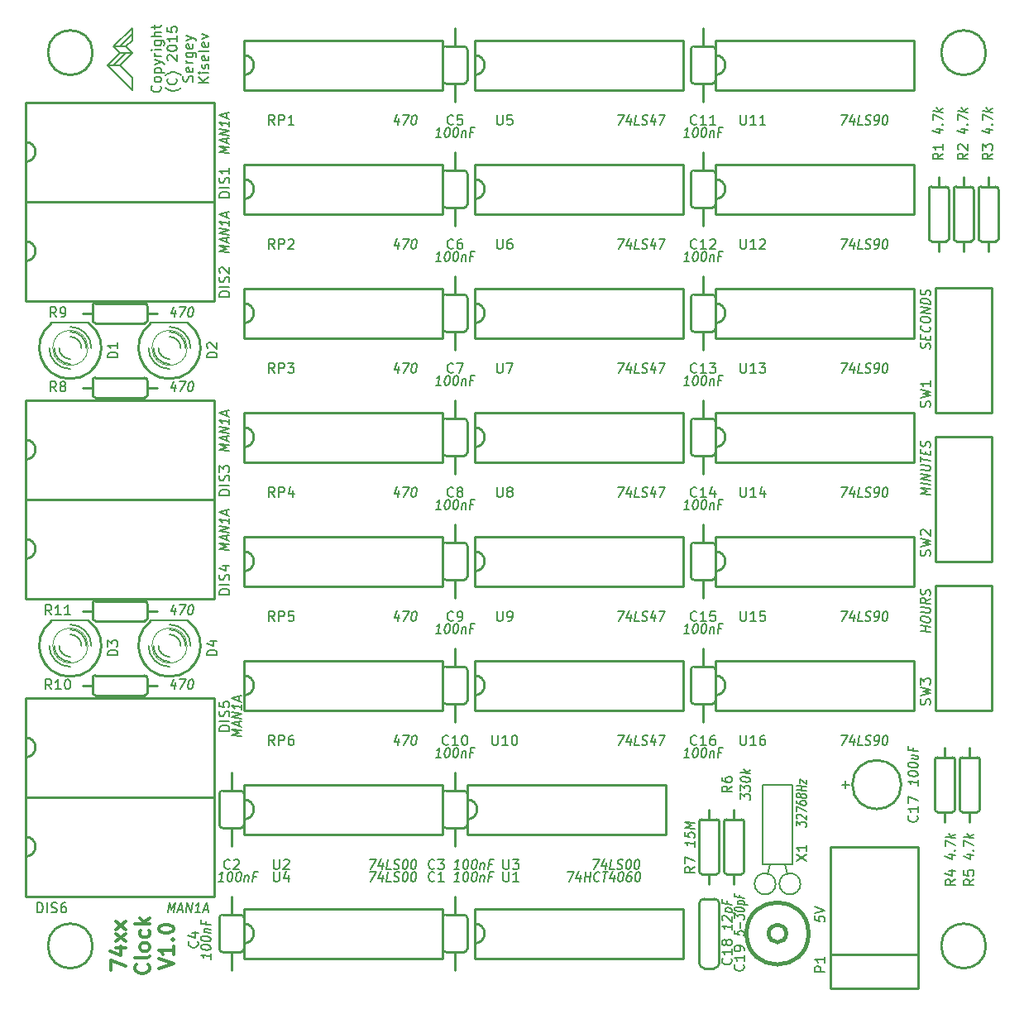
<source format=gto>
G04 (created by PCBNEW (2013-07-07 BZR 4022)-stable) date 7/27/2015 3:09:40 PM*
%MOIN*%
G04 Gerber Fmt 3.4, Leading zero omitted, Abs format*
%FSLAX34Y34*%
G01*
G70*
G90*
G04 APERTURE LIST*
%ADD10C,0.00590551*%
%ADD11C,0.008*%
%ADD12C,0.012*%
%ADD13C,0.00787402*%
%ADD14C,0.01*%
%ADD15C,0.003*%
%ADD16C,0.006*%
%ADD17C,0.015*%
G04 APERTURE END LIST*
G54D10*
G54D11*
X35623Y-23335D02*
X35642Y-23354D01*
X35661Y-23411D01*
X35661Y-23450D01*
X35642Y-23507D01*
X35604Y-23545D01*
X35566Y-23564D01*
X35490Y-23583D01*
X35433Y-23583D01*
X35357Y-23564D01*
X35319Y-23545D01*
X35280Y-23507D01*
X35261Y-23450D01*
X35261Y-23411D01*
X35280Y-23354D01*
X35300Y-23335D01*
X35661Y-23107D02*
X35642Y-23145D01*
X35623Y-23164D01*
X35585Y-23183D01*
X35471Y-23183D01*
X35433Y-23164D01*
X35414Y-23145D01*
X35395Y-23107D01*
X35395Y-23050D01*
X35414Y-23011D01*
X35433Y-22992D01*
X35471Y-22973D01*
X35585Y-22973D01*
X35623Y-22992D01*
X35642Y-23011D01*
X35661Y-23050D01*
X35661Y-23107D01*
X35395Y-22802D02*
X35795Y-22802D01*
X35414Y-22802D02*
X35395Y-22764D01*
X35395Y-22688D01*
X35414Y-22650D01*
X35433Y-22630D01*
X35471Y-22611D01*
X35585Y-22611D01*
X35623Y-22630D01*
X35642Y-22650D01*
X35661Y-22688D01*
X35661Y-22764D01*
X35642Y-22802D01*
X35395Y-22478D02*
X35661Y-22383D01*
X35395Y-22288D02*
X35661Y-22383D01*
X35757Y-22421D01*
X35776Y-22440D01*
X35795Y-22478D01*
X35661Y-22135D02*
X35395Y-22135D01*
X35471Y-22135D02*
X35433Y-22116D01*
X35414Y-22097D01*
X35395Y-22059D01*
X35395Y-22021D01*
X35661Y-21888D02*
X35395Y-21888D01*
X35261Y-21888D02*
X35280Y-21907D01*
X35300Y-21888D01*
X35280Y-21869D01*
X35261Y-21888D01*
X35300Y-21888D01*
X35395Y-21526D02*
X35719Y-21526D01*
X35757Y-21545D01*
X35776Y-21564D01*
X35795Y-21602D01*
X35795Y-21659D01*
X35776Y-21697D01*
X35642Y-21526D02*
X35661Y-21564D01*
X35661Y-21640D01*
X35642Y-21678D01*
X35623Y-21697D01*
X35585Y-21716D01*
X35471Y-21716D01*
X35433Y-21697D01*
X35414Y-21678D01*
X35395Y-21640D01*
X35395Y-21564D01*
X35414Y-21526D01*
X35661Y-21335D02*
X35261Y-21335D01*
X35661Y-21164D02*
X35452Y-21164D01*
X35414Y-21183D01*
X35395Y-21221D01*
X35395Y-21278D01*
X35414Y-21316D01*
X35433Y-21335D01*
X35395Y-21030D02*
X35395Y-20878D01*
X35261Y-20973D02*
X35604Y-20973D01*
X35642Y-20954D01*
X35661Y-20916D01*
X35661Y-20878D01*
X36454Y-23421D02*
X36435Y-23440D01*
X36378Y-23478D01*
X36340Y-23497D01*
X36282Y-23516D01*
X36187Y-23535D01*
X36111Y-23535D01*
X36016Y-23516D01*
X35959Y-23497D01*
X35920Y-23478D01*
X35863Y-23440D01*
X35844Y-23421D01*
X36263Y-23040D02*
X36282Y-23059D01*
X36301Y-23116D01*
X36301Y-23154D01*
X36282Y-23211D01*
X36244Y-23249D01*
X36206Y-23269D01*
X36130Y-23288D01*
X36073Y-23288D01*
X35997Y-23269D01*
X35959Y-23249D01*
X35920Y-23211D01*
X35901Y-23154D01*
X35901Y-23116D01*
X35920Y-23059D01*
X35940Y-23040D01*
X36454Y-22907D02*
X36435Y-22888D01*
X36378Y-22849D01*
X36340Y-22830D01*
X36282Y-22811D01*
X36187Y-22792D01*
X36111Y-22792D01*
X36016Y-22811D01*
X35959Y-22830D01*
X35920Y-22849D01*
X35863Y-22888D01*
X35844Y-22907D01*
X35940Y-22316D02*
X35920Y-22297D01*
X35901Y-22259D01*
X35901Y-22164D01*
X35920Y-22126D01*
X35940Y-22107D01*
X35978Y-22088D01*
X36016Y-22088D01*
X36073Y-22107D01*
X36301Y-22335D01*
X36301Y-22088D01*
X35901Y-21840D02*
X35901Y-21802D01*
X35920Y-21764D01*
X35940Y-21745D01*
X35978Y-21726D01*
X36054Y-21707D01*
X36149Y-21707D01*
X36225Y-21726D01*
X36263Y-21745D01*
X36282Y-21764D01*
X36301Y-21802D01*
X36301Y-21840D01*
X36282Y-21878D01*
X36263Y-21897D01*
X36225Y-21916D01*
X36149Y-21935D01*
X36054Y-21935D01*
X35978Y-21916D01*
X35940Y-21897D01*
X35920Y-21878D01*
X35901Y-21840D01*
X36301Y-21326D02*
X36301Y-21554D01*
X36301Y-21440D02*
X35901Y-21440D01*
X35959Y-21478D01*
X35997Y-21516D01*
X36016Y-21554D01*
X35901Y-20964D02*
X35901Y-21154D01*
X36092Y-21173D01*
X36073Y-21154D01*
X36054Y-21116D01*
X36054Y-21021D01*
X36073Y-20983D01*
X36092Y-20964D01*
X36130Y-20945D01*
X36225Y-20945D01*
X36263Y-20964D01*
X36282Y-20983D01*
X36301Y-21021D01*
X36301Y-21116D01*
X36282Y-21154D01*
X36263Y-21173D01*
X36922Y-23164D02*
X36941Y-23107D01*
X36941Y-23011D01*
X36922Y-22973D01*
X36903Y-22954D01*
X36865Y-22935D01*
X36827Y-22935D01*
X36789Y-22954D01*
X36770Y-22973D01*
X36751Y-23011D01*
X36732Y-23088D01*
X36713Y-23126D01*
X36694Y-23145D01*
X36656Y-23164D01*
X36618Y-23164D01*
X36580Y-23145D01*
X36560Y-23126D01*
X36541Y-23088D01*
X36541Y-22992D01*
X36560Y-22935D01*
X36922Y-22611D02*
X36941Y-22650D01*
X36941Y-22726D01*
X36922Y-22764D01*
X36884Y-22783D01*
X36732Y-22783D01*
X36694Y-22764D01*
X36675Y-22726D01*
X36675Y-22650D01*
X36694Y-22611D01*
X36732Y-22592D01*
X36770Y-22592D01*
X36808Y-22783D01*
X36941Y-22421D02*
X36675Y-22421D01*
X36751Y-22421D02*
X36713Y-22402D01*
X36694Y-22383D01*
X36675Y-22345D01*
X36675Y-22307D01*
X36675Y-22002D02*
X36999Y-22002D01*
X37037Y-22021D01*
X37056Y-22040D01*
X37075Y-22078D01*
X37075Y-22135D01*
X37056Y-22173D01*
X36922Y-22002D02*
X36941Y-22040D01*
X36941Y-22116D01*
X36922Y-22154D01*
X36903Y-22173D01*
X36865Y-22192D01*
X36751Y-22192D01*
X36713Y-22173D01*
X36694Y-22154D01*
X36675Y-22116D01*
X36675Y-22040D01*
X36694Y-22002D01*
X36922Y-21659D02*
X36941Y-21697D01*
X36941Y-21773D01*
X36922Y-21811D01*
X36884Y-21830D01*
X36732Y-21830D01*
X36694Y-21811D01*
X36675Y-21773D01*
X36675Y-21697D01*
X36694Y-21659D01*
X36732Y-21640D01*
X36770Y-21640D01*
X36808Y-21830D01*
X36675Y-21507D02*
X36941Y-21411D01*
X36675Y-21316D02*
X36941Y-21411D01*
X37037Y-21450D01*
X37056Y-21469D01*
X37075Y-21507D01*
X37581Y-23211D02*
X37181Y-23211D01*
X37581Y-22983D02*
X37353Y-23154D01*
X37181Y-22983D02*
X37410Y-23211D01*
X37581Y-22811D02*
X37315Y-22811D01*
X37181Y-22811D02*
X37200Y-22830D01*
X37220Y-22811D01*
X37200Y-22792D01*
X37181Y-22811D01*
X37220Y-22811D01*
X37562Y-22640D02*
X37581Y-22602D01*
X37581Y-22526D01*
X37562Y-22488D01*
X37524Y-22469D01*
X37505Y-22469D01*
X37467Y-22488D01*
X37448Y-22526D01*
X37448Y-22583D01*
X37429Y-22621D01*
X37391Y-22640D01*
X37372Y-22640D01*
X37334Y-22621D01*
X37315Y-22583D01*
X37315Y-22526D01*
X37334Y-22488D01*
X37562Y-22145D02*
X37581Y-22183D01*
X37581Y-22259D01*
X37562Y-22297D01*
X37524Y-22316D01*
X37372Y-22316D01*
X37334Y-22297D01*
X37315Y-22259D01*
X37315Y-22183D01*
X37334Y-22145D01*
X37372Y-22126D01*
X37410Y-22126D01*
X37448Y-22316D01*
X37581Y-21897D02*
X37562Y-21935D01*
X37524Y-21954D01*
X37181Y-21954D01*
X37562Y-21592D02*
X37581Y-21630D01*
X37581Y-21707D01*
X37562Y-21745D01*
X37524Y-21764D01*
X37372Y-21764D01*
X37334Y-21745D01*
X37315Y-21707D01*
X37315Y-21630D01*
X37334Y-21592D01*
X37372Y-21573D01*
X37410Y-21573D01*
X37448Y-21764D01*
X37315Y-21440D02*
X37581Y-21345D01*
X37315Y-21250D01*
G54D12*
X33642Y-58971D02*
X33642Y-58571D01*
X34242Y-58828D01*
X33842Y-58085D02*
X34242Y-58085D01*
X33614Y-58228D02*
X34042Y-58371D01*
X34042Y-58000D01*
X34242Y-57828D02*
X33842Y-57514D01*
X33842Y-57828D02*
X34242Y-57514D01*
X34242Y-57342D02*
X33842Y-57028D01*
X33842Y-57342D02*
X34242Y-57028D01*
X35145Y-58742D02*
X35174Y-58771D01*
X35202Y-58857D01*
X35202Y-58914D01*
X35174Y-59000D01*
X35117Y-59057D01*
X35060Y-59085D01*
X34945Y-59114D01*
X34860Y-59114D01*
X34745Y-59085D01*
X34688Y-59057D01*
X34631Y-59000D01*
X34602Y-58914D01*
X34602Y-58857D01*
X34631Y-58771D01*
X34660Y-58742D01*
X35202Y-58400D02*
X35174Y-58457D01*
X35117Y-58485D01*
X34602Y-58485D01*
X35202Y-58085D02*
X35174Y-58142D01*
X35145Y-58171D01*
X35088Y-58199D01*
X34917Y-58199D01*
X34860Y-58171D01*
X34831Y-58142D01*
X34802Y-58085D01*
X34802Y-57999D01*
X34831Y-57942D01*
X34860Y-57914D01*
X34917Y-57885D01*
X35088Y-57885D01*
X35145Y-57914D01*
X35174Y-57942D01*
X35202Y-57999D01*
X35202Y-58085D01*
X35174Y-57371D02*
X35202Y-57428D01*
X35202Y-57542D01*
X35174Y-57599D01*
X35145Y-57628D01*
X35088Y-57657D01*
X34917Y-57657D01*
X34860Y-57628D01*
X34831Y-57599D01*
X34802Y-57542D01*
X34802Y-57428D01*
X34831Y-57371D01*
X35202Y-57114D02*
X34602Y-57114D01*
X34974Y-57057D02*
X35202Y-56885D01*
X34802Y-56885D02*
X35031Y-57114D01*
X35562Y-58914D02*
X36162Y-58714D01*
X35562Y-58514D01*
X36162Y-58000D02*
X36162Y-58342D01*
X36162Y-58171D02*
X35562Y-58171D01*
X35648Y-58228D01*
X35705Y-58285D01*
X35734Y-58342D01*
X36105Y-57742D02*
X36134Y-57714D01*
X36162Y-57742D01*
X36134Y-57771D01*
X36105Y-57742D01*
X36162Y-57742D01*
X35562Y-57342D02*
X35562Y-57285D01*
X35591Y-57228D01*
X35620Y-57200D01*
X35677Y-57171D01*
X35791Y-57142D01*
X35934Y-57142D01*
X36048Y-57171D01*
X36105Y-57200D01*
X36134Y-57228D01*
X36162Y-57285D01*
X36162Y-57342D01*
X36134Y-57400D01*
X36105Y-57428D01*
X36048Y-57457D01*
X35934Y-57485D01*
X35791Y-57485D01*
X35677Y-57457D01*
X35620Y-57428D01*
X35591Y-57400D01*
X35562Y-57342D01*
G54D13*
X34000Y-21750D02*
X34500Y-21250D01*
X33750Y-22500D02*
X34250Y-22000D01*
X34000Y-22000D02*
X34500Y-22000D01*
X33750Y-21750D02*
X34250Y-21750D01*
X33500Y-22500D02*
X34000Y-22500D01*
X34500Y-23000D02*
X34500Y-23500D01*
X34000Y-22500D02*
X34500Y-23000D01*
X34500Y-22000D02*
X34000Y-22500D01*
X34250Y-21750D02*
X34500Y-22000D01*
X34500Y-21500D02*
X34250Y-21750D01*
X34500Y-21000D02*
X34500Y-21500D01*
X33750Y-21750D02*
X34500Y-21000D01*
X34000Y-22000D02*
X33750Y-21750D01*
X33500Y-22500D02*
X34000Y-22000D01*
X34500Y-23500D02*
X33500Y-22500D01*
G54D14*
X33000Y-44100D02*
X35000Y-44100D01*
X32900Y-44800D02*
X32900Y-44200D01*
X35000Y-44900D02*
X33000Y-44900D01*
X35100Y-44200D02*
X35100Y-44800D01*
X33000Y-44100D02*
G75*
G03X32900Y-44200I0J-100D01*
G74*
G01*
X32900Y-44800D02*
G75*
G03X33000Y-44900I100J0D01*
G74*
G01*
X35100Y-44200D02*
G75*
G03X35000Y-44100I-100J0D01*
G74*
G01*
X35000Y-44900D02*
G75*
G03X35100Y-44800I0J100D01*
G74*
G01*
X32900Y-44500D02*
X32500Y-44500D01*
X35500Y-44500D02*
X35100Y-44500D01*
X35000Y-47900D02*
X33000Y-47900D01*
X35100Y-47200D02*
X35100Y-47800D01*
X33000Y-47100D02*
X35000Y-47100D01*
X32900Y-47800D02*
X32900Y-47200D01*
X35000Y-47900D02*
G75*
G03X35100Y-47800I0J100D01*
G74*
G01*
X35100Y-47200D02*
G75*
G03X35000Y-47100I-100J0D01*
G74*
G01*
X32900Y-47800D02*
G75*
G03X33000Y-47900I100J0D01*
G74*
G01*
X33000Y-47100D02*
G75*
G03X32900Y-47200I0J-100D01*
G74*
G01*
X35100Y-47500D02*
X35500Y-47500D01*
X32500Y-47500D02*
X32900Y-47500D01*
X33000Y-32100D02*
X35000Y-32100D01*
X32900Y-32800D02*
X32900Y-32200D01*
X35000Y-32900D02*
X33000Y-32900D01*
X35100Y-32200D02*
X35100Y-32800D01*
X33000Y-32100D02*
G75*
G03X32900Y-32200I0J-100D01*
G74*
G01*
X32900Y-32800D02*
G75*
G03X33000Y-32900I100J0D01*
G74*
G01*
X35100Y-32200D02*
G75*
G03X35000Y-32100I-100J0D01*
G74*
G01*
X35000Y-32900D02*
G75*
G03X35100Y-32800I0J100D01*
G74*
G01*
X32900Y-32500D02*
X32500Y-32500D01*
X35500Y-32500D02*
X35100Y-32500D01*
X35000Y-35900D02*
X33000Y-35900D01*
X35100Y-35200D02*
X35100Y-35800D01*
X33000Y-35100D02*
X35000Y-35100D01*
X32900Y-35800D02*
X32900Y-35200D01*
X35000Y-35900D02*
G75*
G03X35100Y-35800I0J100D01*
G74*
G01*
X35100Y-35200D02*
G75*
G03X35000Y-35100I-100J0D01*
G74*
G01*
X32900Y-35800D02*
G75*
G03X33000Y-35900I100J0D01*
G74*
G01*
X33000Y-35100D02*
G75*
G03X32900Y-35200I0J-100D01*
G74*
G01*
X35100Y-35500D02*
X35500Y-35500D01*
X32500Y-35500D02*
X32900Y-35500D01*
X68400Y-27500D02*
X68400Y-29500D01*
X67700Y-27400D02*
X68300Y-27400D01*
X67600Y-29500D02*
X67600Y-27500D01*
X68300Y-29600D02*
X67700Y-29600D01*
X68400Y-27500D02*
G75*
G03X68300Y-27400I-100J0D01*
G74*
G01*
X67700Y-27400D02*
G75*
G03X67600Y-27500I0J-100D01*
G74*
G01*
X68300Y-29600D02*
G75*
G03X68400Y-29500I0J100D01*
G74*
G01*
X67600Y-29500D02*
G75*
G03X67700Y-29600I100J0D01*
G74*
G01*
X68000Y-27400D02*
X68000Y-27000D01*
X68000Y-30000D02*
X68000Y-29600D01*
X69400Y-27500D02*
X69400Y-29500D01*
X68700Y-27400D02*
X69300Y-27400D01*
X68600Y-29500D02*
X68600Y-27500D01*
X69300Y-29600D02*
X68700Y-29600D01*
X69400Y-27500D02*
G75*
G03X69300Y-27400I-100J0D01*
G74*
G01*
X68700Y-27400D02*
G75*
G03X68600Y-27500I0J-100D01*
G74*
G01*
X69300Y-29600D02*
G75*
G03X69400Y-29500I0J100D01*
G74*
G01*
X68600Y-29500D02*
G75*
G03X68700Y-29600I100J0D01*
G74*
G01*
X69000Y-27400D02*
X69000Y-27000D01*
X69000Y-30000D02*
X69000Y-29600D01*
X58350Y-55000D02*
X58350Y-53000D01*
X59050Y-55100D02*
X58450Y-55100D01*
X59150Y-53000D02*
X59150Y-55000D01*
X58450Y-52900D02*
X59050Y-52900D01*
X58350Y-55000D02*
G75*
G03X58450Y-55100I100J0D01*
G74*
G01*
X59050Y-55100D02*
G75*
G03X59150Y-55000I0J100D01*
G74*
G01*
X58450Y-52900D02*
G75*
G03X58350Y-53000I0J-100D01*
G74*
G01*
X59150Y-53000D02*
G75*
G03X59050Y-52900I-100J0D01*
G74*
G01*
X58750Y-55100D02*
X58750Y-55500D01*
X58750Y-52500D02*
X58750Y-52900D01*
X58150Y-53000D02*
X58150Y-55000D01*
X57450Y-52900D02*
X58050Y-52900D01*
X57350Y-55000D02*
X57350Y-53000D01*
X58050Y-55100D02*
X57450Y-55100D01*
X58150Y-53000D02*
G75*
G03X58050Y-52900I-100J0D01*
G74*
G01*
X57450Y-52900D02*
G75*
G03X57350Y-53000I0J-100D01*
G74*
G01*
X58050Y-55100D02*
G75*
G03X58150Y-55000I0J100D01*
G74*
G01*
X57350Y-55000D02*
G75*
G03X57450Y-55100I100J0D01*
G74*
G01*
X57750Y-52900D02*
X57750Y-52500D01*
X57750Y-55500D02*
X57750Y-55100D01*
X67400Y-27500D02*
X67400Y-29500D01*
X66700Y-27400D02*
X67300Y-27400D01*
X66600Y-29500D02*
X66600Y-27500D01*
X67300Y-29600D02*
X66700Y-29600D01*
X67400Y-27500D02*
G75*
G03X67300Y-27400I-100J0D01*
G74*
G01*
X66700Y-27400D02*
G75*
G03X66600Y-27500I0J-100D01*
G74*
G01*
X67300Y-29600D02*
G75*
G03X67400Y-29500I0J100D01*
G74*
G01*
X66600Y-29500D02*
G75*
G03X66700Y-29600I100J0D01*
G74*
G01*
X67000Y-27400D02*
X67000Y-27000D01*
X67000Y-30000D02*
X67000Y-29600D01*
X67850Y-52500D02*
X67850Y-50500D01*
X68550Y-52600D02*
X67950Y-52600D01*
X68650Y-50500D02*
X68650Y-52500D01*
X67950Y-50400D02*
X68550Y-50400D01*
X67850Y-52500D02*
G75*
G03X67950Y-52600I100J0D01*
G74*
G01*
X68550Y-52600D02*
G75*
G03X68650Y-52500I0J100D01*
G74*
G01*
X67950Y-50400D02*
G75*
G03X67850Y-50500I0J-100D01*
G74*
G01*
X68650Y-50500D02*
G75*
G03X68550Y-50400I-100J0D01*
G74*
G01*
X68250Y-52600D02*
X68250Y-53000D01*
X68250Y-50000D02*
X68250Y-50400D01*
X66850Y-52500D02*
X66850Y-50500D01*
X67550Y-52600D02*
X66950Y-52600D01*
X67650Y-50500D02*
X67650Y-52500D01*
X66950Y-50400D02*
X67550Y-50400D01*
X66850Y-52500D02*
G75*
G03X66950Y-52600I100J0D01*
G74*
G01*
X67550Y-52600D02*
G75*
G03X67650Y-52500I0J100D01*
G74*
G01*
X66950Y-50400D02*
G75*
G03X66850Y-50500I0J-100D01*
G74*
G01*
X67650Y-50500D02*
G75*
G03X67550Y-50400I-100J0D01*
G74*
G01*
X67250Y-52600D02*
X67250Y-53000D01*
X67250Y-50000D02*
X67250Y-50400D01*
G54D11*
X32750Y-32880D02*
X31250Y-32880D01*
G54D15*
X32707Y-33900D02*
G75*
G03X32707Y-33900I-707J0D01*
G74*
G01*
G54D14*
X31249Y-32900D02*
G75*
G03X32750Y-32900I750J-999D01*
G74*
G01*
G54D16*
X31550Y-33900D02*
G75*
G03X32000Y-34350I450J0D01*
G74*
G01*
X32450Y-33900D02*
G75*
G03X32000Y-33450I-450J0D01*
G74*
G01*
X31350Y-33900D02*
G75*
G03X32000Y-34550I650J0D01*
G74*
G01*
X32650Y-33900D02*
G75*
G03X32000Y-33250I-650J0D01*
G74*
G01*
X31150Y-33900D02*
G75*
G03X32000Y-34750I850J0D01*
G74*
G01*
X32850Y-33900D02*
G75*
G03X32000Y-33050I-850J0D01*
G74*
G01*
G54D11*
X36750Y-32880D02*
X35250Y-32880D01*
G54D15*
X36707Y-33900D02*
G75*
G03X36707Y-33900I-707J0D01*
G74*
G01*
G54D14*
X35249Y-32900D02*
G75*
G03X36750Y-32900I750J-999D01*
G74*
G01*
G54D16*
X35550Y-33900D02*
G75*
G03X36000Y-34350I450J0D01*
G74*
G01*
X36450Y-33900D02*
G75*
G03X36000Y-33450I-450J0D01*
G74*
G01*
X35350Y-33900D02*
G75*
G03X36000Y-34550I650J0D01*
G74*
G01*
X36650Y-33900D02*
G75*
G03X36000Y-33250I-650J0D01*
G74*
G01*
X35150Y-33900D02*
G75*
G03X36000Y-34750I850J0D01*
G74*
G01*
X36850Y-33900D02*
G75*
G03X36000Y-33050I-850J0D01*
G74*
G01*
G54D11*
X32750Y-44880D02*
X31250Y-44880D01*
G54D15*
X32707Y-45900D02*
G75*
G03X32707Y-45900I-707J0D01*
G74*
G01*
G54D14*
X31249Y-44900D02*
G75*
G03X32750Y-44900I750J-999D01*
G74*
G01*
G54D16*
X31550Y-45900D02*
G75*
G03X32000Y-46350I450J0D01*
G74*
G01*
X32450Y-45900D02*
G75*
G03X32000Y-45450I-450J0D01*
G74*
G01*
X31350Y-45900D02*
G75*
G03X32000Y-46550I650J0D01*
G74*
G01*
X32650Y-45900D02*
G75*
G03X32000Y-45250I-650J0D01*
G74*
G01*
X31150Y-45900D02*
G75*
G03X32000Y-46750I850J0D01*
G74*
G01*
X32850Y-45900D02*
G75*
G03X32000Y-45050I-850J0D01*
G74*
G01*
G54D11*
X36750Y-44880D02*
X35250Y-44880D01*
G54D15*
X36707Y-45900D02*
G75*
G03X36707Y-45900I-707J0D01*
G74*
G01*
G54D14*
X35249Y-44900D02*
G75*
G03X36750Y-44900I750J-999D01*
G74*
G01*
G54D16*
X35550Y-45900D02*
G75*
G03X36000Y-46350I450J0D01*
G74*
G01*
X36450Y-45900D02*
G75*
G03X36000Y-45450I-450J0D01*
G74*
G01*
X35350Y-45900D02*
G75*
G03X36000Y-46550I650J0D01*
G74*
G01*
X36650Y-45900D02*
G75*
G03X36000Y-45250I-650J0D01*
G74*
G01*
X35150Y-45900D02*
G75*
G03X36000Y-46750I850J0D01*
G74*
G01*
X36850Y-45900D02*
G75*
G03X36000Y-45050I-850J0D01*
G74*
G01*
G54D14*
X48300Y-22900D02*
G75*
G03X48700Y-22500I0J400D01*
G74*
G01*
X48700Y-22500D02*
G75*
G03X48300Y-22100I-400J0D01*
G74*
G01*
X48300Y-21500D02*
X56700Y-21500D01*
X56700Y-21500D02*
X56700Y-23500D01*
X56700Y-23500D02*
X48300Y-23500D01*
X48300Y-23500D02*
X48300Y-21500D01*
X48300Y-57900D02*
G75*
G03X48700Y-57500I0J400D01*
G74*
G01*
X48700Y-57500D02*
G75*
G03X48300Y-57100I-400J0D01*
G74*
G01*
X48300Y-56500D02*
X56700Y-56500D01*
X56700Y-56500D02*
X56700Y-58500D01*
X56700Y-58500D02*
X48300Y-58500D01*
X48300Y-58500D02*
X48300Y-56500D01*
X48300Y-47900D02*
G75*
G03X48700Y-47500I0J400D01*
G74*
G01*
X48700Y-47500D02*
G75*
G03X48300Y-47100I-400J0D01*
G74*
G01*
X48300Y-46500D02*
X56700Y-46500D01*
X56700Y-46500D02*
X56700Y-48500D01*
X56700Y-48500D02*
X48300Y-48500D01*
X48300Y-48500D02*
X48300Y-46500D01*
X48300Y-42900D02*
G75*
G03X48700Y-42500I0J400D01*
G74*
G01*
X48700Y-42500D02*
G75*
G03X48300Y-42100I-400J0D01*
G74*
G01*
X48300Y-41500D02*
X56700Y-41500D01*
X56700Y-41500D02*
X56700Y-43500D01*
X56700Y-43500D02*
X48300Y-43500D01*
X48300Y-43500D02*
X48300Y-41500D01*
X48300Y-37900D02*
G75*
G03X48700Y-37500I0J400D01*
G74*
G01*
X48700Y-37500D02*
G75*
G03X48300Y-37100I-400J0D01*
G74*
G01*
X48300Y-36500D02*
X56700Y-36500D01*
X56700Y-36500D02*
X56700Y-38500D01*
X56700Y-38500D02*
X48300Y-38500D01*
X48300Y-38500D02*
X48300Y-36500D01*
X48300Y-32900D02*
G75*
G03X48700Y-32500I0J400D01*
G74*
G01*
X48700Y-32500D02*
G75*
G03X48300Y-32100I-400J0D01*
G74*
G01*
X48300Y-31500D02*
X56700Y-31500D01*
X56700Y-31500D02*
X56700Y-33500D01*
X56700Y-33500D02*
X48300Y-33500D01*
X48300Y-33500D02*
X48300Y-31500D01*
X48300Y-27900D02*
G75*
G03X48700Y-27500I0J400D01*
G74*
G01*
X48700Y-27500D02*
G75*
G03X48300Y-27100I-400J0D01*
G74*
G01*
X48300Y-26500D02*
X56700Y-26500D01*
X56700Y-26500D02*
X56700Y-28500D01*
X56700Y-28500D02*
X48300Y-28500D01*
X48300Y-28500D02*
X48300Y-26500D01*
X39000Y-27900D02*
G75*
G03X39400Y-27500I0J400D01*
G74*
G01*
X39400Y-27500D02*
G75*
G03X39000Y-27100I-400J0D01*
G74*
G01*
X47000Y-26500D02*
X39000Y-26500D01*
X39000Y-26500D02*
X39000Y-28500D01*
X39000Y-28500D02*
X47000Y-28500D01*
X47000Y-28500D02*
X47000Y-26500D01*
X39000Y-22900D02*
G75*
G03X39400Y-22500I0J400D01*
G74*
G01*
X39400Y-22500D02*
G75*
G03X39000Y-22100I-400J0D01*
G74*
G01*
X47000Y-21500D02*
X39000Y-21500D01*
X39000Y-21500D02*
X39000Y-23500D01*
X39000Y-23500D02*
X47000Y-23500D01*
X47000Y-23500D02*
X47000Y-21500D01*
X39000Y-32900D02*
G75*
G03X39400Y-32500I0J400D01*
G74*
G01*
X39400Y-32500D02*
G75*
G03X39000Y-32100I-400J0D01*
G74*
G01*
X47000Y-31500D02*
X39000Y-31500D01*
X39000Y-31500D02*
X39000Y-33500D01*
X39000Y-33500D02*
X47000Y-33500D01*
X47000Y-33500D02*
X47000Y-31500D01*
X39000Y-37900D02*
G75*
G03X39400Y-37500I0J400D01*
G74*
G01*
X39400Y-37500D02*
G75*
G03X39000Y-37100I-400J0D01*
G74*
G01*
X47000Y-36500D02*
X39000Y-36500D01*
X39000Y-36500D02*
X39000Y-38500D01*
X39000Y-38500D02*
X47000Y-38500D01*
X47000Y-38500D02*
X47000Y-36500D01*
X39000Y-42900D02*
G75*
G03X39400Y-42500I0J400D01*
G74*
G01*
X39400Y-42500D02*
G75*
G03X39000Y-42100I-400J0D01*
G74*
G01*
X47000Y-41500D02*
X39000Y-41500D01*
X39000Y-41500D02*
X39000Y-43500D01*
X39000Y-43500D02*
X47000Y-43500D01*
X47000Y-43500D02*
X47000Y-41500D01*
X39000Y-47900D02*
G75*
G03X39400Y-47500I0J400D01*
G74*
G01*
X39400Y-47500D02*
G75*
G03X39000Y-47100I-400J0D01*
G74*
G01*
X47000Y-46500D02*
X39000Y-46500D01*
X39000Y-46500D02*
X39000Y-48500D01*
X39000Y-48500D02*
X47000Y-48500D01*
X47000Y-48500D02*
X47000Y-46500D01*
X48000Y-52900D02*
G75*
G03X48400Y-52500I0J400D01*
G74*
G01*
X48400Y-52500D02*
G75*
G03X48000Y-52100I-400J0D01*
G74*
G01*
X56000Y-51500D02*
X48000Y-51500D01*
X48000Y-51500D02*
X48000Y-53500D01*
X48000Y-53500D02*
X56000Y-53500D01*
X56000Y-53500D02*
X56000Y-51500D01*
X39000Y-57900D02*
G75*
G03X39400Y-57500I0J400D01*
G74*
G01*
X39400Y-57500D02*
G75*
G03X39000Y-57100I-400J0D01*
G74*
G01*
X47000Y-56500D02*
X39000Y-56500D01*
X39000Y-56500D02*
X39000Y-58500D01*
X39000Y-58500D02*
X47000Y-58500D01*
X47000Y-58500D02*
X47000Y-56500D01*
X39000Y-52900D02*
G75*
G03X39400Y-52500I0J400D01*
G74*
G01*
X39400Y-52500D02*
G75*
G03X39000Y-52100I-400J0D01*
G74*
G01*
X47000Y-51500D02*
X39000Y-51500D01*
X39000Y-51500D02*
X39000Y-53500D01*
X39000Y-53500D02*
X47000Y-53500D01*
X47000Y-53500D02*
X47000Y-51500D01*
X58000Y-47900D02*
G75*
G03X58400Y-47500I0J400D01*
G74*
G01*
X58400Y-47500D02*
G75*
G03X58000Y-47100I-400J0D01*
G74*
G01*
X66000Y-46500D02*
X58000Y-46500D01*
X58000Y-46500D02*
X58000Y-48500D01*
X58000Y-48500D02*
X66000Y-48500D01*
X66000Y-48500D02*
X66000Y-46500D01*
X58000Y-42900D02*
G75*
G03X58400Y-42500I0J400D01*
G74*
G01*
X58400Y-42500D02*
G75*
G03X58000Y-42100I-400J0D01*
G74*
G01*
X66000Y-41500D02*
X58000Y-41500D01*
X58000Y-41500D02*
X58000Y-43500D01*
X58000Y-43500D02*
X66000Y-43500D01*
X66000Y-43500D02*
X66000Y-41500D01*
X58000Y-37900D02*
G75*
G03X58400Y-37500I0J400D01*
G74*
G01*
X58400Y-37500D02*
G75*
G03X58000Y-37100I-400J0D01*
G74*
G01*
X66000Y-36500D02*
X58000Y-36500D01*
X58000Y-36500D02*
X58000Y-38500D01*
X58000Y-38500D02*
X66000Y-38500D01*
X66000Y-38500D02*
X66000Y-36500D01*
X58000Y-32900D02*
G75*
G03X58400Y-32500I0J400D01*
G74*
G01*
X58400Y-32500D02*
G75*
G03X58000Y-32100I-400J0D01*
G74*
G01*
X66000Y-31500D02*
X58000Y-31500D01*
X58000Y-31500D02*
X58000Y-33500D01*
X58000Y-33500D02*
X66000Y-33500D01*
X66000Y-33500D02*
X66000Y-31500D01*
X58000Y-27900D02*
G75*
G03X58400Y-27500I0J400D01*
G74*
G01*
X58400Y-27500D02*
G75*
G03X58000Y-27100I-400J0D01*
G74*
G01*
X66000Y-26500D02*
X58000Y-26500D01*
X58000Y-26500D02*
X58000Y-28500D01*
X58000Y-28500D02*
X66000Y-28500D01*
X66000Y-28500D02*
X66000Y-26500D01*
X58000Y-22900D02*
G75*
G03X58400Y-22500I0J400D01*
G74*
G01*
X58400Y-22500D02*
G75*
G03X58000Y-22100I-400J0D01*
G74*
G01*
X66000Y-21500D02*
X58000Y-21500D01*
X58000Y-21500D02*
X58000Y-23500D01*
X58000Y-23500D02*
X66000Y-23500D01*
X66000Y-23500D02*
X66000Y-21500D01*
X32900Y-58000D02*
G75*
G03X32900Y-58000I-900J0D01*
G74*
G01*
X68900Y-22000D02*
G75*
G03X68900Y-22000I-900J0D01*
G74*
G01*
X68900Y-58000D02*
G75*
G03X68900Y-58000I-900J0D01*
G74*
G01*
X32900Y-22000D02*
G75*
G03X32900Y-22000I-900J0D01*
G74*
G01*
X62637Y-58346D02*
X66181Y-58346D01*
X62637Y-59723D02*
X62637Y-54015D01*
X62637Y-54015D02*
X66181Y-54015D01*
X66181Y-54015D02*
X66181Y-59723D01*
X66181Y-59723D02*
X62637Y-59723D01*
X57550Y-58900D02*
X57950Y-58900D01*
X57350Y-56300D02*
X57350Y-58700D01*
X58150Y-56300D02*
X58150Y-58700D01*
X57350Y-58700D02*
G75*
G03X57550Y-58900I200J0D01*
G74*
G01*
X57950Y-58900D02*
G75*
G03X58150Y-58700I0J200D01*
G74*
G01*
X57550Y-56100D02*
G75*
G03X57350Y-56300I0J-200D01*
G74*
G01*
X58150Y-56300D02*
G75*
G03X57950Y-56100I-200J0D01*
G74*
G01*
X57550Y-56100D02*
X57950Y-56100D01*
G54D17*
X61750Y-57500D02*
G75*
G03X61750Y-57500I-1250J0D01*
G74*
G01*
X60853Y-57500D02*
G75*
G03X60853Y-57500I-353J0D01*
G74*
G01*
G54D14*
X30200Y-24000D02*
X30200Y-28000D01*
X30200Y-28000D02*
X37800Y-28000D01*
X37800Y-28000D02*
X37800Y-24000D01*
X37800Y-24000D02*
X30200Y-24000D01*
X30200Y-26400D02*
G75*
G03X30600Y-26000I0J400D01*
G74*
G01*
X30600Y-26000D02*
G75*
G03X30200Y-25600I-400J0D01*
G74*
G01*
X30200Y-52000D02*
X30200Y-56000D01*
X30200Y-56000D02*
X37800Y-56000D01*
X37800Y-56000D02*
X37800Y-52000D01*
X37800Y-52000D02*
X30200Y-52000D01*
X30200Y-54400D02*
G75*
G03X30600Y-54000I0J400D01*
G74*
G01*
X30600Y-54000D02*
G75*
G03X30200Y-53600I-400J0D01*
G74*
G01*
X30200Y-28000D02*
X30200Y-32000D01*
X30200Y-32000D02*
X37800Y-32000D01*
X37800Y-32000D02*
X37800Y-28000D01*
X37800Y-28000D02*
X30200Y-28000D01*
X30200Y-30400D02*
G75*
G03X30600Y-30000I0J400D01*
G74*
G01*
X30600Y-30000D02*
G75*
G03X30200Y-29600I-400J0D01*
G74*
G01*
X30200Y-36000D02*
X30200Y-40000D01*
X30200Y-40000D02*
X37800Y-40000D01*
X37800Y-40000D02*
X37800Y-36000D01*
X37800Y-36000D02*
X30200Y-36000D01*
X30200Y-38400D02*
G75*
G03X30600Y-38000I0J400D01*
G74*
G01*
X30600Y-38000D02*
G75*
G03X30200Y-37600I-400J0D01*
G74*
G01*
X30200Y-40000D02*
X30200Y-44000D01*
X30200Y-44000D02*
X37800Y-44000D01*
X37800Y-44000D02*
X37800Y-40000D01*
X37800Y-40000D02*
X30200Y-40000D01*
X30200Y-42400D02*
G75*
G03X30600Y-42000I0J400D01*
G74*
G01*
X30600Y-42000D02*
G75*
G03X30200Y-41600I-400J0D01*
G74*
G01*
X30200Y-48000D02*
X30200Y-52000D01*
X30200Y-52000D02*
X37800Y-52000D01*
X37800Y-52000D02*
X37800Y-48000D01*
X37800Y-48000D02*
X30200Y-48000D01*
X30200Y-50400D02*
G75*
G03X30600Y-50000I0J400D01*
G74*
G01*
X30600Y-50000D02*
G75*
G03X30200Y-49600I-400J0D01*
G74*
G01*
X66858Y-31480D02*
X69141Y-31480D01*
X66858Y-36519D02*
X69141Y-36519D01*
X66858Y-36519D02*
X66858Y-31480D01*
X69141Y-36519D02*
X69141Y-31480D01*
X66858Y-37480D02*
X69141Y-37480D01*
X66858Y-42519D02*
X69141Y-42519D01*
X66858Y-42519D02*
X66858Y-37480D01*
X69141Y-42519D02*
X69141Y-37480D01*
X66858Y-43480D02*
X69141Y-43480D01*
X66858Y-48519D02*
X69141Y-48519D01*
X66858Y-48519D02*
X66858Y-43480D01*
X69141Y-48519D02*
X69141Y-43480D01*
X65484Y-51500D02*
G75*
G03X65484Y-51500I-984J0D01*
G74*
G01*
X47992Y-38129D02*
X47992Y-36870D01*
X47125Y-38248D02*
X47874Y-38248D01*
X47007Y-36870D02*
X47007Y-38129D01*
X47874Y-36751D02*
X47125Y-36751D01*
X47007Y-38129D02*
G75*
G03X47125Y-38248I118J0D01*
G74*
G01*
X47874Y-38248D02*
G75*
G03X47992Y-38129I0J118D01*
G74*
G01*
X47125Y-36751D02*
G75*
G03X47007Y-36870I0J-118D01*
G74*
G01*
X47500Y-38248D02*
X47500Y-38996D01*
X47500Y-36003D02*
X47500Y-36751D01*
X47992Y-36870D02*
G75*
G03X47874Y-36751I-118J0D01*
G74*
G01*
X47992Y-58129D02*
X47992Y-56870D01*
X47125Y-58248D02*
X47874Y-58248D01*
X47007Y-56870D02*
X47007Y-58129D01*
X47874Y-56751D02*
X47125Y-56751D01*
X47007Y-58129D02*
G75*
G03X47125Y-58248I118J0D01*
G74*
G01*
X47874Y-58248D02*
G75*
G03X47992Y-58129I0J118D01*
G74*
G01*
X47125Y-56751D02*
G75*
G03X47007Y-56870I0J-118D01*
G74*
G01*
X47500Y-58248D02*
X47500Y-58996D01*
X47500Y-56003D02*
X47500Y-56751D01*
X47992Y-56870D02*
G75*
G03X47874Y-56751I-118J0D01*
G74*
G01*
X38992Y-53129D02*
X38992Y-51870D01*
X38125Y-53248D02*
X38874Y-53248D01*
X38007Y-51870D02*
X38007Y-53129D01*
X38874Y-51751D02*
X38125Y-51751D01*
X38007Y-53129D02*
G75*
G03X38125Y-53248I118J0D01*
G74*
G01*
X38874Y-53248D02*
G75*
G03X38992Y-53129I0J118D01*
G74*
G01*
X38125Y-51751D02*
G75*
G03X38007Y-51870I0J-118D01*
G74*
G01*
X38500Y-53248D02*
X38500Y-53996D01*
X38500Y-51003D02*
X38500Y-51751D01*
X38992Y-51870D02*
G75*
G03X38874Y-51751I-118J0D01*
G74*
G01*
X47992Y-53129D02*
X47992Y-51870D01*
X47125Y-53248D02*
X47874Y-53248D01*
X47007Y-51870D02*
X47007Y-53129D01*
X47874Y-51751D02*
X47125Y-51751D01*
X47007Y-53129D02*
G75*
G03X47125Y-53248I118J0D01*
G74*
G01*
X47874Y-53248D02*
G75*
G03X47992Y-53129I0J118D01*
G74*
G01*
X47125Y-51751D02*
G75*
G03X47007Y-51870I0J-118D01*
G74*
G01*
X47500Y-53248D02*
X47500Y-53996D01*
X47500Y-51003D02*
X47500Y-51751D01*
X47992Y-51870D02*
G75*
G03X47874Y-51751I-118J0D01*
G74*
G01*
X38992Y-58129D02*
X38992Y-56870D01*
X38125Y-58248D02*
X38874Y-58248D01*
X38007Y-56870D02*
X38007Y-58129D01*
X38874Y-56751D02*
X38125Y-56751D01*
X38007Y-58129D02*
G75*
G03X38125Y-58248I118J0D01*
G74*
G01*
X38874Y-58248D02*
G75*
G03X38992Y-58129I0J118D01*
G74*
G01*
X38125Y-56751D02*
G75*
G03X38007Y-56870I0J-118D01*
G74*
G01*
X38500Y-58248D02*
X38500Y-58996D01*
X38500Y-56003D02*
X38500Y-56751D01*
X38992Y-56870D02*
G75*
G03X38874Y-56751I-118J0D01*
G74*
G01*
X47992Y-28129D02*
X47992Y-26870D01*
X47125Y-28248D02*
X47874Y-28248D01*
X47007Y-26870D02*
X47007Y-28129D01*
X47874Y-26751D02*
X47125Y-26751D01*
X47007Y-28129D02*
G75*
G03X47125Y-28248I118J0D01*
G74*
G01*
X47874Y-28248D02*
G75*
G03X47992Y-28129I0J118D01*
G74*
G01*
X47125Y-26751D02*
G75*
G03X47007Y-26870I0J-118D01*
G74*
G01*
X47500Y-28248D02*
X47500Y-28996D01*
X47500Y-26003D02*
X47500Y-26751D01*
X47992Y-26870D02*
G75*
G03X47874Y-26751I-118J0D01*
G74*
G01*
X47992Y-33129D02*
X47992Y-31870D01*
X47125Y-33248D02*
X47874Y-33248D01*
X47007Y-31870D02*
X47007Y-33129D01*
X47874Y-31751D02*
X47125Y-31751D01*
X47007Y-33129D02*
G75*
G03X47125Y-33248I118J0D01*
G74*
G01*
X47874Y-33248D02*
G75*
G03X47992Y-33129I0J118D01*
G74*
G01*
X47125Y-31751D02*
G75*
G03X47007Y-31870I0J-118D01*
G74*
G01*
X47500Y-33248D02*
X47500Y-33996D01*
X47500Y-31003D02*
X47500Y-31751D01*
X47992Y-31870D02*
G75*
G03X47874Y-31751I-118J0D01*
G74*
G01*
X57007Y-41870D02*
X57007Y-43129D01*
X57874Y-41751D02*
X57125Y-41751D01*
X57992Y-43129D02*
X57992Y-41870D01*
X57125Y-43248D02*
X57874Y-43248D01*
X57992Y-41870D02*
G75*
G03X57874Y-41751I-118J0D01*
G74*
G01*
X57125Y-41751D02*
G75*
G03X57007Y-41870I0J-118D01*
G74*
G01*
X57874Y-43248D02*
G75*
G03X57992Y-43129I0J118D01*
G74*
G01*
X57500Y-41751D02*
X57500Y-41003D01*
X57500Y-43996D02*
X57500Y-43248D01*
X57007Y-43129D02*
G75*
G03X57125Y-43248I118J0D01*
G74*
G01*
X47992Y-43129D02*
X47992Y-41870D01*
X47125Y-43248D02*
X47874Y-43248D01*
X47007Y-41870D02*
X47007Y-43129D01*
X47874Y-41751D02*
X47125Y-41751D01*
X47007Y-43129D02*
G75*
G03X47125Y-43248I118J0D01*
G74*
G01*
X47874Y-43248D02*
G75*
G03X47992Y-43129I0J118D01*
G74*
G01*
X47125Y-41751D02*
G75*
G03X47007Y-41870I0J-118D01*
G74*
G01*
X47500Y-43248D02*
X47500Y-43996D01*
X47500Y-41003D02*
X47500Y-41751D01*
X47992Y-41870D02*
G75*
G03X47874Y-41751I-118J0D01*
G74*
G01*
X47992Y-48129D02*
X47992Y-46870D01*
X47125Y-48248D02*
X47874Y-48248D01*
X47007Y-46870D02*
X47007Y-48129D01*
X47874Y-46751D02*
X47125Y-46751D01*
X47007Y-48129D02*
G75*
G03X47125Y-48248I118J0D01*
G74*
G01*
X47874Y-48248D02*
G75*
G03X47992Y-48129I0J118D01*
G74*
G01*
X47125Y-46751D02*
G75*
G03X47007Y-46870I0J-118D01*
G74*
G01*
X47500Y-48248D02*
X47500Y-48996D01*
X47500Y-46003D02*
X47500Y-46751D01*
X47992Y-46870D02*
G75*
G03X47874Y-46751I-118J0D01*
G74*
G01*
X57007Y-21870D02*
X57007Y-23129D01*
X57874Y-21751D02*
X57125Y-21751D01*
X57992Y-23129D02*
X57992Y-21870D01*
X57125Y-23248D02*
X57874Y-23248D01*
X57992Y-21870D02*
G75*
G03X57874Y-21751I-118J0D01*
G74*
G01*
X57125Y-21751D02*
G75*
G03X57007Y-21870I0J-118D01*
G74*
G01*
X57874Y-23248D02*
G75*
G03X57992Y-23129I0J118D01*
G74*
G01*
X57500Y-21751D02*
X57500Y-21003D01*
X57500Y-23996D02*
X57500Y-23248D01*
X57007Y-23129D02*
G75*
G03X57125Y-23248I118J0D01*
G74*
G01*
X57007Y-26870D02*
X57007Y-28129D01*
X57874Y-26751D02*
X57125Y-26751D01*
X57992Y-28129D02*
X57992Y-26870D01*
X57125Y-28248D02*
X57874Y-28248D01*
X57992Y-26870D02*
G75*
G03X57874Y-26751I-118J0D01*
G74*
G01*
X57125Y-26751D02*
G75*
G03X57007Y-26870I0J-118D01*
G74*
G01*
X57874Y-28248D02*
G75*
G03X57992Y-28129I0J118D01*
G74*
G01*
X57500Y-26751D02*
X57500Y-26003D01*
X57500Y-28996D02*
X57500Y-28248D01*
X57007Y-28129D02*
G75*
G03X57125Y-28248I118J0D01*
G74*
G01*
X57007Y-31870D02*
X57007Y-33129D01*
X57874Y-31751D02*
X57125Y-31751D01*
X57992Y-33129D02*
X57992Y-31870D01*
X57125Y-33248D02*
X57874Y-33248D01*
X57992Y-31870D02*
G75*
G03X57874Y-31751I-118J0D01*
G74*
G01*
X57125Y-31751D02*
G75*
G03X57007Y-31870I0J-118D01*
G74*
G01*
X57874Y-33248D02*
G75*
G03X57992Y-33129I0J118D01*
G74*
G01*
X57500Y-31751D02*
X57500Y-31003D01*
X57500Y-33996D02*
X57500Y-33248D01*
X57007Y-33129D02*
G75*
G03X57125Y-33248I118J0D01*
G74*
G01*
X57007Y-36870D02*
X57007Y-38129D01*
X57874Y-36751D02*
X57125Y-36751D01*
X57992Y-38129D02*
X57992Y-36870D01*
X57125Y-38248D02*
X57874Y-38248D01*
X57992Y-36870D02*
G75*
G03X57874Y-36751I-118J0D01*
G74*
G01*
X57125Y-36751D02*
G75*
G03X57007Y-36870I0J-118D01*
G74*
G01*
X57874Y-38248D02*
G75*
G03X57992Y-38129I0J118D01*
G74*
G01*
X57500Y-36751D02*
X57500Y-36003D01*
X57500Y-38996D02*
X57500Y-38248D01*
X57007Y-38129D02*
G75*
G03X57125Y-38248I118J0D01*
G74*
G01*
X57007Y-46870D02*
X57007Y-48129D01*
X57874Y-46751D02*
X57125Y-46751D01*
X57992Y-48129D02*
X57992Y-46870D01*
X57125Y-48248D02*
X57874Y-48248D01*
X57992Y-46870D02*
G75*
G03X57874Y-46751I-118J0D01*
G74*
G01*
X57125Y-46751D02*
G75*
G03X57007Y-46870I0J-118D01*
G74*
G01*
X57874Y-48248D02*
G75*
G03X57992Y-48129I0J118D01*
G74*
G01*
X57500Y-46751D02*
X57500Y-46003D01*
X57500Y-48996D02*
X57500Y-48248D01*
X57007Y-48129D02*
G75*
G03X57125Y-48248I118J0D01*
G74*
G01*
X47992Y-23129D02*
X47992Y-21870D01*
X47125Y-23248D02*
X47874Y-23248D01*
X47007Y-21870D02*
X47007Y-23129D01*
X47874Y-21751D02*
X47125Y-21751D01*
X47007Y-23129D02*
G75*
G03X47125Y-23248I118J0D01*
G74*
G01*
X47874Y-23248D02*
G75*
G03X47992Y-23129I0J118D01*
G74*
G01*
X47125Y-21751D02*
G75*
G03X47007Y-21870I0J-118D01*
G74*
G01*
X47500Y-23248D02*
X47500Y-23996D01*
X47500Y-21003D02*
X47500Y-21751D01*
X47992Y-21870D02*
G75*
G03X47874Y-21751I-118J0D01*
G74*
G01*
G54D11*
X60200Y-54700D02*
X60100Y-55100D01*
X60800Y-54700D02*
X60900Y-55100D01*
X61100Y-54700D02*
X61100Y-51500D01*
X61100Y-51500D02*
X59900Y-51500D01*
X59900Y-51500D02*
X59900Y-54700D01*
X59900Y-54700D02*
X61100Y-54700D01*
X60424Y-55500D02*
G75*
G03X60424Y-55500I-424J0D01*
G74*
G01*
X61424Y-55500D02*
G75*
G03X61424Y-55500I-424J0D01*
G74*
G01*
X31242Y-44661D02*
X31109Y-44471D01*
X31014Y-44661D02*
X31014Y-44261D01*
X31166Y-44261D01*
X31204Y-44280D01*
X31223Y-44300D01*
X31242Y-44338D01*
X31242Y-44395D01*
X31223Y-44433D01*
X31204Y-44452D01*
X31166Y-44471D01*
X31014Y-44471D01*
X31623Y-44661D02*
X31395Y-44661D01*
X31509Y-44661D02*
X31509Y-44261D01*
X31471Y-44319D01*
X31433Y-44357D01*
X31395Y-44376D01*
X32004Y-44661D02*
X31776Y-44661D01*
X31890Y-44661D02*
X31890Y-44261D01*
X31852Y-44319D01*
X31814Y-44357D01*
X31776Y-44376D01*
X36241Y-44395D02*
X36207Y-44661D01*
X36174Y-44242D02*
X36053Y-44528D01*
X36276Y-44528D01*
X36412Y-44261D02*
X36652Y-44261D01*
X36447Y-44661D01*
X36857Y-44261D02*
X36892Y-44261D01*
X36924Y-44280D01*
X36938Y-44300D01*
X36951Y-44338D01*
X36958Y-44414D01*
X36947Y-44509D01*
X36920Y-44585D01*
X36898Y-44623D01*
X36878Y-44642D01*
X36842Y-44661D01*
X36807Y-44661D01*
X36776Y-44642D01*
X36761Y-44623D01*
X36748Y-44585D01*
X36741Y-44509D01*
X36753Y-44414D01*
X36779Y-44338D01*
X36801Y-44300D01*
X36821Y-44280D01*
X36857Y-44261D01*
X31242Y-47661D02*
X31109Y-47471D01*
X31014Y-47661D02*
X31014Y-47261D01*
X31166Y-47261D01*
X31204Y-47280D01*
X31223Y-47300D01*
X31242Y-47338D01*
X31242Y-47395D01*
X31223Y-47433D01*
X31204Y-47452D01*
X31166Y-47471D01*
X31014Y-47471D01*
X31623Y-47661D02*
X31395Y-47661D01*
X31509Y-47661D02*
X31509Y-47261D01*
X31471Y-47319D01*
X31433Y-47357D01*
X31395Y-47376D01*
X31871Y-47261D02*
X31909Y-47261D01*
X31947Y-47280D01*
X31966Y-47300D01*
X31985Y-47338D01*
X32004Y-47414D01*
X32004Y-47509D01*
X31985Y-47585D01*
X31966Y-47623D01*
X31947Y-47642D01*
X31909Y-47661D01*
X31871Y-47661D01*
X31833Y-47642D01*
X31814Y-47623D01*
X31795Y-47585D01*
X31776Y-47509D01*
X31776Y-47414D01*
X31795Y-47338D01*
X31814Y-47300D01*
X31833Y-47280D01*
X31871Y-47261D01*
X36241Y-47395D02*
X36207Y-47661D01*
X36174Y-47242D02*
X36053Y-47528D01*
X36276Y-47528D01*
X36412Y-47261D02*
X36652Y-47261D01*
X36447Y-47661D01*
X36857Y-47261D02*
X36892Y-47261D01*
X36924Y-47280D01*
X36938Y-47300D01*
X36951Y-47338D01*
X36958Y-47414D01*
X36947Y-47509D01*
X36920Y-47585D01*
X36898Y-47623D01*
X36878Y-47642D01*
X36842Y-47661D01*
X36807Y-47661D01*
X36776Y-47642D01*
X36761Y-47623D01*
X36748Y-47585D01*
X36741Y-47509D01*
X36753Y-47414D01*
X36779Y-47338D01*
X36801Y-47300D01*
X36821Y-47280D01*
X36857Y-47261D01*
X31433Y-32661D02*
X31300Y-32471D01*
X31204Y-32661D02*
X31204Y-32261D01*
X31357Y-32261D01*
X31395Y-32280D01*
X31414Y-32300D01*
X31433Y-32338D01*
X31433Y-32395D01*
X31414Y-32433D01*
X31395Y-32452D01*
X31357Y-32471D01*
X31204Y-32471D01*
X31623Y-32661D02*
X31700Y-32661D01*
X31738Y-32642D01*
X31757Y-32623D01*
X31795Y-32566D01*
X31814Y-32490D01*
X31814Y-32338D01*
X31795Y-32300D01*
X31776Y-32280D01*
X31738Y-32261D01*
X31661Y-32261D01*
X31623Y-32280D01*
X31604Y-32300D01*
X31585Y-32338D01*
X31585Y-32433D01*
X31604Y-32471D01*
X31623Y-32490D01*
X31661Y-32509D01*
X31738Y-32509D01*
X31776Y-32490D01*
X31795Y-32471D01*
X31814Y-32433D01*
X36241Y-32395D02*
X36207Y-32661D01*
X36174Y-32242D02*
X36053Y-32528D01*
X36276Y-32528D01*
X36412Y-32261D02*
X36652Y-32261D01*
X36447Y-32661D01*
X36857Y-32261D02*
X36892Y-32261D01*
X36924Y-32280D01*
X36938Y-32300D01*
X36951Y-32338D01*
X36958Y-32414D01*
X36947Y-32509D01*
X36920Y-32585D01*
X36898Y-32623D01*
X36878Y-32642D01*
X36842Y-32661D01*
X36807Y-32661D01*
X36776Y-32642D01*
X36761Y-32623D01*
X36748Y-32585D01*
X36741Y-32509D01*
X36753Y-32414D01*
X36779Y-32338D01*
X36801Y-32300D01*
X36821Y-32280D01*
X36857Y-32261D01*
X31433Y-35661D02*
X31300Y-35471D01*
X31204Y-35661D02*
X31204Y-35261D01*
X31357Y-35261D01*
X31395Y-35280D01*
X31414Y-35300D01*
X31433Y-35338D01*
X31433Y-35395D01*
X31414Y-35433D01*
X31395Y-35452D01*
X31357Y-35471D01*
X31204Y-35471D01*
X31661Y-35433D02*
X31623Y-35414D01*
X31604Y-35395D01*
X31585Y-35357D01*
X31585Y-35338D01*
X31604Y-35300D01*
X31623Y-35280D01*
X31661Y-35261D01*
X31738Y-35261D01*
X31776Y-35280D01*
X31795Y-35300D01*
X31814Y-35338D01*
X31814Y-35357D01*
X31795Y-35395D01*
X31776Y-35414D01*
X31738Y-35433D01*
X31661Y-35433D01*
X31623Y-35452D01*
X31604Y-35471D01*
X31585Y-35509D01*
X31585Y-35585D01*
X31604Y-35623D01*
X31623Y-35642D01*
X31661Y-35661D01*
X31738Y-35661D01*
X31776Y-35642D01*
X31795Y-35623D01*
X31814Y-35585D01*
X31814Y-35509D01*
X31795Y-35471D01*
X31776Y-35452D01*
X31738Y-35433D01*
X36241Y-35395D02*
X36207Y-35661D01*
X36174Y-35242D02*
X36053Y-35528D01*
X36276Y-35528D01*
X36412Y-35261D02*
X36652Y-35261D01*
X36447Y-35661D01*
X36857Y-35261D02*
X36892Y-35261D01*
X36924Y-35280D01*
X36938Y-35300D01*
X36951Y-35338D01*
X36958Y-35414D01*
X36947Y-35509D01*
X36920Y-35585D01*
X36898Y-35623D01*
X36878Y-35642D01*
X36842Y-35661D01*
X36807Y-35661D01*
X36776Y-35642D01*
X36761Y-35623D01*
X36748Y-35585D01*
X36741Y-35509D01*
X36753Y-35414D01*
X36779Y-35338D01*
X36801Y-35300D01*
X36821Y-35280D01*
X36857Y-35261D01*
X68161Y-26066D02*
X67971Y-26199D01*
X68161Y-26295D02*
X67761Y-26295D01*
X67761Y-26142D01*
X67780Y-26104D01*
X67800Y-26085D01*
X67838Y-26066D01*
X67895Y-26066D01*
X67933Y-26085D01*
X67952Y-26104D01*
X67971Y-26142D01*
X67971Y-26295D01*
X67800Y-25914D02*
X67780Y-25895D01*
X67761Y-25857D01*
X67761Y-25761D01*
X67780Y-25723D01*
X67800Y-25704D01*
X67838Y-25685D01*
X67876Y-25685D01*
X67933Y-25704D01*
X68161Y-25933D01*
X68161Y-25685D01*
X67895Y-25068D02*
X68161Y-25102D01*
X67742Y-25135D02*
X68028Y-25256D01*
X68028Y-25033D01*
X68123Y-24908D02*
X68142Y-24893D01*
X68161Y-24913D01*
X68142Y-24928D01*
X68123Y-24908D01*
X68161Y-24913D01*
X67761Y-24726D02*
X67761Y-24486D01*
X68161Y-24690D01*
X68161Y-24399D02*
X67761Y-24349D01*
X68009Y-24345D02*
X68161Y-24262D01*
X67895Y-24228D02*
X68047Y-24384D01*
X69161Y-26066D02*
X68971Y-26199D01*
X69161Y-26295D02*
X68761Y-26295D01*
X68761Y-26142D01*
X68780Y-26104D01*
X68800Y-26085D01*
X68838Y-26066D01*
X68895Y-26066D01*
X68933Y-26085D01*
X68952Y-26104D01*
X68971Y-26142D01*
X68971Y-26295D01*
X68761Y-25933D02*
X68761Y-25685D01*
X68914Y-25819D01*
X68914Y-25761D01*
X68933Y-25723D01*
X68952Y-25704D01*
X68990Y-25685D01*
X69085Y-25685D01*
X69123Y-25704D01*
X69142Y-25723D01*
X69161Y-25761D01*
X69161Y-25876D01*
X69142Y-25914D01*
X69123Y-25933D01*
X68895Y-25068D02*
X69161Y-25102D01*
X68742Y-25135D02*
X69028Y-25256D01*
X69028Y-25033D01*
X69123Y-24908D02*
X69142Y-24893D01*
X69161Y-24913D01*
X69142Y-24928D01*
X69123Y-24908D01*
X69161Y-24913D01*
X68761Y-24726D02*
X68761Y-24486D01*
X69161Y-24690D01*
X69161Y-24399D02*
X68761Y-24349D01*
X69009Y-24345D02*
X69161Y-24262D01*
X68895Y-24228D02*
X69047Y-24384D01*
X58661Y-51566D02*
X58471Y-51699D01*
X58661Y-51795D02*
X58261Y-51795D01*
X58261Y-51642D01*
X58280Y-51604D01*
X58300Y-51585D01*
X58338Y-51566D01*
X58395Y-51566D01*
X58433Y-51585D01*
X58452Y-51604D01*
X58471Y-51642D01*
X58471Y-51795D01*
X58261Y-51223D02*
X58261Y-51299D01*
X58280Y-51338D01*
X58300Y-51357D01*
X58357Y-51395D01*
X58433Y-51414D01*
X58585Y-51414D01*
X58623Y-51395D01*
X58642Y-51376D01*
X58661Y-51338D01*
X58661Y-51261D01*
X58642Y-51223D01*
X58623Y-51204D01*
X58585Y-51185D01*
X58490Y-51185D01*
X58452Y-51204D01*
X58433Y-51223D01*
X58414Y-51261D01*
X58414Y-51338D01*
X58433Y-51376D01*
X58452Y-51395D01*
X58490Y-51414D01*
X59011Y-52076D02*
X59011Y-51853D01*
X59164Y-51992D01*
X59164Y-51941D01*
X59183Y-51909D01*
X59202Y-51894D01*
X59240Y-51882D01*
X59335Y-51893D01*
X59373Y-51915D01*
X59392Y-51935D01*
X59411Y-51972D01*
X59411Y-52074D01*
X59392Y-52106D01*
X59373Y-52121D01*
X59011Y-51733D02*
X59011Y-51510D01*
X59164Y-51649D01*
X59164Y-51598D01*
X59183Y-51566D01*
X59202Y-51551D01*
X59240Y-51539D01*
X59335Y-51551D01*
X59373Y-51572D01*
X59392Y-51592D01*
X59411Y-51629D01*
X59411Y-51732D01*
X59392Y-51763D01*
X59373Y-51778D01*
X59011Y-51287D02*
X59011Y-51253D01*
X59030Y-51221D01*
X59050Y-51206D01*
X59088Y-51194D01*
X59164Y-51186D01*
X59259Y-51198D01*
X59335Y-51225D01*
X59373Y-51247D01*
X59392Y-51266D01*
X59411Y-51303D01*
X59411Y-51337D01*
X59392Y-51369D01*
X59373Y-51384D01*
X59335Y-51396D01*
X59259Y-51404D01*
X59164Y-51392D01*
X59088Y-51365D01*
X59050Y-51343D01*
X59030Y-51324D01*
X59011Y-51287D01*
X59411Y-51063D02*
X59011Y-51013D01*
X59259Y-51010D02*
X59411Y-50926D01*
X59145Y-50892D02*
X59297Y-51049D01*
X57161Y-54816D02*
X56971Y-54949D01*
X57161Y-55045D02*
X56761Y-55045D01*
X56761Y-54892D01*
X56780Y-54854D01*
X56800Y-54835D01*
X56838Y-54816D01*
X56895Y-54816D01*
X56933Y-54835D01*
X56952Y-54854D01*
X56971Y-54892D01*
X56971Y-55045D01*
X56761Y-54683D02*
X56761Y-54416D01*
X57161Y-54588D01*
X57161Y-53792D02*
X57161Y-53997D01*
X57161Y-53894D02*
X56761Y-53844D01*
X56819Y-53886D01*
X56857Y-53925D01*
X56876Y-53962D01*
X56761Y-53416D02*
X56761Y-53587D01*
X56952Y-53628D01*
X56933Y-53609D01*
X56914Y-53572D01*
X56914Y-53486D01*
X56933Y-53454D01*
X56952Y-53440D01*
X56990Y-53427D01*
X57085Y-53439D01*
X57123Y-53461D01*
X57142Y-53481D01*
X57161Y-53517D01*
X57161Y-53603D01*
X57142Y-53635D01*
X57123Y-53650D01*
X57161Y-53294D02*
X56761Y-53244D01*
X57047Y-53160D01*
X56761Y-53004D01*
X57161Y-53054D01*
X67161Y-26066D02*
X66971Y-26199D01*
X67161Y-26295D02*
X66761Y-26295D01*
X66761Y-26142D01*
X66780Y-26104D01*
X66800Y-26085D01*
X66838Y-26066D01*
X66895Y-26066D01*
X66933Y-26085D01*
X66952Y-26104D01*
X66971Y-26142D01*
X66971Y-26295D01*
X67161Y-25685D02*
X67161Y-25914D01*
X67161Y-25799D02*
X66761Y-25799D01*
X66819Y-25838D01*
X66857Y-25876D01*
X66876Y-25914D01*
X66895Y-25068D02*
X67161Y-25102D01*
X66742Y-25135D02*
X67028Y-25256D01*
X67028Y-25033D01*
X67123Y-24908D02*
X67142Y-24893D01*
X67161Y-24913D01*
X67142Y-24928D01*
X67123Y-24908D01*
X67161Y-24913D01*
X66761Y-24726D02*
X66761Y-24486D01*
X67161Y-24690D01*
X67161Y-24399D02*
X66761Y-24349D01*
X67009Y-24345D02*
X67161Y-24262D01*
X66895Y-24228D02*
X67047Y-24384D01*
X68411Y-55316D02*
X68221Y-55449D01*
X68411Y-55545D02*
X68011Y-55545D01*
X68011Y-55392D01*
X68030Y-55354D01*
X68050Y-55335D01*
X68088Y-55316D01*
X68145Y-55316D01*
X68183Y-55335D01*
X68202Y-55354D01*
X68221Y-55392D01*
X68221Y-55545D01*
X68011Y-54954D02*
X68011Y-55145D01*
X68202Y-55164D01*
X68183Y-55145D01*
X68164Y-55107D01*
X68164Y-55011D01*
X68183Y-54973D01*
X68202Y-54954D01*
X68240Y-54935D01*
X68335Y-54935D01*
X68373Y-54954D01*
X68392Y-54973D01*
X68411Y-55011D01*
X68411Y-55107D01*
X68392Y-55145D01*
X68373Y-55164D01*
X68145Y-54318D02*
X68411Y-54352D01*
X67992Y-54385D02*
X68278Y-54506D01*
X68278Y-54283D01*
X68373Y-54158D02*
X68392Y-54143D01*
X68411Y-54163D01*
X68392Y-54178D01*
X68373Y-54158D01*
X68411Y-54163D01*
X68011Y-53976D02*
X68011Y-53736D01*
X68411Y-53940D01*
X68411Y-53649D02*
X68011Y-53599D01*
X68259Y-53595D02*
X68411Y-53512D01*
X68145Y-53478D02*
X68297Y-53634D01*
X67661Y-55316D02*
X67471Y-55449D01*
X67661Y-55545D02*
X67261Y-55545D01*
X67261Y-55392D01*
X67280Y-55354D01*
X67300Y-55335D01*
X67338Y-55316D01*
X67395Y-55316D01*
X67433Y-55335D01*
X67452Y-55354D01*
X67471Y-55392D01*
X67471Y-55545D01*
X67395Y-54973D02*
X67661Y-54973D01*
X67242Y-55069D02*
X67528Y-55164D01*
X67528Y-54916D01*
X67395Y-54318D02*
X67661Y-54352D01*
X67242Y-54385D02*
X67528Y-54506D01*
X67528Y-54283D01*
X67623Y-54158D02*
X67642Y-54143D01*
X67661Y-54163D01*
X67642Y-54178D01*
X67623Y-54158D01*
X67661Y-54163D01*
X67261Y-53976D02*
X67261Y-53736D01*
X67661Y-53940D01*
X67661Y-53649D02*
X67261Y-53599D01*
X67509Y-53595D02*
X67661Y-53512D01*
X67395Y-53478D02*
X67547Y-53634D01*
X33911Y-34295D02*
X33511Y-34295D01*
X33511Y-34199D01*
X33530Y-34142D01*
X33569Y-34104D01*
X33607Y-34085D01*
X33683Y-34066D01*
X33740Y-34066D01*
X33816Y-34085D01*
X33854Y-34104D01*
X33892Y-34142D01*
X33911Y-34199D01*
X33911Y-34295D01*
X33911Y-33685D02*
X33911Y-33914D01*
X33911Y-33799D02*
X33511Y-33799D01*
X33569Y-33838D01*
X33607Y-33876D01*
X33626Y-33914D01*
X37911Y-34295D02*
X37511Y-34295D01*
X37511Y-34199D01*
X37530Y-34142D01*
X37569Y-34104D01*
X37607Y-34085D01*
X37683Y-34066D01*
X37740Y-34066D01*
X37816Y-34085D01*
X37854Y-34104D01*
X37892Y-34142D01*
X37911Y-34199D01*
X37911Y-34295D01*
X37550Y-33914D02*
X37530Y-33895D01*
X37511Y-33857D01*
X37511Y-33761D01*
X37530Y-33723D01*
X37550Y-33704D01*
X37588Y-33685D01*
X37626Y-33685D01*
X37683Y-33704D01*
X37911Y-33933D01*
X37911Y-33685D01*
X33911Y-46295D02*
X33511Y-46295D01*
X33511Y-46199D01*
X33530Y-46142D01*
X33569Y-46104D01*
X33607Y-46085D01*
X33683Y-46066D01*
X33740Y-46066D01*
X33816Y-46085D01*
X33854Y-46104D01*
X33892Y-46142D01*
X33911Y-46199D01*
X33911Y-46295D01*
X33511Y-45933D02*
X33511Y-45685D01*
X33664Y-45819D01*
X33664Y-45761D01*
X33683Y-45723D01*
X33702Y-45704D01*
X33740Y-45685D01*
X33835Y-45685D01*
X33873Y-45704D01*
X33892Y-45723D01*
X33911Y-45761D01*
X33911Y-45876D01*
X33892Y-45914D01*
X33873Y-45933D01*
X37911Y-46295D02*
X37511Y-46295D01*
X37511Y-46199D01*
X37530Y-46142D01*
X37569Y-46104D01*
X37607Y-46085D01*
X37683Y-46066D01*
X37740Y-46066D01*
X37816Y-46085D01*
X37854Y-46104D01*
X37892Y-46142D01*
X37911Y-46199D01*
X37911Y-46295D01*
X37645Y-45723D02*
X37911Y-45723D01*
X37492Y-45819D02*
X37778Y-45914D01*
X37778Y-45666D01*
X49195Y-24511D02*
X49195Y-24835D01*
X49214Y-24873D01*
X49233Y-24892D01*
X49271Y-24911D01*
X49347Y-24911D01*
X49385Y-24892D01*
X49404Y-24873D01*
X49423Y-24835D01*
X49423Y-24511D01*
X49804Y-24511D02*
X49614Y-24511D01*
X49595Y-24702D01*
X49614Y-24683D01*
X49652Y-24664D01*
X49747Y-24664D01*
X49785Y-24683D01*
X49804Y-24702D01*
X49823Y-24740D01*
X49823Y-24835D01*
X49804Y-24873D01*
X49785Y-24892D01*
X49747Y-24911D01*
X49652Y-24911D01*
X49614Y-24892D01*
X49595Y-24873D01*
X54080Y-24511D02*
X54320Y-24511D01*
X54116Y-24911D01*
X54595Y-24645D02*
X54562Y-24911D01*
X54528Y-24492D02*
X54407Y-24778D01*
X54630Y-24778D01*
X54922Y-24911D02*
X54750Y-24911D01*
X54800Y-24511D01*
X55027Y-24892D02*
X55076Y-24911D01*
X55162Y-24911D01*
X55198Y-24892D01*
X55218Y-24873D01*
X55240Y-24835D01*
X55245Y-24797D01*
X55232Y-24759D01*
X55217Y-24740D01*
X55186Y-24721D01*
X55119Y-24702D01*
X55087Y-24683D01*
X55073Y-24664D01*
X55060Y-24626D01*
X55065Y-24588D01*
X55087Y-24550D01*
X55107Y-24530D01*
X55143Y-24511D01*
X55229Y-24511D01*
X55278Y-24530D01*
X55572Y-24645D02*
X55539Y-24911D01*
X55506Y-24492D02*
X55384Y-24778D01*
X55607Y-24778D01*
X55743Y-24511D02*
X55983Y-24511D01*
X55779Y-24911D01*
X49445Y-55011D02*
X49445Y-55335D01*
X49464Y-55373D01*
X49483Y-55392D01*
X49521Y-55411D01*
X49597Y-55411D01*
X49635Y-55392D01*
X49654Y-55373D01*
X49673Y-55335D01*
X49673Y-55011D01*
X50073Y-55411D02*
X49845Y-55411D01*
X49959Y-55411D02*
X49959Y-55011D01*
X49921Y-55069D01*
X49883Y-55107D01*
X49845Y-55126D01*
X52049Y-55011D02*
X52289Y-55011D01*
X52085Y-55411D01*
X52564Y-55145D02*
X52530Y-55411D01*
X52497Y-54992D02*
X52376Y-55278D01*
X52598Y-55278D01*
X52719Y-55411D02*
X52769Y-55011D01*
X52745Y-55202D02*
X52951Y-55202D01*
X52925Y-55411D02*
X52975Y-55011D01*
X53307Y-55373D02*
X53287Y-55392D01*
X53233Y-55411D01*
X53199Y-55411D01*
X53150Y-55392D01*
X53120Y-55354D01*
X53108Y-55316D01*
X53100Y-55240D01*
X53107Y-55183D01*
X53134Y-55107D01*
X53156Y-55069D01*
X53195Y-55030D01*
X53249Y-55011D01*
X53283Y-55011D01*
X53332Y-55030D01*
X53347Y-55050D01*
X53455Y-55011D02*
X53660Y-55011D01*
X53507Y-55411D02*
X53557Y-55011D01*
X53918Y-55145D02*
X53885Y-55411D01*
X53851Y-54992D02*
X53730Y-55278D01*
X53953Y-55278D01*
X54192Y-55011D02*
X54226Y-55011D01*
X54258Y-55030D01*
X54273Y-55050D01*
X54285Y-55088D01*
X54293Y-55164D01*
X54281Y-55259D01*
X54254Y-55335D01*
X54232Y-55373D01*
X54213Y-55392D01*
X54176Y-55411D01*
X54142Y-55411D01*
X54110Y-55392D01*
X54095Y-55373D01*
X54083Y-55335D01*
X54075Y-55259D01*
X54087Y-55164D01*
X54114Y-55088D01*
X54136Y-55050D01*
X54155Y-55030D01*
X54192Y-55011D01*
X54620Y-55011D02*
X54552Y-55011D01*
X54515Y-55030D01*
X54496Y-55050D01*
X54454Y-55107D01*
X54427Y-55183D01*
X54408Y-55335D01*
X54421Y-55373D01*
X54436Y-55392D01*
X54467Y-55411D01*
X54536Y-55411D01*
X54573Y-55392D01*
X54592Y-55373D01*
X54614Y-55335D01*
X54626Y-55240D01*
X54614Y-55202D01*
X54599Y-55183D01*
X54567Y-55164D01*
X54498Y-55164D01*
X54462Y-55183D01*
X54442Y-55202D01*
X54420Y-55240D01*
X54877Y-55011D02*
X54912Y-55011D01*
X54944Y-55030D01*
X54958Y-55050D01*
X54971Y-55088D01*
X54978Y-55164D01*
X54967Y-55259D01*
X54940Y-55335D01*
X54918Y-55373D01*
X54898Y-55392D01*
X54862Y-55411D01*
X54827Y-55411D01*
X54796Y-55392D01*
X54781Y-55373D01*
X54768Y-55335D01*
X54761Y-55259D01*
X54773Y-55164D01*
X54799Y-55088D01*
X54821Y-55050D01*
X54841Y-55030D01*
X54877Y-55011D01*
X49004Y-49511D02*
X49004Y-49835D01*
X49023Y-49873D01*
X49042Y-49892D01*
X49080Y-49911D01*
X49157Y-49911D01*
X49195Y-49892D01*
X49214Y-49873D01*
X49233Y-49835D01*
X49233Y-49511D01*
X49633Y-49911D02*
X49404Y-49911D01*
X49519Y-49911D02*
X49519Y-49511D01*
X49480Y-49569D01*
X49442Y-49607D01*
X49404Y-49626D01*
X49880Y-49511D02*
X49919Y-49511D01*
X49957Y-49530D01*
X49976Y-49550D01*
X49995Y-49588D01*
X50014Y-49664D01*
X50014Y-49759D01*
X49995Y-49835D01*
X49976Y-49873D01*
X49957Y-49892D01*
X49919Y-49911D01*
X49880Y-49911D01*
X49842Y-49892D01*
X49823Y-49873D01*
X49804Y-49835D01*
X49785Y-49759D01*
X49785Y-49664D01*
X49804Y-49588D01*
X49823Y-49550D01*
X49842Y-49530D01*
X49880Y-49511D01*
X54080Y-49511D02*
X54320Y-49511D01*
X54116Y-49911D01*
X54595Y-49645D02*
X54562Y-49911D01*
X54528Y-49492D02*
X54407Y-49778D01*
X54630Y-49778D01*
X54922Y-49911D02*
X54750Y-49911D01*
X54800Y-49511D01*
X55027Y-49892D02*
X55076Y-49911D01*
X55162Y-49911D01*
X55198Y-49892D01*
X55218Y-49873D01*
X55240Y-49835D01*
X55245Y-49797D01*
X55232Y-49759D01*
X55217Y-49740D01*
X55186Y-49721D01*
X55119Y-49702D01*
X55087Y-49683D01*
X55073Y-49664D01*
X55060Y-49626D01*
X55065Y-49588D01*
X55087Y-49550D01*
X55107Y-49530D01*
X55143Y-49511D01*
X55229Y-49511D01*
X55278Y-49530D01*
X55572Y-49645D02*
X55539Y-49911D01*
X55506Y-49492D02*
X55384Y-49778D01*
X55607Y-49778D01*
X55743Y-49511D02*
X55983Y-49511D01*
X55779Y-49911D01*
X49195Y-44511D02*
X49195Y-44835D01*
X49214Y-44873D01*
X49233Y-44892D01*
X49271Y-44911D01*
X49347Y-44911D01*
X49385Y-44892D01*
X49404Y-44873D01*
X49423Y-44835D01*
X49423Y-44511D01*
X49633Y-44911D02*
X49709Y-44911D01*
X49747Y-44892D01*
X49766Y-44873D01*
X49804Y-44816D01*
X49823Y-44740D01*
X49823Y-44588D01*
X49804Y-44550D01*
X49785Y-44530D01*
X49747Y-44511D01*
X49671Y-44511D01*
X49633Y-44530D01*
X49614Y-44550D01*
X49595Y-44588D01*
X49595Y-44683D01*
X49614Y-44721D01*
X49633Y-44740D01*
X49671Y-44759D01*
X49747Y-44759D01*
X49785Y-44740D01*
X49804Y-44721D01*
X49823Y-44683D01*
X54080Y-44511D02*
X54320Y-44511D01*
X54116Y-44911D01*
X54595Y-44645D02*
X54562Y-44911D01*
X54528Y-44492D02*
X54407Y-44778D01*
X54630Y-44778D01*
X54922Y-44911D02*
X54750Y-44911D01*
X54800Y-44511D01*
X55027Y-44892D02*
X55076Y-44911D01*
X55162Y-44911D01*
X55198Y-44892D01*
X55218Y-44873D01*
X55240Y-44835D01*
X55245Y-44797D01*
X55232Y-44759D01*
X55217Y-44740D01*
X55186Y-44721D01*
X55119Y-44702D01*
X55087Y-44683D01*
X55073Y-44664D01*
X55060Y-44626D01*
X55065Y-44588D01*
X55087Y-44550D01*
X55107Y-44530D01*
X55143Y-44511D01*
X55229Y-44511D01*
X55278Y-44530D01*
X55572Y-44645D02*
X55539Y-44911D01*
X55506Y-44492D02*
X55384Y-44778D01*
X55607Y-44778D01*
X55743Y-44511D02*
X55983Y-44511D01*
X55779Y-44911D01*
X49195Y-39511D02*
X49195Y-39835D01*
X49214Y-39873D01*
X49233Y-39892D01*
X49271Y-39911D01*
X49347Y-39911D01*
X49385Y-39892D01*
X49404Y-39873D01*
X49423Y-39835D01*
X49423Y-39511D01*
X49671Y-39683D02*
X49633Y-39664D01*
X49614Y-39645D01*
X49595Y-39607D01*
X49595Y-39588D01*
X49614Y-39550D01*
X49633Y-39530D01*
X49671Y-39511D01*
X49747Y-39511D01*
X49785Y-39530D01*
X49804Y-39550D01*
X49823Y-39588D01*
X49823Y-39607D01*
X49804Y-39645D01*
X49785Y-39664D01*
X49747Y-39683D01*
X49671Y-39683D01*
X49633Y-39702D01*
X49614Y-39721D01*
X49595Y-39759D01*
X49595Y-39835D01*
X49614Y-39873D01*
X49633Y-39892D01*
X49671Y-39911D01*
X49747Y-39911D01*
X49785Y-39892D01*
X49804Y-39873D01*
X49823Y-39835D01*
X49823Y-39759D01*
X49804Y-39721D01*
X49785Y-39702D01*
X49747Y-39683D01*
X54080Y-39511D02*
X54320Y-39511D01*
X54116Y-39911D01*
X54595Y-39645D02*
X54562Y-39911D01*
X54528Y-39492D02*
X54407Y-39778D01*
X54630Y-39778D01*
X54922Y-39911D02*
X54750Y-39911D01*
X54800Y-39511D01*
X55027Y-39892D02*
X55076Y-39911D01*
X55162Y-39911D01*
X55198Y-39892D01*
X55218Y-39873D01*
X55240Y-39835D01*
X55245Y-39797D01*
X55232Y-39759D01*
X55217Y-39740D01*
X55186Y-39721D01*
X55119Y-39702D01*
X55087Y-39683D01*
X55073Y-39664D01*
X55060Y-39626D01*
X55065Y-39588D01*
X55087Y-39550D01*
X55107Y-39530D01*
X55143Y-39511D01*
X55229Y-39511D01*
X55278Y-39530D01*
X55572Y-39645D02*
X55539Y-39911D01*
X55506Y-39492D02*
X55384Y-39778D01*
X55607Y-39778D01*
X55743Y-39511D02*
X55983Y-39511D01*
X55779Y-39911D01*
X49195Y-34511D02*
X49195Y-34835D01*
X49214Y-34873D01*
X49233Y-34892D01*
X49271Y-34911D01*
X49347Y-34911D01*
X49385Y-34892D01*
X49404Y-34873D01*
X49423Y-34835D01*
X49423Y-34511D01*
X49576Y-34511D02*
X49842Y-34511D01*
X49671Y-34911D01*
X54080Y-34511D02*
X54320Y-34511D01*
X54116Y-34911D01*
X54595Y-34645D02*
X54562Y-34911D01*
X54528Y-34492D02*
X54407Y-34778D01*
X54630Y-34778D01*
X54922Y-34911D02*
X54750Y-34911D01*
X54800Y-34511D01*
X55027Y-34892D02*
X55076Y-34911D01*
X55162Y-34911D01*
X55198Y-34892D01*
X55218Y-34873D01*
X55240Y-34835D01*
X55245Y-34797D01*
X55232Y-34759D01*
X55217Y-34740D01*
X55186Y-34721D01*
X55119Y-34702D01*
X55087Y-34683D01*
X55073Y-34664D01*
X55060Y-34626D01*
X55065Y-34588D01*
X55087Y-34550D01*
X55107Y-34530D01*
X55143Y-34511D01*
X55229Y-34511D01*
X55278Y-34530D01*
X55572Y-34645D02*
X55539Y-34911D01*
X55506Y-34492D02*
X55384Y-34778D01*
X55607Y-34778D01*
X55743Y-34511D02*
X55983Y-34511D01*
X55779Y-34911D01*
X49195Y-29511D02*
X49195Y-29835D01*
X49214Y-29873D01*
X49233Y-29892D01*
X49271Y-29911D01*
X49347Y-29911D01*
X49385Y-29892D01*
X49404Y-29873D01*
X49423Y-29835D01*
X49423Y-29511D01*
X49785Y-29511D02*
X49709Y-29511D01*
X49671Y-29530D01*
X49652Y-29550D01*
X49614Y-29607D01*
X49595Y-29683D01*
X49595Y-29835D01*
X49614Y-29873D01*
X49633Y-29892D01*
X49671Y-29911D01*
X49747Y-29911D01*
X49785Y-29892D01*
X49804Y-29873D01*
X49823Y-29835D01*
X49823Y-29740D01*
X49804Y-29702D01*
X49785Y-29683D01*
X49747Y-29664D01*
X49671Y-29664D01*
X49633Y-29683D01*
X49614Y-29702D01*
X49595Y-29740D01*
X54080Y-29511D02*
X54320Y-29511D01*
X54116Y-29911D01*
X54595Y-29645D02*
X54562Y-29911D01*
X54528Y-29492D02*
X54407Y-29778D01*
X54630Y-29778D01*
X54922Y-29911D02*
X54750Y-29911D01*
X54800Y-29511D01*
X55027Y-29892D02*
X55076Y-29911D01*
X55162Y-29911D01*
X55198Y-29892D01*
X55218Y-29873D01*
X55240Y-29835D01*
X55245Y-29797D01*
X55232Y-29759D01*
X55217Y-29740D01*
X55186Y-29721D01*
X55119Y-29702D01*
X55087Y-29683D01*
X55073Y-29664D01*
X55060Y-29626D01*
X55065Y-29588D01*
X55087Y-29550D01*
X55107Y-29530D01*
X55143Y-29511D01*
X55229Y-29511D01*
X55278Y-29530D01*
X55572Y-29645D02*
X55539Y-29911D01*
X55506Y-29492D02*
X55384Y-29778D01*
X55607Y-29778D01*
X55743Y-29511D02*
X55983Y-29511D01*
X55779Y-29911D01*
X40233Y-29911D02*
X40100Y-29721D01*
X40004Y-29911D02*
X40004Y-29511D01*
X40157Y-29511D01*
X40195Y-29530D01*
X40214Y-29550D01*
X40233Y-29588D01*
X40233Y-29645D01*
X40214Y-29683D01*
X40195Y-29702D01*
X40157Y-29721D01*
X40004Y-29721D01*
X40404Y-29911D02*
X40404Y-29511D01*
X40557Y-29511D01*
X40595Y-29530D01*
X40614Y-29550D01*
X40633Y-29588D01*
X40633Y-29645D01*
X40614Y-29683D01*
X40595Y-29702D01*
X40557Y-29721D01*
X40404Y-29721D01*
X40785Y-29550D02*
X40804Y-29530D01*
X40842Y-29511D01*
X40938Y-29511D01*
X40976Y-29530D01*
X40995Y-29550D01*
X41014Y-29588D01*
X41014Y-29626D01*
X40995Y-29683D01*
X40766Y-29911D01*
X41014Y-29911D01*
X45241Y-29645D02*
X45207Y-29911D01*
X45174Y-29492D02*
X45053Y-29778D01*
X45276Y-29778D01*
X45412Y-29511D02*
X45652Y-29511D01*
X45447Y-29911D01*
X45857Y-29511D02*
X45892Y-29511D01*
X45924Y-29530D01*
X45938Y-29550D01*
X45951Y-29588D01*
X45958Y-29664D01*
X45947Y-29759D01*
X45920Y-29835D01*
X45898Y-29873D01*
X45878Y-29892D01*
X45842Y-29911D01*
X45807Y-29911D01*
X45776Y-29892D01*
X45761Y-29873D01*
X45748Y-29835D01*
X45741Y-29759D01*
X45753Y-29664D01*
X45779Y-29588D01*
X45801Y-29550D01*
X45821Y-29530D01*
X45857Y-29511D01*
X40233Y-24911D02*
X40100Y-24721D01*
X40004Y-24911D02*
X40004Y-24511D01*
X40157Y-24511D01*
X40195Y-24530D01*
X40214Y-24550D01*
X40233Y-24588D01*
X40233Y-24645D01*
X40214Y-24683D01*
X40195Y-24702D01*
X40157Y-24721D01*
X40004Y-24721D01*
X40404Y-24911D02*
X40404Y-24511D01*
X40557Y-24511D01*
X40595Y-24530D01*
X40614Y-24550D01*
X40633Y-24588D01*
X40633Y-24645D01*
X40614Y-24683D01*
X40595Y-24702D01*
X40557Y-24721D01*
X40404Y-24721D01*
X41014Y-24911D02*
X40785Y-24911D01*
X40900Y-24911D02*
X40900Y-24511D01*
X40861Y-24569D01*
X40823Y-24607D01*
X40785Y-24626D01*
X45241Y-24645D02*
X45207Y-24911D01*
X45174Y-24492D02*
X45053Y-24778D01*
X45276Y-24778D01*
X45412Y-24511D02*
X45652Y-24511D01*
X45447Y-24911D01*
X45857Y-24511D02*
X45892Y-24511D01*
X45924Y-24530D01*
X45938Y-24550D01*
X45951Y-24588D01*
X45958Y-24664D01*
X45947Y-24759D01*
X45920Y-24835D01*
X45898Y-24873D01*
X45878Y-24892D01*
X45842Y-24911D01*
X45807Y-24911D01*
X45776Y-24892D01*
X45761Y-24873D01*
X45748Y-24835D01*
X45741Y-24759D01*
X45753Y-24664D01*
X45779Y-24588D01*
X45801Y-24550D01*
X45821Y-24530D01*
X45857Y-24511D01*
X40233Y-34911D02*
X40100Y-34721D01*
X40004Y-34911D02*
X40004Y-34511D01*
X40157Y-34511D01*
X40195Y-34530D01*
X40214Y-34550D01*
X40233Y-34588D01*
X40233Y-34645D01*
X40214Y-34683D01*
X40195Y-34702D01*
X40157Y-34721D01*
X40004Y-34721D01*
X40404Y-34911D02*
X40404Y-34511D01*
X40557Y-34511D01*
X40595Y-34530D01*
X40614Y-34550D01*
X40633Y-34588D01*
X40633Y-34645D01*
X40614Y-34683D01*
X40595Y-34702D01*
X40557Y-34721D01*
X40404Y-34721D01*
X40766Y-34511D02*
X41014Y-34511D01*
X40880Y-34664D01*
X40938Y-34664D01*
X40976Y-34683D01*
X40995Y-34702D01*
X41014Y-34740D01*
X41014Y-34835D01*
X40995Y-34873D01*
X40976Y-34892D01*
X40938Y-34911D01*
X40823Y-34911D01*
X40785Y-34892D01*
X40766Y-34873D01*
X45241Y-34645D02*
X45207Y-34911D01*
X45174Y-34492D02*
X45053Y-34778D01*
X45276Y-34778D01*
X45412Y-34511D02*
X45652Y-34511D01*
X45447Y-34911D01*
X45857Y-34511D02*
X45892Y-34511D01*
X45924Y-34530D01*
X45938Y-34550D01*
X45951Y-34588D01*
X45958Y-34664D01*
X45947Y-34759D01*
X45920Y-34835D01*
X45898Y-34873D01*
X45878Y-34892D01*
X45842Y-34911D01*
X45807Y-34911D01*
X45776Y-34892D01*
X45761Y-34873D01*
X45748Y-34835D01*
X45741Y-34759D01*
X45753Y-34664D01*
X45779Y-34588D01*
X45801Y-34550D01*
X45821Y-34530D01*
X45857Y-34511D01*
X40233Y-39911D02*
X40100Y-39721D01*
X40004Y-39911D02*
X40004Y-39511D01*
X40157Y-39511D01*
X40195Y-39530D01*
X40214Y-39550D01*
X40233Y-39588D01*
X40233Y-39645D01*
X40214Y-39683D01*
X40195Y-39702D01*
X40157Y-39721D01*
X40004Y-39721D01*
X40404Y-39911D02*
X40404Y-39511D01*
X40557Y-39511D01*
X40595Y-39530D01*
X40614Y-39550D01*
X40633Y-39588D01*
X40633Y-39645D01*
X40614Y-39683D01*
X40595Y-39702D01*
X40557Y-39721D01*
X40404Y-39721D01*
X40976Y-39645D02*
X40976Y-39911D01*
X40880Y-39492D02*
X40785Y-39778D01*
X41033Y-39778D01*
X45241Y-39645D02*
X45207Y-39911D01*
X45174Y-39492D02*
X45053Y-39778D01*
X45276Y-39778D01*
X45412Y-39511D02*
X45652Y-39511D01*
X45447Y-39911D01*
X45857Y-39511D02*
X45892Y-39511D01*
X45924Y-39530D01*
X45938Y-39550D01*
X45951Y-39588D01*
X45958Y-39664D01*
X45947Y-39759D01*
X45920Y-39835D01*
X45898Y-39873D01*
X45878Y-39892D01*
X45842Y-39911D01*
X45807Y-39911D01*
X45776Y-39892D01*
X45761Y-39873D01*
X45748Y-39835D01*
X45741Y-39759D01*
X45753Y-39664D01*
X45779Y-39588D01*
X45801Y-39550D01*
X45821Y-39530D01*
X45857Y-39511D01*
X40233Y-44911D02*
X40100Y-44721D01*
X40004Y-44911D02*
X40004Y-44511D01*
X40157Y-44511D01*
X40195Y-44530D01*
X40214Y-44550D01*
X40233Y-44588D01*
X40233Y-44645D01*
X40214Y-44683D01*
X40195Y-44702D01*
X40157Y-44721D01*
X40004Y-44721D01*
X40404Y-44911D02*
X40404Y-44511D01*
X40557Y-44511D01*
X40595Y-44530D01*
X40614Y-44550D01*
X40633Y-44588D01*
X40633Y-44645D01*
X40614Y-44683D01*
X40595Y-44702D01*
X40557Y-44721D01*
X40404Y-44721D01*
X40995Y-44511D02*
X40804Y-44511D01*
X40785Y-44702D01*
X40804Y-44683D01*
X40842Y-44664D01*
X40938Y-44664D01*
X40976Y-44683D01*
X40995Y-44702D01*
X41014Y-44740D01*
X41014Y-44835D01*
X40995Y-44873D01*
X40976Y-44892D01*
X40938Y-44911D01*
X40842Y-44911D01*
X40804Y-44892D01*
X40785Y-44873D01*
X45241Y-44645D02*
X45207Y-44911D01*
X45174Y-44492D02*
X45053Y-44778D01*
X45276Y-44778D01*
X45412Y-44511D02*
X45652Y-44511D01*
X45447Y-44911D01*
X45857Y-44511D02*
X45892Y-44511D01*
X45924Y-44530D01*
X45938Y-44550D01*
X45951Y-44588D01*
X45958Y-44664D01*
X45947Y-44759D01*
X45920Y-44835D01*
X45898Y-44873D01*
X45878Y-44892D01*
X45842Y-44911D01*
X45807Y-44911D01*
X45776Y-44892D01*
X45761Y-44873D01*
X45748Y-44835D01*
X45741Y-44759D01*
X45753Y-44664D01*
X45779Y-44588D01*
X45801Y-44550D01*
X45821Y-44530D01*
X45857Y-44511D01*
X40233Y-49911D02*
X40100Y-49721D01*
X40004Y-49911D02*
X40004Y-49511D01*
X40157Y-49511D01*
X40195Y-49530D01*
X40214Y-49550D01*
X40233Y-49588D01*
X40233Y-49645D01*
X40214Y-49683D01*
X40195Y-49702D01*
X40157Y-49721D01*
X40004Y-49721D01*
X40404Y-49911D02*
X40404Y-49511D01*
X40557Y-49511D01*
X40595Y-49530D01*
X40614Y-49550D01*
X40633Y-49588D01*
X40633Y-49645D01*
X40614Y-49683D01*
X40595Y-49702D01*
X40557Y-49721D01*
X40404Y-49721D01*
X40976Y-49511D02*
X40900Y-49511D01*
X40861Y-49530D01*
X40842Y-49550D01*
X40804Y-49607D01*
X40785Y-49683D01*
X40785Y-49835D01*
X40804Y-49873D01*
X40823Y-49892D01*
X40861Y-49911D01*
X40938Y-49911D01*
X40976Y-49892D01*
X40995Y-49873D01*
X41014Y-49835D01*
X41014Y-49740D01*
X40995Y-49702D01*
X40976Y-49683D01*
X40938Y-49664D01*
X40861Y-49664D01*
X40823Y-49683D01*
X40804Y-49702D01*
X40785Y-49740D01*
X45241Y-49645D02*
X45207Y-49911D01*
X45174Y-49492D02*
X45053Y-49778D01*
X45276Y-49778D01*
X45412Y-49511D02*
X45652Y-49511D01*
X45447Y-49911D01*
X45857Y-49511D02*
X45892Y-49511D01*
X45924Y-49530D01*
X45938Y-49550D01*
X45951Y-49588D01*
X45958Y-49664D01*
X45947Y-49759D01*
X45920Y-49835D01*
X45898Y-49873D01*
X45878Y-49892D01*
X45842Y-49911D01*
X45807Y-49911D01*
X45776Y-49892D01*
X45761Y-49873D01*
X45748Y-49835D01*
X45741Y-49759D01*
X45753Y-49664D01*
X45779Y-49588D01*
X45801Y-49550D01*
X45821Y-49530D01*
X45857Y-49511D01*
X49445Y-54511D02*
X49445Y-54835D01*
X49464Y-54873D01*
X49483Y-54892D01*
X49521Y-54911D01*
X49597Y-54911D01*
X49635Y-54892D01*
X49654Y-54873D01*
X49673Y-54835D01*
X49673Y-54511D01*
X49826Y-54511D02*
X50073Y-54511D01*
X49940Y-54664D01*
X49997Y-54664D01*
X50035Y-54683D01*
X50054Y-54702D01*
X50073Y-54740D01*
X50073Y-54835D01*
X50054Y-54873D01*
X50035Y-54892D01*
X49997Y-54911D01*
X49883Y-54911D01*
X49845Y-54892D01*
X49826Y-54873D01*
X53080Y-54511D02*
X53320Y-54511D01*
X53116Y-54911D01*
X53595Y-54645D02*
X53562Y-54911D01*
X53528Y-54492D02*
X53407Y-54778D01*
X53630Y-54778D01*
X53922Y-54911D02*
X53750Y-54911D01*
X53800Y-54511D01*
X54027Y-54892D02*
X54076Y-54911D01*
X54162Y-54911D01*
X54198Y-54892D01*
X54218Y-54873D01*
X54240Y-54835D01*
X54245Y-54797D01*
X54232Y-54759D01*
X54217Y-54740D01*
X54186Y-54721D01*
X54119Y-54702D01*
X54087Y-54683D01*
X54073Y-54664D01*
X54060Y-54626D01*
X54065Y-54588D01*
X54087Y-54550D01*
X54107Y-54530D01*
X54143Y-54511D01*
X54229Y-54511D01*
X54278Y-54530D01*
X54503Y-54511D02*
X54537Y-54511D01*
X54569Y-54530D01*
X54584Y-54550D01*
X54597Y-54588D01*
X54604Y-54664D01*
X54592Y-54759D01*
X54566Y-54835D01*
X54544Y-54873D01*
X54524Y-54892D01*
X54487Y-54911D01*
X54453Y-54911D01*
X54421Y-54892D01*
X54407Y-54873D01*
X54394Y-54835D01*
X54387Y-54759D01*
X54398Y-54664D01*
X54425Y-54588D01*
X54447Y-54550D01*
X54467Y-54530D01*
X54503Y-54511D01*
X54846Y-54511D02*
X54880Y-54511D01*
X54912Y-54530D01*
X54927Y-54550D01*
X54939Y-54588D01*
X54947Y-54664D01*
X54935Y-54759D01*
X54908Y-54835D01*
X54887Y-54873D01*
X54867Y-54892D01*
X54830Y-54911D01*
X54796Y-54911D01*
X54764Y-54892D01*
X54749Y-54873D01*
X54737Y-54835D01*
X54729Y-54759D01*
X54741Y-54664D01*
X54768Y-54588D01*
X54790Y-54550D01*
X54809Y-54530D01*
X54846Y-54511D01*
X40195Y-55011D02*
X40195Y-55335D01*
X40214Y-55373D01*
X40233Y-55392D01*
X40271Y-55411D01*
X40347Y-55411D01*
X40385Y-55392D01*
X40404Y-55373D01*
X40423Y-55335D01*
X40423Y-55011D01*
X40785Y-55145D02*
X40785Y-55411D01*
X40690Y-54992D02*
X40595Y-55278D01*
X40842Y-55278D01*
X44080Y-55011D02*
X44320Y-55011D01*
X44116Y-55411D01*
X44595Y-55145D02*
X44562Y-55411D01*
X44528Y-54992D02*
X44407Y-55278D01*
X44630Y-55278D01*
X44922Y-55411D02*
X44750Y-55411D01*
X44800Y-55011D01*
X45027Y-55392D02*
X45076Y-55411D01*
X45162Y-55411D01*
X45198Y-55392D01*
X45218Y-55373D01*
X45240Y-55335D01*
X45245Y-55297D01*
X45232Y-55259D01*
X45217Y-55240D01*
X45186Y-55221D01*
X45119Y-55202D01*
X45087Y-55183D01*
X45073Y-55164D01*
X45060Y-55126D01*
X45065Y-55088D01*
X45087Y-55050D01*
X45107Y-55030D01*
X45143Y-55011D01*
X45229Y-55011D01*
X45278Y-55030D01*
X45503Y-55011D02*
X45537Y-55011D01*
X45569Y-55030D01*
X45584Y-55050D01*
X45597Y-55088D01*
X45604Y-55164D01*
X45592Y-55259D01*
X45566Y-55335D01*
X45544Y-55373D01*
X45524Y-55392D01*
X45487Y-55411D01*
X45453Y-55411D01*
X45421Y-55392D01*
X45407Y-55373D01*
X45394Y-55335D01*
X45387Y-55259D01*
X45398Y-55164D01*
X45425Y-55088D01*
X45447Y-55050D01*
X45467Y-55030D01*
X45503Y-55011D01*
X45846Y-55011D02*
X45880Y-55011D01*
X45912Y-55030D01*
X45927Y-55050D01*
X45939Y-55088D01*
X45947Y-55164D01*
X45935Y-55259D01*
X45908Y-55335D01*
X45887Y-55373D01*
X45867Y-55392D01*
X45830Y-55411D01*
X45796Y-55411D01*
X45764Y-55392D01*
X45749Y-55373D01*
X45737Y-55335D01*
X45729Y-55259D01*
X45741Y-55164D01*
X45768Y-55088D01*
X45790Y-55050D01*
X45809Y-55030D01*
X45846Y-55011D01*
X40195Y-54511D02*
X40195Y-54835D01*
X40214Y-54873D01*
X40233Y-54892D01*
X40271Y-54911D01*
X40347Y-54911D01*
X40385Y-54892D01*
X40404Y-54873D01*
X40423Y-54835D01*
X40423Y-54511D01*
X40595Y-54550D02*
X40614Y-54530D01*
X40652Y-54511D01*
X40747Y-54511D01*
X40785Y-54530D01*
X40804Y-54550D01*
X40823Y-54588D01*
X40823Y-54626D01*
X40804Y-54683D01*
X40576Y-54911D01*
X40823Y-54911D01*
X44080Y-54511D02*
X44320Y-54511D01*
X44116Y-54911D01*
X44595Y-54645D02*
X44562Y-54911D01*
X44528Y-54492D02*
X44407Y-54778D01*
X44630Y-54778D01*
X44922Y-54911D02*
X44750Y-54911D01*
X44800Y-54511D01*
X45027Y-54892D02*
X45076Y-54911D01*
X45162Y-54911D01*
X45198Y-54892D01*
X45218Y-54873D01*
X45240Y-54835D01*
X45245Y-54797D01*
X45232Y-54759D01*
X45217Y-54740D01*
X45186Y-54721D01*
X45119Y-54702D01*
X45087Y-54683D01*
X45073Y-54664D01*
X45060Y-54626D01*
X45065Y-54588D01*
X45087Y-54550D01*
X45107Y-54530D01*
X45143Y-54511D01*
X45229Y-54511D01*
X45278Y-54530D01*
X45503Y-54511D02*
X45537Y-54511D01*
X45569Y-54530D01*
X45584Y-54550D01*
X45597Y-54588D01*
X45604Y-54664D01*
X45592Y-54759D01*
X45566Y-54835D01*
X45544Y-54873D01*
X45524Y-54892D01*
X45487Y-54911D01*
X45453Y-54911D01*
X45421Y-54892D01*
X45407Y-54873D01*
X45394Y-54835D01*
X45387Y-54759D01*
X45398Y-54664D01*
X45425Y-54588D01*
X45447Y-54550D01*
X45467Y-54530D01*
X45503Y-54511D01*
X45846Y-54511D02*
X45880Y-54511D01*
X45912Y-54530D01*
X45927Y-54550D01*
X45939Y-54588D01*
X45947Y-54664D01*
X45935Y-54759D01*
X45908Y-54835D01*
X45887Y-54873D01*
X45867Y-54892D01*
X45830Y-54911D01*
X45796Y-54911D01*
X45764Y-54892D01*
X45749Y-54873D01*
X45737Y-54835D01*
X45729Y-54759D01*
X45741Y-54664D01*
X45768Y-54588D01*
X45790Y-54550D01*
X45809Y-54530D01*
X45846Y-54511D01*
X59004Y-49511D02*
X59004Y-49835D01*
X59023Y-49873D01*
X59042Y-49892D01*
X59080Y-49911D01*
X59157Y-49911D01*
X59195Y-49892D01*
X59214Y-49873D01*
X59233Y-49835D01*
X59233Y-49511D01*
X59633Y-49911D02*
X59404Y-49911D01*
X59519Y-49911D02*
X59519Y-49511D01*
X59480Y-49569D01*
X59442Y-49607D01*
X59404Y-49626D01*
X59976Y-49511D02*
X59900Y-49511D01*
X59861Y-49530D01*
X59842Y-49550D01*
X59804Y-49607D01*
X59785Y-49683D01*
X59785Y-49835D01*
X59804Y-49873D01*
X59823Y-49892D01*
X59861Y-49911D01*
X59938Y-49911D01*
X59976Y-49892D01*
X59995Y-49873D01*
X60014Y-49835D01*
X60014Y-49740D01*
X59995Y-49702D01*
X59976Y-49683D01*
X59938Y-49664D01*
X59861Y-49664D01*
X59823Y-49683D01*
X59804Y-49702D01*
X59785Y-49740D01*
X63080Y-49511D02*
X63320Y-49511D01*
X63116Y-49911D01*
X63595Y-49645D02*
X63562Y-49911D01*
X63528Y-49492D02*
X63407Y-49778D01*
X63630Y-49778D01*
X63922Y-49911D02*
X63750Y-49911D01*
X63800Y-49511D01*
X64027Y-49892D02*
X64076Y-49911D01*
X64162Y-49911D01*
X64198Y-49892D01*
X64218Y-49873D01*
X64240Y-49835D01*
X64245Y-49797D01*
X64232Y-49759D01*
X64217Y-49740D01*
X64186Y-49721D01*
X64119Y-49702D01*
X64087Y-49683D01*
X64073Y-49664D01*
X64060Y-49626D01*
X64065Y-49588D01*
X64087Y-49550D01*
X64107Y-49530D01*
X64143Y-49511D01*
X64229Y-49511D01*
X64278Y-49530D01*
X64402Y-49911D02*
X64470Y-49911D01*
X64507Y-49892D01*
X64527Y-49873D01*
X64568Y-49816D01*
X64595Y-49740D01*
X64614Y-49588D01*
X64601Y-49550D01*
X64587Y-49530D01*
X64555Y-49511D01*
X64486Y-49511D01*
X64449Y-49530D01*
X64430Y-49550D01*
X64408Y-49588D01*
X64396Y-49683D01*
X64408Y-49721D01*
X64423Y-49740D01*
X64455Y-49759D01*
X64524Y-49759D01*
X64560Y-49740D01*
X64580Y-49721D01*
X64602Y-49683D01*
X64846Y-49511D02*
X64880Y-49511D01*
X64912Y-49530D01*
X64927Y-49550D01*
X64939Y-49588D01*
X64947Y-49664D01*
X64935Y-49759D01*
X64908Y-49835D01*
X64887Y-49873D01*
X64867Y-49892D01*
X64830Y-49911D01*
X64796Y-49911D01*
X64764Y-49892D01*
X64749Y-49873D01*
X64737Y-49835D01*
X64729Y-49759D01*
X64741Y-49664D01*
X64768Y-49588D01*
X64790Y-49550D01*
X64809Y-49530D01*
X64846Y-49511D01*
X59004Y-44511D02*
X59004Y-44835D01*
X59023Y-44873D01*
X59042Y-44892D01*
X59080Y-44911D01*
X59157Y-44911D01*
X59195Y-44892D01*
X59214Y-44873D01*
X59233Y-44835D01*
X59233Y-44511D01*
X59633Y-44911D02*
X59404Y-44911D01*
X59519Y-44911D02*
X59519Y-44511D01*
X59480Y-44569D01*
X59442Y-44607D01*
X59404Y-44626D01*
X59995Y-44511D02*
X59804Y-44511D01*
X59785Y-44702D01*
X59804Y-44683D01*
X59842Y-44664D01*
X59938Y-44664D01*
X59976Y-44683D01*
X59995Y-44702D01*
X60014Y-44740D01*
X60014Y-44835D01*
X59995Y-44873D01*
X59976Y-44892D01*
X59938Y-44911D01*
X59842Y-44911D01*
X59804Y-44892D01*
X59785Y-44873D01*
X63080Y-44511D02*
X63320Y-44511D01*
X63116Y-44911D01*
X63595Y-44645D02*
X63562Y-44911D01*
X63528Y-44492D02*
X63407Y-44778D01*
X63630Y-44778D01*
X63922Y-44911D02*
X63750Y-44911D01*
X63800Y-44511D01*
X64027Y-44892D02*
X64076Y-44911D01*
X64162Y-44911D01*
X64198Y-44892D01*
X64218Y-44873D01*
X64240Y-44835D01*
X64245Y-44797D01*
X64232Y-44759D01*
X64217Y-44740D01*
X64186Y-44721D01*
X64119Y-44702D01*
X64087Y-44683D01*
X64073Y-44664D01*
X64060Y-44626D01*
X64065Y-44588D01*
X64087Y-44550D01*
X64107Y-44530D01*
X64143Y-44511D01*
X64229Y-44511D01*
X64278Y-44530D01*
X64402Y-44911D02*
X64470Y-44911D01*
X64507Y-44892D01*
X64527Y-44873D01*
X64568Y-44816D01*
X64595Y-44740D01*
X64614Y-44588D01*
X64601Y-44550D01*
X64587Y-44530D01*
X64555Y-44511D01*
X64486Y-44511D01*
X64449Y-44530D01*
X64430Y-44550D01*
X64408Y-44588D01*
X64396Y-44683D01*
X64408Y-44721D01*
X64423Y-44740D01*
X64455Y-44759D01*
X64524Y-44759D01*
X64560Y-44740D01*
X64580Y-44721D01*
X64602Y-44683D01*
X64846Y-44511D02*
X64880Y-44511D01*
X64912Y-44530D01*
X64927Y-44550D01*
X64939Y-44588D01*
X64947Y-44664D01*
X64935Y-44759D01*
X64908Y-44835D01*
X64887Y-44873D01*
X64867Y-44892D01*
X64830Y-44911D01*
X64796Y-44911D01*
X64764Y-44892D01*
X64749Y-44873D01*
X64737Y-44835D01*
X64729Y-44759D01*
X64741Y-44664D01*
X64768Y-44588D01*
X64790Y-44550D01*
X64809Y-44530D01*
X64846Y-44511D01*
X59004Y-39511D02*
X59004Y-39835D01*
X59023Y-39873D01*
X59042Y-39892D01*
X59080Y-39911D01*
X59157Y-39911D01*
X59195Y-39892D01*
X59214Y-39873D01*
X59233Y-39835D01*
X59233Y-39511D01*
X59633Y-39911D02*
X59404Y-39911D01*
X59519Y-39911D02*
X59519Y-39511D01*
X59480Y-39569D01*
X59442Y-39607D01*
X59404Y-39626D01*
X59976Y-39645D02*
X59976Y-39911D01*
X59880Y-39492D02*
X59785Y-39778D01*
X60033Y-39778D01*
X63080Y-39511D02*
X63320Y-39511D01*
X63116Y-39911D01*
X63595Y-39645D02*
X63562Y-39911D01*
X63528Y-39492D02*
X63407Y-39778D01*
X63630Y-39778D01*
X63922Y-39911D02*
X63750Y-39911D01*
X63800Y-39511D01*
X64027Y-39892D02*
X64076Y-39911D01*
X64162Y-39911D01*
X64198Y-39892D01*
X64218Y-39873D01*
X64240Y-39835D01*
X64245Y-39797D01*
X64232Y-39759D01*
X64217Y-39740D01*
X64186Y-39721D01*
X64119Y-39702D01*
X64087Y-39683D01*
X64073Y-39664D01*
X64060Y-39626D01*
X64065Y-39588D01*
X64087Y-39550D01*
X64107Y-39530D01*
X64143Y-39511D01*
X64229Y-39511D01*
X64278Y-39530D01*
X64402Y-39911D02*
X64470Y-39911D01*
X64507Y-39892D01*
X64527Y-39873D01*
X64568Y-39816D01*
X64595Y-39740D01*
X64614Y-39588D01*
X64601Y-39550D01*
X64587Y-39530D01*
X64555Y-39511D01*
X64486Y-39511D01*
X64449Y-39530D01*
X64430Y-39550D01*
X64408Y-39588D01*
X64396Y-39683D01*
X64408Y-39721D01*
X64423Y-39740D01*
X64455Y-39759D01*
X64524Y-39759D01*
X64560Y-39740D01*
X64580Y-39721D01*
X64602Y-39683D01*
X64846Y-39511D02*
X64880Y-39511D01*
X64912Y-39530D01*
X64927Y-39550D01*
X64939Y-39588D01*
X64947Y-39664D01*
X64935Y-39759D01*
X64908Y-39835D01*
X64887Y-39873D01*
X64867Y-39892D01*
X64830Y-39911D01*
X64796Y-39911D01*
X64764Y-39892D01*
X64749Y-39873D01*
X64737Y-39835D01*
X64729Y-39759D01*
X64741Y-39664D01*
X64768Y-39588D01*
X64790Y-39550D01*
X64809Y-39530D01*
X64846Y-39511D01*
X59004Y-34511D02*
X59004Y-34835D01*
X59023Y-34873D01*
X59042Y-34892D01*
X59080Y-34911D01*
X59157Y-34911D01*
X59195Y-34892D01*
X59214Y-34873D01*
X59233Y-34835D01*
X59233Y-34511D01*
X59633Y-34911D02*
X59404Y-34911D01*
X59519Y-34911D02*
X59519Y-34511D01*
X59480Y-34569D01*
X59442Y-34607D01*
X59404Y-34626D01*
X59766Y-34511D02*
X60014Y-34511D01*
X59880Y-34664D01*
X59938Y-34664D01*
X59976Y-34683D01*
X59995Y-34702D01*
X60014Y-34740D01*
X60014Y-34835D01*
X59995Y-34873D01*
X59976Y-34892D01*
X59938Y-34911D01*
X59823Y-34911D01*
X59785Y-34892D01*
X59766Y-34873D01*
X63080Y-34511D02*
X63320Y-34511D01*
X63116Y-34911D01*
X63595Y-34645D02*
X63562Y-34911D01*
X63528Y-34492D02*
X63407Y-34778D01*
X63630Y-34778D01*
X63922Y-34911D02*
X63750Y-34911D01*
X63800Y-34511D01*
X64027Y-34892D02*
X64076Y-34911D01*
X64162Y-34911D01*
X64198Y-34892D01*
X64218Y-34873D01*
X64240Y-34835D01*
X64245Y-34797D01*
X64232Y-34759D01*
X64217Y-34740D01*
X64186Y-34721D01*
X64119Y-34702D01*
X64087Y-34683D01*
X64073Y-34664D01*
X64060Y-34626D01*
X64065Y-34588D01*
X64087Y-34550D01*
X64107Y-34530D01*
X64143Y-34511D01*
X64229Y-34511D01*
X64278Y-34530D01*
X64402Y-34911D02*
X64470Y-34911D01*
X64507Y-34892D01*
X64527Y-34873D01*
X64568Y-34816D01*
X64595Y-34740D01*
X64614Y-34588D01*
X64601Y-34550D01*
X64587Y-34530D01*
X64555Y-34511D01*
X64486Y-34511D01*
X64449Y-34530D01*
X64430Y-34550D01*
X64408Y-34588D01*
X64396Y-34683D01*
X64408Y-34721D01*
X64423Y-34740D01*
X64455Y-34759D01*
X64524Y-34759D01*
X64560Y-34740D01*
X64580Y-34721D01*
X64602Y-34683D01*
X64846Y-34511D02*
X64880Y-34511D01*
X64912Y-34530D01*
X64927Y-34550D01*
X64939Y-34588D01*
X64947Y-34664D01*
X64935Y-34759D01*
X64908Y-34835D01*
X64887Y-34873D01*
X64867Y-34892D01*
X64830Y-34911D01*
X64796Y-34911D01*
X64764Y-34892D01*
X64749Y-34873D01*
X64737Y-34835D01*
X64729Y-34759D01*
X64741Y-34664D01*
X64768Y-34588D01*
X64790Y-34550D01*
X64809Y-34530D01*
X64846Y-34511D01*
X59004Y-29511D02*
X59004Y-29835D01*
X59023Y-29873D01*
X59042Y-29892D01*
X59080Y-29911D01*
X59157Y-29911D01*
X59195Y-29892D01*
X59214Y-29873D01*
X59233Y-29835D01*
X59233Y-29511D01*
X59633Y-29911D02*
X59404Y-29911D01*
X59519Y-29911D02*
X59519Y-29511D01*
X59480Y-29569D01*
X59442Y-29607D01*
X59404Y-29626D01*
X59785Y-29550D02*
X59804Y-29530D01*
X59842Y-29511D01*
X59938Y-29511D01*
X59976Y-29530D01*
X59995Y-29550D01*
X60014Y-29588D01*
X60014Y-29626D01*
X59995Y-29683D01*
X59766Y-29911D01*
X60014Y-29911D01*
X63080Y-29511D02*
X63320Y-29511D01*
X63116Y-29911D01*
X63595Y-29645D02*
X63562Y-29911D01*
X63528Y-29492D02*
X63407Y-29778D01*
X63630Y-29778D01*
X63922Y-29911D02*
X63750Y-29911D01*
X63800Y-29511D01*
X64027Y-29892D02*
X64076Y-29911D01*
X64162Y-29911D01*
X64198Y-29892D01*
X64218Y-29873D01*
X64240Y-29835D01*
X64245Y-29797D01*
X64232Y-29759D01*
X64217Y-29740D01*
X64186Y-29721D01*
X64119Y-29702D01*
X64087Y-29683D01*
X64073Y-29664D01*
X64060Y-29626D01*
X64065Y-29588D01*
X64087Y-29550D01*
X64107Y-29530D01*
X64143Y-29511D01*
X64229Y-29511D01*
X64278Y-29530D01*
X64402Y-29911D02*
X64470Y-29911D01*
X64507Y-29892D01*
X64527Y-29873D01*
X64568Y-29816D01*
X64595Y-29740D01*
X64614Y-29588D01*
X64601Y-29550D01*
X64587Y-29530D01*
X64555Y-29511D01*
X64486Y-29511D01*
X64449Y-29530D01*
X64430Y-29550D01*
X64408Y-29588D01*
X64396Y-29683D01*
X64408Y-29721D01*
X64423Y-29740D01*
X64455Y-29759D01*
X64524Y-29759D01*
X64560Y-29740D01*
X64580Y-29721D01*
X64602Y-29683D01*
X64846Y-29511D02*
X64880Y-29511D01*
X64912Y-29530D01*
X64927Y-29550D01*
X64939Y-29588D01*
X64947Y-29664D01*
X64935Y-29759D01*
X64908Y-29835D01*
X64887Y-29873D01*
X64867Y-29892D01*
X64830Y-29911D01*
X64796Y-29911D01*
X64764Y-29892D01*
X64749Y-29873D01*
X64737Y-29835D01*
X64729Y-29759D01*
X64741Y-29664D01*
X64768Y-29588D01*
X64790Y-29550D01*
X64809Y-29530D01*
X64846Y-29511D01*
X59004Y-24511D02*
X59004Y-24835D01*
X59023Y-24873D01*
X59042Y-24892D01*
X59080Y-24911D01*
X59157Y-24911D01*
X59195Y-24892D01*
X59214Y-24873D01*
X59233Y-24835D01*
X59233Y-24511D01*
X59633Y-24911D02*
X59404Y-24911D01*
X59519Y-24911D02*
X59519Y-24511D01*
X59480Y-24569D01*
X59442Y-24607D01*
X59404Y-24626D01*
X60014Y-24911D02*
X59785Y-24911D01*
X59900Y-24911D02*
X59900Y-24511D01*
X59861Y-24569D01*
X59823Y-24607D01*
X59785Y-24626D01*
X63080Y-24511D02*
X63320Y-24511D01*
X63116Y-24911D01*
X63595Y-24645D02*
X63562Y-24911D01*
X63528Y-24492D02*
X63407Y-24778D01*
X63630Y-24778D01*
X63922Y-24911D02*
X63750Y-24911D01*
X63800Y-24511D01*
X64027Y-24892D02*
X64076Y-24911D01*
X64162Y-24911D01*
X64198Y-24892D01*
X64218Y-24873D01*
X64240Y-24835D01*
X64245Y-24797D01*
X64232Y-24759D01*
X64217Y-24740D01*
X64186Y-24721D01*
X64119Y-24702D01*
X64087Y-24683D01*
X64073Y-24664D01*
X64060Y-24626D01*
X64065Y-24588D01*
X64087Y-24550D01*
X64107Y-24530D01*
X64143Y-24511D01*
X64229Y-24511D01*
X64278Y-24530D01*
X64402Y-24911D02*
X64470Y-24911D01*
X64507Y-24892D01*
X64527Y-24873D01*
X64568Y-24816D01*
X64595Y-24740D01*
X64614Y-24588D01*
X64601Y-24550D01*
X64587Y-24530D01*
X64555Y-24511D01*
X64486Y-24511D01*
X64449Y-24530D01*
X64430Y-24550D01*
X64408Y-24588D01*
X64396Y-24683D01*
X64408Y-24721D01*
X64423Y-24740D01*
X64455Y-24759D01*
X64524Y-24759D01*
X64560Y-24740D01*
X64580Y-24721D01*
X64602Y-24683D01*
X64846Y-24511D02*
X64880Y-24511D01*
X64912Y-24530D01*
X64927Y-24550D01*
X64939Y-24588D01*
X64947Y-24664D01*
X64935Y-24759D01*
X64908Y-24835D01*
X64887Y-24873D01*
X64867Y-24892D01*
X64830Y-24911D01*
X64796Y-24911D01*
X64764Y-24892D01*
X64749Y-24873D01*
X64737Y-24835D01*
X64729Y-24759D01*
X64741Y-24664D01*
X64768Y-24588D01*
X64790Y-24550D01*
X64809Y-24530D01*
X64846Y-24511D01*
X62411Y-59045D02*
X62011Y-59045D01*
X62011Y-58892D01*
X62030Y-58854D01*
X62050Y-58835D01*
X62088Y-58816D01*
X62145Y-58816D01*
X62183Y-58835D01*
X62202Y-58854D01*
X62221Y-58892D01*
X62221Y-59045D01*
X62411Y-58435D02*
X62411Y-58664D01*
X62411Y-58549D02*
X62011Y-58549D01*
X62069Y-58588D01*
X62107Y-58626D01*
X62126Y-58664D01*
X62011Y-56786D02*
X62011Y-56957D01*
X62202Y-56998D01*
X62183Y-56979D01*
X62164Y-56942D01*
X62164Y-56856D01*
X62183Y-56824D01*
X62202Y-56810D01*
X62240Y-56797D01*
X62335Y-56809D01*
X62373Y-56831D01*
X62392Y-56851D01*
X62411Y-56887D01*
X62411Y-56973D01*
X62392Y-57005D01*
X62373Y-57020D01*
X62011Y-56666D02*
X62411Y-56596D01*
X62011Y-56426D01*
X58623Y-58507D02*
X58642Y-58526D01*
X58661Y-58583D01*
X58661Y-58621D01*
X58642Y-58678D01*
X58604Y-58716D01*
X58566Y-58735D01*
X58490Y-58754D01*
X58433Y-58754D01*
X58357Y-58735D01*
X58319Y-58716D01*
X58280Y-58678D01*
X58261Y-58621D01*
X58261Y-58583D01*
X58280Y-58526D01*
X58300Y-58507D01*
X58661Y-58126D02*
X58661Y-58354D01*
X58661Y-58240D02*
X58261Y-58240D01*
X58319Y-58278D01*
X58357Y-58316D01*
X58376Y-58354D01*
X58433Y-57897D02*
X58414Y-57935D01*
X58395Y-57954D01*
X58357Y-57973D01*
X58338Y-57973D01*
X58300Y-57954D01*
X58280Y-57935D01*
X58261Y-57897D01*
X58261Y-57821D01*
X58280Y-57783D01*
X58300Y-57764D01*
X58338Y-57745D01*
X58357Y-57745D01*
X58395Y-57764D01*
X58414Y-57783D01*
X58433Y-57821D01*
X58433Y-57897D01*
X58452Y-57935D01*
X58471Y-57954D01*
X58509Y-57973D01*
X58585Y-57973D01*
X58623Y-57954D01*
X58642Y-57935D01*
X58661Y-57897D01*
X58661Y-57821D01*
X58642Y-57783D01*
X58623Y-57764D01*
X58585Y-57745D01*
X58509Y-57745D01*
X58471Y-57764D01*
X58452Y-57783D01*
X58433Y-57821D01*
X58661Y-57153D02*
X58661Y-57359D01*
X58661Y-57256D02*
X58261Y-57206D01*
X58319Y-57247D01*
X58357Y-57286D01*
X58376Y-57323D01*
X58300Y-56971D02*
X58280Y-56951D01*
X58261Y-56914D01*
X58261Y-56829D01*
X58280Y-56797D01*
X58300Y-56782D01*
X58338Y-56770D01*
X58376Y-56774D01*
X58433Y-56799D01*
X58661Y-57033D01*
X58661Y-56810D01*
X58395Y-56622D02*
X58795Y-56672D01*
X58414Y-56625D02*
X58395Y-56588D01*
X58395Y-56520D01*
X58414Y-56488D01*
X58433Y-56473D01*
X58471Y-56461D01*
X58585Y-56475D01*
X58623Y-56497D01*
X58642Y-56516D01*
X58661Y-56553D01*
X58661Y-56622D01*
X58642Y-56653D01*
X58452Y-56184D02*
X58452Y-56304D01*
X58661Y-56330D02*
X58261Y-56280D01*
X58261Y-56109D01*
X59123Y-58757D02*
X59142Y-58776D01*
X59161Y-58833D01*
X59161Y-58871D01*
X59142Y-58928D01*
X59104Y-58966D01*
X59066Y-58985D01*
X58990Y-59004D01*
X58933Y-59004D01*
X58857Y-58985D01*
X58819Y-58966D01*
X58780Y-58928D01*
X58761Y-58871D01*
X58761Y-58833D01*
X58780Y-58776D01*
X58800Y-58757D01*
X59161Y-58376D02*
X59161Y-58604D01*
X59161Y-58490D02*
X58761Y-58490D01*
X58819Y-58528D01*
X58857Y-58566D01*
X58876Y-58604D01*
X59161Y-58185D02*
X59161Y-58109D01*
X59142Y-58071D01*
X59123Y-58052D01*
X59066Y-58014D01*
X58990Y-57995D01*
X58838Y-57995D01*
X58800Y-58014D01*
X58780Y-58033D01*
X58761Y-58071D01*
X58761Y-58147D01*
X58780Y-58185D01*
X58800Y-58204D01*
X58838Y-58223D01*
X58933Y-58223D01*
X58971Y-58204D01*
X58990Y-58185D01*
X59009Y-58147D01*
X59009Y-58071D01*
X58990Y-58033D01*
X58971Y-58014D01*
X58933Y-57995D01*
G54D16*
X58761Y-57378D02*
X58761Y-57521D01*
X58952Y-57559D01*
X58933Y-57542D01*
X58914Y-57511D01*
X58914Y-57440D01*
X58933Y-57413D01*
X58952Y-57402D01*
X58990Y-57392D01*
X59085Y-57404D01*
X59123Y-57423D01*
X59142Y-57440D01*
X59161Y-57471D01*
X59161Y-57542D01*
X59142Y-57568D01*
X59123Y-57580D01*
X59009Y-57266D02*
X59009Y-57037D01*
X58761Y-56892D02*
X58761Y-56706D01*
X58914Y-56825D01*
X58914Y-56783D01*
X58933Y-56756D01*
X58952Y-56744D01*
X58990Y-56735D01*
X59085Y-56747D01*
X59123Y-56766D01*
X59142Y-56783D01*
X59161Y-56813D01*
X59161Y-56899D01*
X59142Y-56925D01*
X59123Y-56937D01*
X58761Y-56521D02*
X58761Y-56492D01*
X58780Y-56466D01*
X58800Y-56454D01*
X58838Y-56444D01*
X58914Y-56440D01*
X59009Y-56452D01*
X59085Y-56475D01*
X59123Y-56494D01*
X59142Y-56511D01*
X59161Y-56542D01*
X59161Y-56571D01*
X59142Y-56597D01*
X59123Y-56609D01*
X59085Y-56618D01*
X59009Y-56623D01*
X58914Y-56611D01*
X58838Y-56587D01*
X58800Y-56568D01*
X58780Y-56552D01*
X58761Y-56521D01*
X58895Y-56309D02*
X59295Y-56359D01*
X58914Y-56311D02*
X58895Y-56280D01*
X58895Y-56223D01*
X58914Y-56197D01*
X58933Y-56185D01*
X58971Y-56175D01*
X59085Y-56190D01*
X59123Y-56209D01*
X59142Y-56225D01*
X59161Y-56256D01*
X59161Y-56313D01*
X59142Y-56340D01*
X58952Y-55944D02*
X58952Y-56044D01*
X59161Y-56071D02*
X58761Y-56021D01*
X58761Y-55878D01*
G54D11*
X38411Y-27830D02*
X38011Y-27830D01*
X38011Y-27735D01*
X38030Y-27678D01*
X38069Y-27640D01*
X38107Y-27621D01*
X38183Y-27602D01*
X38240Y-27602D01*
X38316Y-27621D01*
X38354Y-27640D01*
X38392Y-27678D01*
X38411Y-27735D01*
X38411Y-27830D01*
X38411Y-27430D02*
X38011Y-27430D01*
X38392Y-27259D02*
X38411Y-27202D01*
X38411Y-27107D01*
X38392Y-27069D01*
X38373Y-27050D01*
X38335Y-27030D01*
X38297Y-27030D01*
X38259Y-27050D01*
X38240Y-27069D01*
X38221Y-27107D01*
X38202Y-27183D01*
X38183Y-27221D01*
X38164Y-27240D01*
X38126Y-27259D01*
X38088Y-27259D01*
X38050Y-27240D01*
X38030Y-27221D01*
X38011Y-27183D01*
X38011Y-27088D01*
X38030Y-27030D01*
X38411Y-26650D02*
X38411Y-26878D01*
X38411Y-26764D02*
X38011Y-26764D01*
X38069Y-26802D01*
X38107Y-26840D01*
X38126Y-26878D01*
X38411Y-26056D02*
X38011Y-26006D01*
X38297Y-25922D01*
X38011Y-25766D01*
X38411Y-25816D01*
X38297Y-25647D02*
X38297Y-25476D01*
X38411Y-25696D02*
X38011Y-25526D01*
X38411Y-25456D01*
X38411Y-25336D02*
X38011Y-25286D01*
X38411Y-25130D01*
X38011Y-25080D01*
X38411Y-24770D02*
X38411Y-24976D01*
X38411Y-24873D02*
X38011Y-24823D01*
X38069Y-24864D01*
X38107Y-24903D01*
X38126Y-24940D01*
X38297Y-24619D02*
X38297Y-24447D01*
X38411Y-24667D02*
X38011Y-24497D01*
X38411Y-24427D01*
X30669Y-56661D02*
X30669Y-56261D01*
X30764Y-56261D01*
X30821Y-56280D01*
X30859Y-56319D01*
X30878Y-56357D01*
X30897Y-56433D01*
X30897Y-56490D01*
X30878Y-56566D01*
X30859Y-56604D01*
X30821Y-56642D01*
X30764Y-56661D01*
X30669Y-56661D01*
X31069Y-56661D02*
X31069Y-56261D01*
X31240Y-56642D02*
X31297Y-56661D01*
X31392Y-56661D01*
X31430Y-56642D01*
X31450Y-56623D01*
X31469Y-56585D01*
X31469Y-56547D01*
X31450Y-56509D01*
X31430Y-56490D01*
X31392Y-56471D01*
X31316Y-56452D01*
X31278Y-56433D01*
X31259Y-56414D01*
X31240Y-56376D01*
X31240Y-56338D01*
X31259Y-56300D01*
X31278Y-56280D01*
X31316Y-56261D01*
X31411Y-56261D01*
X31469Y-56280D01*
X31811Y-56261D02*
X31735Y-56261D01*
X31697Y-56280D01*
X31678Y-56300D01*
X31640Y-56357D01*
X31621Y-56433D01*
X31621Y-56585D01*
X31640Y-56623D01*
X31659Y-56642D01*
X31697Y-56661D01*
X31773Y-56661D01*
X31811Y-56642D01*
X31830Y-56623D01*
X31850Y-56585D01*
X31850Y-56490D01*
X31830Y-56452D01*
X31811Y-56433D01*
X31773Y-56414D01*
X31697Y-56414D01*
X31659Y-56433D01*
X31640Y-56452D01*
X31621Y-56490D01*
X35943Y-56661D02*
X35993Y-56261D01*
X36077Y-56547D01*
X36233Y-56261D01*
X36183Y-56661D01*
X36352Y-56547D02*
X36523Y-56547D01*
X36303Y-56661D02*
X36473Y-56261D01*
X36543Y-56661D01*
X36663Y-56661D02*
X36713Y-56261D01*
X36869Y-56661D01*
X36919Y-56261D01*
X37229Y-56661D02*
X37023Y-56661D01*
X37126Y-56661D02*
X37176Y-56261D01*
X37135Y-56319D01*
X37096Y-56357D01*
X37059Y-56376D01*
X37380Y-56547D02*
X37552Y-56547D01*
X37332Y-56661D02*
X37502Y-56261D01*
X37572Y-56661D01*
X38411Y-31830D02*
X38011Y-31830D01*
X38011Y-31735D01*
X38030Y-31678D01*
X38069Y-31640D01*
X38107Y-31621D01*
X38183Y-31602D01*
X38240Y-31602D01*
X38316Y-31621D01*
X38354Y-31640D01*
X38392Y-31678D01*
X38411Y-31735D01*
X38411Y-31830D01*
X38411Y-31430D02*
X38011Y-31430D01*
X38392Y-31259D02*
X38411Y-31202D01*
X38411Y-31107D01*
X38392Y-31069D01*
X38373Y-31050D01*
X38335Y-31030D01*
X38297Y-31030D01*
X38259Y-31050D01*
X38240Y-31069D01*
X38221Y-31107D01*
X38202Y-31183D01*
X38183Y-31221D01*
X38164Y-31240D01*
X38126Y-31259D01*
X38088Y-31259D01*
X38050Y-31240D01*
X38030Y-31221D01*
X38011Y-31183D01*
X38011Y-31088D01*
X38030Y-31030D01*
X38050Y-30878D02*
X38030Y-30859D01*
X38011Y-30821D01*
X38011Y-30726D01*
X38030Y-30688D01*
X38050Y-30669D01*
X38088Y-30650D01*
X38126Y-30650D01*
X38183Y-30669D01*
X38411Y-30897D01*
X38411Y-30650D01*
X38411Y-30056D02*
X38011Y-30006D01*
X38297Y-29922D01*
X38011Y-29766D01*
X38411Y-29816D01*
X38297Y-29647D02*
X38297Y-29476D01*
X38411Y-29696D02*
X38011Y-29526D01*
X38411Y-29456D01*
X38411Y-29336D02*
X38011Y-29286D01*
X38411Y-29130D01*
X38011Y-29080D01*
X38411Y-28770D02*
X38411Y-28976D01*
X38411Y-28873D02*
X38011Y-28823D01*
X38069Y-28864D01*
X38107Y-28903D01*
X38126Y-28940D01*
X38297Y-28619D02*
X38297Y-28447D01*
X38411Y-28667D02*
X38011Y-28497D01*
X38411Y-28427D01*
X38411Y-39830D02*
X38011Y-39830D01*
X38011Y-39735D01*
X38030Y-39678D01*
X38069Y-39640D01*
X38107Y-39621D01*
X38183Y-39602D01*
X38240Y-39602D01*
X38316Y-39621D01*
X38354Y-39640D01*
X38392Y-39678D01*
X38411Y-39735D01*
X38411Y-39830D01*
X38411Y-39430D02*
X38011Y-39430D01*
X38392Y-39259D02*
X38411Y-39202D01*
X38411Y-39107D01*
X38392Y-39069D01*
X38373Y-39050D01*
X38335Y-39030D01*
X38297Y-39030D01*
X38259Y-39050D01*
X38240Y-39069D01*
X38221Y-39107D01*
X38202Y-39183D01*
X38183Y-39221D01*
X38164Y-39240D01*
X38126Y-39259D01*
X38088Y-39259D01*
X38050Y-39240D01*
X38030Y-39221D01*
X38011Y-39183D01*
X38011Y-39088D01*
X38030Y-39030D01*
X38011Y-38897D02*
X38011Y-38650D01*
X38164Y-38783D01*
X38164Y-38726D01*
X38183Y-38688D01*
X38202Y-38669D01*
X38240Y-38650D01*
X38335Y-38650D01*
X38373Y-38669D01*
X38392Y-38688D01*
X38411Y-38726D01*
X38411Y-38840D01*
X38392Y-38878D01*
X38373Y-38897D01*
X38411Y-38056D02*
X38011Y-38006D01*
X38297Y-37922D01*
X38011Y-37766D01*
X38411Y-37816D01*
X38297Y-37647D02*
X38297Y-37476D01*
X38411Y-37696D02*
X38011Y-37526D01*
X38411Y-37456D01*
X38411Y-37336D02*
X38011Y-37286D01*
X38411Y-37130D01*
X38011Y-37080D01*
X38411Y-36770D02*
X38411Y-36976D01*
X38411Y-36873D02*
X38011Y-36823D01*
X38069Y-36864D01*
X38107Y-36903D01*
X38126Y-36940D01*
X38297Y-36619D02*
X38297Y-36447D01*
X38411Y-36667D02*
X38011Y-36497D01*
X38411Y-36427D01*
X38411Y-43830D02*
X38011Y-43830D01*
X38011Y-43735D01*
X38030Y-43678D01*
X38069Y-43640D01*
X38107Y-43621D01*
X38183Y-43602D01*
X38240Y-43602D01*
X38316Y-43621D01*
X38354Y-43640D01*
X38392Y-43678D01*
X38411Y-43735D01*
X38411Y-43830D01*
X38411Y-43430D02*
X38011Y-43430D01*
X38392Y-43259D02*
X38411Y-43202D01*
X38411Y-43107D01*
X38392Y-43069D01*
X38373Y-43050D01*
X38335Y-43030D01*
X38297Y-43030D01*
X38259Y-43050D01*
X38240Y-43069D01*
X38221Y-43107D01*
X38202Y-43183D01*
X38183Y-43221D01*
X38164Y-43240D01*
X38126Y-43259D01*
X38088Y-43259D01*
X38050Y-43240D01*
X38030Y-43221D01*
X38011Y-43183D01*
X38011Y-43088D01*
X38030Y-43030D01*
X38145Y-42688D02*
X38411Y-42688D01*
X37992Y-42783D02*
X38278Y-42878D01*
X38278Y-42630D01*
X38411Y-42056D02*
X38011Y-42006D01*
X38297Y-41922D01*
X38011Y-41766D01*
X38411Y-41816D01*
X38297Y-41647D02*
X38297Y-41476D01*
X38411Y-41696D02*
X38011Y-41526D01*
X38411Y-41456D01*
X38411Y-41336D02*
X38011Y-41286D01*
X38411Y-41130D01*
X38011Y-41080D01*
X38411Y-40770D02*
X38411Y-40976D01*
X38411Y-40873D02*
X38011Y-40823D01*
X38069Y-40864D01*
X38107Y-40903D01*
X38126Y-40940D01*
X38297Y-40619D02*
X38297Y-40447D01*
X38411Y-40667D02*
X38011Y-40497D01*
X38411Y-40427D01*
X38411Y-49330D02*
X38011Y-49330D01*
X38011Y-49235D01*
X38030Y-49178D01*
X38069Y-49140D01*
X38107Y-49121D01*
X38183Y-49102D01*
X38240Y-49102D01*
X38316Y-49121D01*
X38354Y-49140D01*
X38392Y-49178D01*
X38411Y-49235D01*
X38411Y-49330D01*
X38411Y-48930D02*
X38011Y-48930D01*
X38392Y-48759D02*
X38411Y-48702D01*
X38411Y-48607D01*
X38392Y-48569D01*
X38373Y-48550D01*
X38335Y-48530D01*
X38297Y-48530D01*
X38259Y-48550D01*
X38240Y-48569D01*
X38221Y-48607D01*
X38202Y-48683D01*
X38183Y-48721D01*
X38164Y-48740D01*
X38126Y-48759D01*
X38088Y-48759D01*
X38050Y-48740D01*
X38030Y-48721D01*
X38011Y-48683D01*
X38011Y-48588D01*
X38030Y-48530D01*
X38011Y-48169D02*
X38011Y-48359D01*
X38202Y-48378D01*
X38183Y-48359D01*
X38164Y-48321D01*
X38164Y-48226D01*
X38183Y-48188D01*
X38202Y-48169D01*
X38240Y-48150D01*
X38335Y-48150D01*
X38373Y-48169D01*
X38392Y-48188D01*
X38411Y-48226D01*
X38411Y-48321D01*
X38392Y-48359D01*
X38373Y-48378D01*
X38911Y-49556D02*
X38511Y-49506D01*
X38797Y-49422D01*
X38511Y-49266D01*
X38911Y-49316D01*
X38797Y-49147D02*
X38797Y-48976D01*
X38911Y-49196D02*
X38511Y-49026D01*
X38911Y-48956D01*
X38911Y-48836D02*
X38511Y-48786D01*
X38911Y-48630D01*
X38511Y-48580D01*
X38911Y-48270D02*
X38911Y-48476D01*
X38911Y-48373D02*
X38511Y-48323D01*
X38569Y-48364D01*
X38607Y-48403D01*
X38626Y-48440D01*
X38797Y-48119D02*
X38797Y-47947D01*
X38911Y-48167D02*
X38511Y-47997D01*
X38911Y-47927D01*
X66642Y-36283D02*
X66661Y-36226D01*
X66661Y-36130D01*
X66642Y-36092D01*
X66623Y-36073D01*
X66585Y-36054D01*
X66547Y-36054D01*
X66509Y-36073D01*
X66490Y-36092D01*
X66471Y-36130D01*
X66452Y-36207D01*
X66433Y-36245D01*
X66414Y-36264D01*
X66376Y-36283D01*
X66338Y-36283D01*
X66300Y-36264D01*
X66280Y-36245D01*
X66261Y-36207D01*
X66261Y-36111D01*
X66280Y-36054D01*
X66261Y-35921D02*
X66661Y-35826D01*
X66376Y-35750D01*
X66661Y-35673D01*
X66261Y-35578D01*
X66661Y-35216D02*
X66661Y-35445D01*
X66661Y-35330D02*
X66261Y-35330D01*
X66319Y-35369D01*
X66357Y-35407D01*
X66376Y-35445D01*
X66642Y-33939D02*
X66661Y-33890D01*
X66661Y-33804D01*
X66642Y-33768D01*
X66623Y-33748D01*
X66585Y-33726D01*
X66547Y-33722D01*
X66509Y-33734D01*
X66490Y-33749D01*
X66471Y-33781D01*
X66452Y-33847D01*
X66433Y-33879D01*
X66414Y-33893D01*
X66376Y-33906D01*
X66338Y-33901D01*
X66300Y-33879D01*
X66280Y-33860D01*
X66261Y-33823D01*
X66261Y-33737D01*
X66280Y-33688D01*
X66452Y-33555D02*
X66452Y-33435D01*
X66661Y-33410D02*
X66661Y-33582D01*
X66261Y-33532D01*
X66261Y-33360D01*
X66623Y-33045D02*
X66642Y-33065D01*
X66661Y-33119D01*
X66661Y-33153D01*
X66642Y-33202D01*
X66604Y-33232D01*
X66566Y-33244D01*
X66490Y-33252D01*
X66433Y-33244D01*
X66357Y-33218D01*
X66319Y-33196D01*
X66280Y-33157D01*
X66261Y-33103D01*
X66261Y-33069D01*
X66280Y-33020D01*
X66300Y-33005D01*
X66261Y-32777D02*
X66261Y-32709D01*
X66280Y-32677D01*
X66319Y-32647D01*
X66395Y-32640D01*
X66528Y-32656D01*
X66604Y-32683D01*
X66642Y-32722D01*
X66661Y-32759D01*
X66661Y-32827D01*
X66642Y-32859D01*
X66604Y-32889D01*
X66528Y-32896D01*
X66395Y-32880D01*
X66319Y-32853D01*
X66280Y-32814D01*
X66261Y-32777D01*
X66661Y-32519D02*
X66261Y-32469D01*
X66661Y-32313D01*
X66261Y-32263D01*
X66661Y-32142D02*
X66261Y-32092D01*
X66261Y-32006D01*
X66280Y-31957D01*
X66319Y-31927D01*
X66357Y-31915D01*
X66433Y-31907D01*
X66490Y-31914D01*
X66566Y-31941D01*
X66604Y-31963D01*
X66642Y-32002D01*
X66661Y-32056D01*
X66661Y-32142D01*
X66642Y-31796D02*
X66661Y-31747D01*
X66661Y-31662D01*
X66642Y-31625D01*
X66623Y-31605D01*
X66585Y-31583D01*
X66547Y-31579D01*
X66509Y-31591D01*
X66490Y-31606D01*
X66471Y-31638D01*
X66452Y-31704D01*
X66433Y-31736D01*
X66414Y-31751D01*
X66376Y-31763D01*
X66338Y-31758D01*
X66300Y-31736D01*
X66280Y-31717D01*
X66261Y-31680D01*
X66261Y-31594D01*
X66280Y-31545D01*
X66642Y-42283D02*
X66661Y-42226D01*
X66661Y-42130D01*
X66642Y-42092D01*
X66623Y-42073D01*
X66585Y-42054D01*
X66547Y-42054D01*
X66509Y-42073D01*
X66490Y-42092D01*
X66471Y-42130D01*
X66452Y-42207D01*
X66433Y-42245D01*
X66414Y-42264D01*
X66376Y-42283D01*
X66338Y-42283D01*
X66300Y-42264D01*
X66280Y-42245D01*
X66261Y-42207D01*
X66261Y-42111D01*
X66280Y-42054D01*
X66261Y-41921D02*
X66661Y-41826D01*
X66376Y-41750D01*
X66661Y-41673D01*
X66261Y-41578D01*
X66300Y-41445D02*
X66280Y-41426D01*
X66261Y-41388D01*
X66261Y-41292D01*
X66280Y-41254D01*
X66300Y-41235D01*
X66338Y-41216D01*
X66376Y-41216D01*
X66433Y-41235D01*
X66661Y-41464D01*
X66661Y-41216D01*
X66661Y-39822D02*
X66261Y-39772D01*
X66547Y-39687D01*
X66261Y-39532D01*
X66661Y-39582D01*
X66661Y-39410D02*
X66261Y-39360D01*
X66661Y-39239D02*
X66261Y-39189D01*
X66661Y-39033D01*
X66261Y-38983D01*
X66261Y-38812D02*
X66585Y-38852D01*
X66623Y-38840D01*
X66642Y-38825D01*
X66661Y-38793D01*
X66661Y-38724D01*
X66642Y-38688D01*
X66623Y-38668D01*
X66585Y-38646D01*
X66261Y-38606D01*
X66261Y-38486D02*
X66261Y-38280D01*
X66661Y-38433D02*
X66261Y-38383D01*
X66452Y-38184D02*
X66452Y-38064D01*
X66661Y-38039D02*
X66661Y-38210D01*
X66261Y-38160D01*
X66261Y-37989D01*
X66642Y-37899D02*
X66661Y-37850D01*
X66661Y-37764D01*
X66642Y-37728D01*
X66623Y-37708D01*
X66585Y-37686D01*
X66547Y-37682D01*
X66509Y-37694D01*
X66490Y-37709D01*
X66471Y-37741D01*
X66452Y-37807D01*
X66433Y-37839D01*
X66414Y-37853D01*
X66376Y-37866D01*
X66338Y-37861D01*
X66300Y-37839D01*
X66280Y-37820D01*
X66261Y-37783D01*
X66261Y-37697D01*
X66280Y-37648D01*
X66642Y-48283D02*
X66661Y-48226D01*
X66661Y-48130D01*
X66642Y-48092D01*
X66623Y-48073D01*
X66585Y-48054D01*
X66547Y-48054D01*
X66509Y-48073D01*
X66490Y-48092D01*
X66471Y-48130D01*
X66452Y-48207D01*
X66433Y-48245D01*
X66414Y-48264D01*
X66376Y-48283D01*
X66338Y-48283D01*
X66300Y-48264D01*
X66280Y-48245D01*
X66261Y-48207D01*
X66261Y-48111D01*
X66280Y-48054D01*
X66261Y-47921D02*
X66661Y-47826D01*
X66376Y-47750D01*
X66661Y-47673D01*
X66261Y-47578D01*
X66261Y-47464D02*
X66261Y-47216D01*
X66414Y-47349D01*
X66414Y-47292D01*
X66433Y-47254D01*
X66452Y-47235D01*
X66490Y-47216D01*
X66585Y-47216D01*
X66623Y-47235D01*
X66642Y-47254D01*
X66661Y-47292D01*
X66661Y-47407D01*
X66642Y-47445D01*
X66623Y-47464D01*
X66661Y-45349D02*
X66261Y-45299D01*
X66452Y-45322D02*
X66452Y-45117D01*
X66661Y-45143D02*
X66261Y-45093D01*
X66261Y-44853D02*
X66261Y-44784D01*
X66280Y-44752D01*
X66319Y-44723D01*
X66395Y-44715D01*
X66528Y-44732D01*
X66604Y-44759D01*
X66642Y-44798D01*
X66661Y-44834D01*
X66661Y-44903D01*
X66642Y-44935D01*
X66604Y-44964D01*
X66528Y-44972D01*
X66395Y-44955D01*
X66319Y-44929D01*
X66280Y-44890D01*
X66261Y-44853D01*
X66261Y-44544D02*
X66585Y-44585D01*
X66623Y-44572D01*
X66642Y-44558D01*
X66661Y-44526D01*
X66661Y-44457D01*
X66642Y-44421D01*
X66623Y-44401D01*
X66585Y-44379D01*
X66261Y-44339D01*
X66661Y-44012D02*
X66471Y-44108D01*
X66661Y-44217D02*
X66261Y-44167D01*
X66261Y-44030D01*
X66280Y-43998D01*
X66300Y-43983D01*
X66338Y-43971D01*
X66395Y-43978D01*
X66433Y-44000D01*
X66452Y-44020D01*
X66471Y-44056D01*
X66471Y-44193D01*
X66642Y-43872D02*
X66661Y-43823D01*
X66661Y-43737D01*
X66642Y-43701D01*
X66623Y-43681D01*
X66585Y-43659D01*
X66547Y-43654D01*
X66509Y-43667D01*
X66490Y-43682D01*
X66471Y-43713D01*
X66452Y-43780D01*
X66433Y-43812D01*
X66414Y-43826D01*
X66376Y-43839D01*
X66338Y-43834D01*
X66300Y-43812D01*
X66280Y-43792D01*
X66261Y-43756D01*
X66261Y-43670D01*
X66280Y-43621D01*
X66123Y-52757D02*
X66142Y-52776D01*
X66161Y-52833D01*
X66161Y-52871D01*
X66142Y-52928D01*
X66104Y-52966D01*
X66066Y-52985D01*
X65990Y-53004D01*
X65933Y-53004D01*
X65857Y-52985D01*
X65819Y-52966D01*
X65780Y-52928D01*
X65761Y-52871D01*
X65761Y-52833D01*
X65780Y-52776D01*
X65800Y-52757D01*
X66161Y-52376D02*
X66161Y-52604D01*
X66161Y-52490D02*
X65761Y-52490D01*
X65819Y-52528D01*
X65857Y-52566D01*
X65876Y-52604D01*
X65761Y-52242D02*
X65761Y-51976D01*
X66161Y-52147D01*
X66161Y-51324D02*
X66161Y-51530D01*
X66161Y-51427D02*
X65761Y-51377D01*
X65819Y-51419D01*
X65857Y-51458D01*
X65876Y-51494D01*
X65761Y-51052D02*
X65761Y-51017D01*
X65780Y-50985D01*
X65800Y-50971D01*
X65838Y-50958D01*
X65914Y-50951D01*
X66009Y-50962D01*
X66085Y-50989D01*
X66123Y-51011D01*
X66142Y-51031D01*
X66161Y-51067D01*
X66161Y-51102D01*
X66142Y-51133D01*
X66123Y-51148D01*
X66085Y-51161D01*
X66009Y-51168D01*
X65914Y-51156D01*
X65838Y-51130D01*
X65800Y-51108D01*
X65780Y-51088D01*
X65761Y-51052D01*
X65761Y-50709D02*
X65761Y-50674D01*
X65780Y-50642D01*
X65800Y-50628D01*
X65838Y-50615D01*
X65914Y-50608D01*
X66009Y-50620D01*
X66085Y-50646D01*
X66123Y-50668D01*
X66142Y-50688D01*
X66161Y-50724D01*
X66161Y-50759D01*
X66142Y-50791D01*
X66123Y-50805D01*
X66085Y-50818D01*
X66009Y-50825D01*
X65914Y-50813D01*
X65838Y-50787D01*
X65800Y-50765D01*
X65780Y-50745D01*
X65761Y-50709D01*
X65895Y-50297D02*
X66161Y-50330D01*
X65895Y-50451D02*
X66104Y-50477D01*
X66142Y-50465D01*
X66161Y-50433D01*
X66161Y-50382D01*
X66142Y-50345D01*
X66123Y-50325D01*
X65952Y-50012D02*
X65952Y-50132D01*
X66161Y-50159D02*
X65761Y-50109D01*
X65761Y-49937D01*
X63097Y-51509D02*
X63402Y-51509D01*
X63250Y-51661D02*
X63250Y-51357D01*
X47433Y-39873D02*
X47414Y-39892D01*
X47357Y-39911D01*
X47319Y-39911D01*
X47261Y-39892D01*
X47223Y-39854D01*
X47204Y-39816D01*
X47185Y-39740D01*
X47185Y-39683D01*
X47204Y-39607D01*
X47223Y-39569D01*
X47261Y-39530D01*
X47319Y-39511D01*
X47357Y-39511D01*
X47414Y-39530D01*
X47433Y-39550D01*
X47661Y-39683D02*
X47623Y-39664D01*
X47604Y-39645D01*
X47585Y-39607D01*
X47585Y-39588D01*
X47604Y-39550D01*
X47623Y-39530D01*
X47661Y-39511D01*
X47738Y-39511D01*
X47776Y-39530D01*
X47795Y-39550D01*
X47814Y-39588D01*
X47814Y-39607D01*
X47795Y-39645D01*
X47776Y-39664D01*
X47738Y-39683D01*
X47661Y-39683D01*
X47623Y-39702D01*
X47604Y-39721D01*
X47585Y-39759D01*
X47585Y-39835D01*
X47604Y-39873D01*
X47623Y-39892D01*
X47661Y-39911D01*
X47738Y-39911D01*
X47776Y-39892D01*
X47795Y-39873D01*
X47814Y-39835D01*
X47814Y-39759D01*
X47795Y-39721D01*
X47776Y-39702D01*
X47738Y-39683D01*
X46925Y-40411D02*
X46719Y-40411D01*
X46822Y-40411D02*
X46872Y-40011D01*
X46830Y-40069D01*
X46791Y-40107D01*
X46755Y-40126D01*
X47197Y-40011D02*
X47232Y-40011D01*
X47264Y-40030D01*
X47278Y-40050D01*
X47291Y-40088D01*
X47298Y-40164D01*
X47287Y-40259D01*
X47260Y-40335D01*
X47238Y-40373D01*
X47218Y-40392D01*
X47182Y-40411D01*
X47147Y-40411D01*
X47116Y-40392D01*
X47101Y-40373D01*
X47088Y-40335D01*
X47081Y-40259D01*
X47093Y-40164D01*
X47119Y-40088D01*
X47141Y-40050D01*
X47161Y-40030D01*
X47197Y-40011D01*
X47540Y-40011D02*
X47575Y-40011D01*
X47607Y-40030D01*
X47621Y-40050D01*
X47634Y-40088D01*
X47641Y-40164D01*
X47629Y-40259D01*
X47603Y-40335D01*
X47581Y-40373D01*
X47561Y-40392D01*
X47525Y-40411D01*
X47490Y-40411D01*
X47458Y-40392D01*
X47444Y-40373D01*
X47431Y-40335D01*
X47424Y-40259D01*
X47436Y-40164D01*
X47462Y-40088D01*
X47484Y-40050D01*
X47504Y-40030D01*
X47540Y-40011D01*
X47798Y-40145D02*
X47765Y-40411D01*
X47793Y-40183D02*
X47813Y-40164D01*
X47849Y-40145D01*
X47901Y-40145D01*
X47933Y-40164D01*
X47945Y-40202D01*
X47919Y-40411D01*
X48237Y-40202D02*
X48117Y-40202D01*
X48090Y-40411D02*
X48140Y-40011D01*
X48312Y-40011D01*
X46683Y-55373D02*
X46664Y-55392D01*
X46607Y-55411D01*
X46569Y-55411D01*
X46511Y-55392D01*
X46473Y-55354D01*
X46454Y-55316D01*
X46435Y-55240D01*
X46435Y-55183D01*
X46454Y-55107D01*
X46473Y-55069D01*
X46511Y-55030D01*
X46569Y-55011D01*
X46607Y-55011D01*
X46664Y-55030D01*
X46683Y-55050D01*
X47064Y-55411D02*
X46835Y-55411D01*
X46950Y-55411D02*
X46950Y-55011D01*
X46911Y-55069D01*
X46873Y-55107D01*
X46835Y-55126D01*
X47675Y-55411D02*
X47469Y-55411D01*
X47572Y-55411D02*
X47622Y-55011D01*
X47580Y-55069D01*
X47541Y-55107D01*
X47505Y-55126D01*
X47947Y-55011D02*
X47982Y-55011D01*
X48014Y-55030D01*
X48028Y-55050D01*
X48041Y-55088D01*
X48048Y-55164D01*
X48037Y-55259D01*
X48010Y-55335D01*
X47988Y-55373D01*
X47968Y-55392D01*
X47932Y-55411D01*
X47897Y-55411D01*
X47866Y-55392D01*
X47851Y-55373D01*
X47838Y-55335D01*
X47831Y-55259D01*
X47843Y-55164D01*
X47869Y-55088D01*
X47891Y-55050D01*
X47911Y-55030D01*
X47947Y-55011D01*
X48290Y-55011D02*
X48325Y-55011D01*
X48357Y-55030D01*
X48371Y-55050D01*
X48384Y-55088D01*
X48391Y-55164D01*
X48379Y-55259D01*
X48353Y-55335D01*
X48331Y-55373D01*
X48311Y-55392D01*
X48275Y-55411D01*
X48240Y-55411D01*
X48208Y-55392D01*
X48194Y-55373D01*
X48181Y-55335D01*
X48174Y-55259D01*
X48186Y-55164D01*
X48212Y-55088D01*
X48234Y-55050D01*
X48254Y-55030D01*
X48290Y-55011D01*
X48548Y-55145D02*
X48515Y-55411D01*
X48543Y-55183D02*
X48563Y-55164D01*
X48599Y-55145D01*
X48651Y-55145D01*
X48683Y-55164D01*
X48695Y-55202D01*
X48669Y-55411D01*
X48987Y-55202D02*
X48867Y-55202D01*
X48840Y-55411D02*
X48890Y-55011D01*
X49062Y-55011D01*
X38433Y-54873D02*
X38414Y-54892D01*
X38357Y-54911D01*
X38319Y-54911D01*
X38261Y-54892D01*
X38223Y-54854D01*
X38204Y-54816D01*
X38185Y-54740D01*
X38185Y-54683D01*
X38204Y-54607D01*
X38223Y-54569D01*
X38261Y-54530D01*
X38319Y-54511D01*
X38357Y-54511D01*
X38414Y-54530D01*
X38433Y-54550D01*
X38585Y-54550D02*
X38604Y-54530D01*
X38642Y-54511D01*
X38738Y-54511D01*
X38776Y-54530D01*
X38795Y-54550D01*
X38814Y-54588D01*
X38814Y-54626D01*
X38795Y-54683D01*
X38566Y-54911D01*
X38814Y-54911D01*
X38175Y-55411D02*
X37969Y-55411D01*
X38072Y-55411D02*
X38122Y-55011D01*
X38080Y-55069D01*
X38041Y-55107D01*
X38005Y-55126D01*
X38447Y-55011D02*
X38482Y-55011D01*
X38514Y-55030D01*
X38528Y-55050D01*
X38541Y-55088D01*
X38548Y-55164D01*
X38537Y-55259D01*
X38510Y-55335D01*
X38488Y-55373D01*
X38468Y-55392D01*
X38432Y-55411D01*
X38397Y-55411D01*
X38366Y-55392D01*
X38351Y-55373D01*
X38338Y-55335D01*
X38331Y-55259D01*
X38343Y-55164D01*
X38369Y-55088D01*
X38391Y-55050D01*
X38411Y-55030D01*
X38447Y-55011D01*
X38790Y-55011D02*
X38825Y-55011D01*
X38857Y-55030D01*
X38871Y-55050D01*
X38884Y-55088D01*
X38891Y-55164D01*
X38879Y-55259D01*
X38853Y-55335D01*
X38831Y-55373D01*
X38811Y-55392D01*
X38775Y-55411D01*
X38740Y-55411D01*
X38708Y-55392D01*
X38694Y-55373D01*
X38681Y-55335D01*
X38674Y-55259D01*
X38686Y-55164D01*
X38712Y-55088D01*
X38734Y-55050D01*
X38754Y-55030D01*
X38790Y-55011D01*
X39048Y-55145D02*
X39015Y-55411D01*
X39043Y-55183D02*
X39063Y-55164D01*
X39099Y-55145D01*
X39151Y-55145D01*
X39183Y-55164D01*
X39195Y-55202D01*
X39169Y-55411D01*
X39487Y-55202D02*
X39367Y-55202D01*
X39340Y-55411D02*
X39390Y-55011D01*
X39562Y-55011D01*
X46683Y-54873D02*
X46664Y-54892D01*
X46607Y-54911D01*
X46569Y-54911D01*
X46511Y-54892D01*
X46473Y-54854D01*
X46454Y-54816D01*
X46435Y-54740D01*
X46435Y-54683D01*
X46454Y-54607D01*
X46473Y-54569D01*
X46511Y-54530D01*
X46569Y-54511D01*
X46607Y-54511D01*
X46664Y-54530D01*
X46683Y-54550D01*
X46816Y-54511D02*
X47064Y-54511D01*
X46930Y-54664D01*
X46988Y-54664D01*
X47026Y-54683D01*
X47045Y-54702D01*
X47064Y-54740D01*
X47064Y-54835D01*
X47045Y-54873D01*
X47026Y-54892D01*
X46988Y-54911D01*
X46873Y-54911D01*
X46835Y-54892D01*
X46816Y-54873D01*
X47675Y-54911D02*
X47469Y-54911D01*
X47572Y-54911D02*
X47622Y-54511D01*
X47580Y-54569D01*
X47541Y-54607D01*
X47505Y-54626D01*
X47947Y-54511D02*
X47982Y-54511D01*
X48014Y-54530D01*
X48028Y-54550D01*
X48041Y-54588D01*
X48048Y-54664D01*
X48037Y-54759D01*
X48010Y-54835D01*
X47988Y-54873D01*
X47968Y-54892D01*
X47932Y-54911D01*
X47897Y-54911D01*
X47866Y-54892D01*
X47851Y-54873D01*
X47838Y-54835D01*
X47831Y-54759D01*
X47843Y-54664D01*
X47869Y-54588D01*
X47891Y-54550D01*
X47911Y-54530D01*
X47947Y-54511D01*
X48290Y-54511D02*
X48325Y-54511D01*
X48357Y-54530D01*
X48371Y-54550D01*
X48384Y-54588D01*
X48391Y-54664D01*
X48379Y-54759D01*
X48353Y-54835D01*
X48331Y-54873D01*
X48311Y-54892D01*
X48275Y-54911D01*
X48240Y-54911D01*
X48208Y-54892D01*
X48194Y-54873D01*
X48181Y-54835D01*
X48174Y-54759D01*
X48186Y-54664D01*
X48212Y-54588D01*
X48234Y-54550D01*
X48254Y-54530D01*
X48290Y-54511D01*
X48548Y-54645D02*
X48515Y-54911D01*
X48543Y-54683D02*
X48563Y-54664D01*
X48599Y-54645D01*
X48651Y-54645D01*
X48683Y-54664D01*
X48695Y-54702D01*
X48669Y-54911D01*
X48987Y-54702D02*
X48867Y-54702D01*
X48840Y-54911D02*
X48890Y-54511D01*
X49062Y-54511D01*
X37123Y-57816D02*
X37142Y-57835D01*
X37161Y-57892D01*
X37161Y-57930D01*
X37142Y-57988D01*
X37104Y-58026D01*
X37066Y-58045D01*
X36990Y-58064D01*
X36933Y-58064D01*
X36857Y-58045D01*
X36819Y-58026D01*
X36780Y-57988D01*
X36761Y-57930D01*
X36761Y-57892D01*
X36780Y-57835D01*
X36800Y-57816D01*
X36895Y-57473D02*
X37161Y-57473D01*
X36742Y-57569D02*
X37028Y-57664D01*
X37028Y-57416D01*
X37661Y-58324D02*
X37661Y-58530D01*
X37661Y-58427D02*
X37261Y-58377D01*
X37319Y-58419D01*
X37357Y-58458D01*
X37376Y-58494D01*
X37261Y-58052D02*
X37261Y-58017D01*
X37280Y-57985D01*
X37300Y-57971D01*
X37338Y-57958D01*
X37414Y-57951D01*
X37509Y-57962D01*
X37585Y-57989D01*
X37623Y-58011D01*
X37642Y-58031D01*
X37661Y-58067D01*
X37661Y-58102D01*
X37642Y-58133D01*
X37623Y-58148D01*
X37585Y-58161D01*
X37509Y-58168D01*
X37414Y-58156D01*
X37338Y-58130D01*
X37300Y-58108D01*
X37280Y-58088D01*
X37261Y-58052D01*
X37261Y-57709D02*
X37261Y-57674D01*
X37280Y-57642D01*
X37300Y-57628D01*
X37338Y-57615D01*
X37414Y-57608D01*
X37509Y-57620D01*
X37585Y-57646D01*
X37623Y-57668D01*
X37642Y-57688D01*
X37661Y-57724D01*
X37661Y-57759D01*
X37642Y-57791D01*
X37623Y-57805D01*
X37585Y-57818D01*
X37509Y-57825D01*
X37414Y-57813D01*
X37338Y-57787D01*
X37300Y-57765D01*
X37280Y-57745D01*
X37261Y-57709D01*
X37395Y-57451D02*
X37661Y-57484D01*
X37433Y-57456D02*
X37414Y-57436D01*
X37395Y-57400D01*
X37395Y-57348D01*
X37414Y-57316D01*
X37452Y-57304D01*
X37661Y-57330D01*
X37452Y-57012D02*
X37452Y-57132D01*
X37661Y-57159D02*
X37261Y-57109D01*
X37261Y-56937D01*
X47433Y-29873D02*
X47414Y-29892D01*
X47357Y-29911D01*
X47319Y-29911D01*
X47261Y-29892D01*
X47223Y-29854D01*
X47204Y-29816D01*
X47185Y-29740D01*
X47185Y-29683D01*
X47204Y-29607D01*
X47223Y-29569D01*
X47261Y-29530D01*
X47319Y-29511D01*
X47357Y-29511D01*
X47414Y-29530D01*
X47433Y-29550D01*
X47776Y-29511D02*
X47700Y-29511D01*
X47661Y-29530D01*
X47642Y-29550D01*
X47604Y-29607D01*
X47585Y-29683D01*
X47585Y-29835D01*
X47604Y-29873D01*
X47623Y-29892D01*
X47661Y-29911D01*
X47738Y-29911D01*
X47776Y-29892D01*
X47795Y-29873D01*
X47814Y-29835D01*
X47814Y-29740D01*
X47795Y-29702D01*
X47776Y-29683D01*
X47738Y-29664D01*
X47661Y-29664D01*
X47623Y-29683D01*
X47604Y-29702D01*
X47585Y-29740D01*
X46925Y-30411D02*
X46719Y-30411D01*
X46822Y-30411D02*
X46872Y-30011D01*
X46830Y-30069D01*
X46791Y-30107D01*
X46755Y-30126D01*
X47197Y-30011D02*
X47232Y-30011D01*
X47264Y-30030D01*
X47278Y-30050D01*
X47291Y-30088D01*
X47298Y-30164D01*
X47287Y-30259D01*
X47260Y-30335D01*
X47238Y-30373D01*
X47218Y-30392D01*
X47182Y-30411D01*
X47147Y-30411D01*
X47116Y-30392D01*
X47101Y-30373D01*
X47088Y-30335D01*
X47081Y-30259D01*
X47093Y-30164D01*
X47119Y-30088D01*
X47141Y-30050D01*
X47161Y-30030D01*
X47197Y-30011D01*
X47540Y-30011D02*
X47575Y-30011D01*
X47607Y-30030D01*
X47621Y-30050D01*
X47634Y-30088D01*
X47641Y-30164D01*
X47629Y-30259D01*
X47603Y-30335D01*
X47581Y-30373D01*
X47561Y-30392D01*
X47525Y-30411D01*
X47490Y-30411D01*
X47458Y-30392D01*
X47444Y-30373D01*
X47431Y-30335D01*
X47424Y-30259D01*
X47436Y-30164D01*
X47462Y-30088D01*
X47484Y-30050D01*
X47504Y-30030D01*
X47540Y-30011D01*
X47798Y-30145D02*
X47765Y-30411D01*
X47793Y-30183D02*
X47813Y-30164D01*
X47849Y-30145D01*
X47901Y-30145D01*
X47933Y-30164D01*
X47945Y-30202D01*
X47919Y-30411D01*
X48237Y-30202D02*
X48117Y-30202D01*
X48090Y-30411D02*
X48140Y-30011D01*
X48312Y-30011D01*
X47433Y-34873D02*
X47414Y-34892D01*
X47357Y-34911D01*
X47319Y-34911D01*
X47261Y-34892D01*
X47223Y-34854D01*
X47204Y-34816D01*
X47185Y-34740D01*
X47185Y-34683D01*
X47204Y-34607D01*
X47223Y-34569D01*
X47261Y-34530D01*
X47319Y-34511D01*
X47357Y-34511D01*
X47414Y-34530D01*
X47433Y-34550D01*
X47566Y-34511D02*
X47833Y-34511D01*
X47661Y-34911D01*
X46925Y-35411D02*
X46719Y-35411D01*
X46822Y-35411D02*
X46872Y-35011D01*
X46830Y-35069D01*
X46791Y-35107D01*
X46755Y-35126D01*
X47197Y-35011D02*
X47232Y-35011D01*
X47264Y-35030D01*
X47278Y-35050D01*
X47291Y-35088D01*
X47298Y-35164D01*
X47287Y-35259D01*
X47260Y-35335D01*
X47238Y-35373D01*
X47218Y-35392D01*
X47182Y-35411D01*
X47147Y-35411D01*
X47116Y-35392D01*
X47101Y-35373D01*
X47088Y-35335D01*
X47081Y-35259D01*
X47093Y-35164D01*
X47119Y-35088D01*
X47141Y-35050D01*
X47161Y-35030D01*
X47197Y-35011D01*
X47540Y-35011D02*
X47575Y-35011D01*
X47607Y-35030D01*
X47621Y-35050D01*
X47634Y-35088D01*
X47641Y-35164D01*
X47629Y-35259D01*
X47603Y-35335D01*
X47581Y-35373D01*
X47561Y-35392D01*
X47525Y-35411D01*
X47490Y-35411D01*
X47458Y-35392D01*
X47444Y-35373D01*
X47431Y-35335D01*
X47424Y-35259D01*
X47436Y-35164D01*
X47462Y-35088D01*
X47484Y-35050D01*
X47504Y-35030D01*
X47540Y-35011D01*
X47798Y-35145D02*
X47765Y-35411D01*
X47793Y-35183D02*
X47813Y-35164D01*
X47849Y-35145D01*
X47901Y-35145D01*
X47933Y-35164D01*
X47945Y-35202D01*
X47919Y-35411D01*
X48237Y-35202D02*
X48117Y-35202D01*
X48090Y-35411D02*
X48140Y-35011D01*
X48312Y-35011D01*
X57242Y-44873D02*
X57223Y-44892D01*
X57166Y-44911D01*
X57128Y-44911D01*
X57071Y-44892D01*
X57033Y-44854D01*
X57014Y-44816D01*
X56995Y-44740D01*
X56995Y-44683D01*
X57014Y-44607D01*
X57033Y-44569D01*
X57071Y-44530D01*
X57128Y-44511D01*
X57166Y-44511D01*
X57223Y-44530D01*
X57242Y-44550D01*
X57623Y-44911D02*
X57395Y-44911D01*
X57509Y-44911D02*
X57509Y-44511D01*
X57471Y-44569D01*
X57433Y-44607D01*
X57395Y-44626D01*
X57985Y-44511D02*
X57795Y-44511D01*
X57776Y-44702D01*
X57795Y-44683D01*
X57833Y-44664D01*
X57928Y-44664D01*
X57966Y-44683D01*
X57985Y-44702D01*
X58004Y-44740D01*
X58004Y-44835D01*
X57985Y-44873D01*
X57966Y-44892D01*
X57928Y-44911D01*
X57833Y-44911D01*
X57795Y-44892D01*
X57776Y-44873D01*
X56925Y-45411D02*
X56719Y-45411D01*
X56822Y-45411D02*
X56872Y-45011D01*
X56830Y-45069D01*
X56791Y-45107D01*
X56755Y-45126D01*
X57197Y-45011D02*
X57232Y-45011D01*
X57264Y-45030D01*
X57278Y-45050D01*
X57291Y-45088D01*
X57298Y-45164D01*
X57287Y-45259D01*
X57260Y-45335D01*
X57238Y-45373D01*
X57218Y-45392D01*
X57182Y-45411D01*
X57147Y-45411D01*
X57116Y-45392D01*
X57101Y-45373D01*
X57088Y-45335D01*
X57081Y-45259D01*
X57093Y-45164D01*
X57119Y-45088D01*
X57141Y-45050D01*
X57161Y-45030D01*
X57197Y-45011D01*
X57540Y-45011D02*
X57575Y-45011D01*
X57607Y-45030D01*
X57621Y-45050D01*
X57634Y-45088D01*
X57641Y-45164D01*
X57629Y-45259D01*
X57603Y-45335D01*
X57581Y-45373D01*
X57561Y-45392D01*
X57525Y-45411D01*
X57490Y-45411D01*
X57458Y-45392D01*
X57444Y-45373D01*
X57431Y-45335D01*
X57424Y-45259D01*
X57436Y-45164D01*
X57462Y-45088D01*
X57484Y-45050D01*
X57504Y-45030D01*
X57540Y-45011D01*
X57798Y-45145D02*
X57765Y-45411D01*
X57793Y-45183D02*
X57813Y-45164D01*
X57849Y-45145D01*
X57901Y-45145D01*
X57933Y-45164D01*
X57945Y-45202D01*
X57919Y-45411D01*
X58237Y-45202D02*
X58117Y-45202D01*
X58090Y-45411D02*
X58140Y-45011D01*
X58312Y-45011D01*
X47433Y-44873D02*
X47414Y-44892D01*
X47357Y-44911D01*
X47319Y-44911D01*
X47261Y-44892D01*
X47223Y-44854D01*
X47204Y-44816D01*
X47185Y-44740D01*
X47185Y-44683D01*
X47204Y-44607D01*
X47223Y-44569D01*
X47261Y-44530D01*
X47319Y-44511D01*
X47357Y-44511D01*
X47414Y-44530D01*
X47433Y-44550D01*
X47623Y-44911D02*
X47700Y-44911D01*
X47738Y-44892D01*
X47757Y-44873D01*
X47795Y-44816D01*
X47814Y-44740D01*
X47814Y-44588D01*
X47795Y-44550D01*
X47776Y-44530D01*
X47738Y-44511D01*
X47661Y-44511D01*
X47623Y-44530D01*
X47604Y-44550D01*
X47585Y-44588D01*
X47585Y-44683D01*
X47604Y-44721D01*
X47623Y-44740D01*
X47661Y-44759D01*
X47738Y-44759D01*
X47776Y-44740D01*
X47795Y-44721D01*
X47814Y-44683D01*
X46925Y-45411D02*
X46719Y-45411D01*
X46822Y-45411D02*
X46872Y-45011D01*
X46830Y-45069D01*
X46791Y-45107D01*
X46755Y-45126D01*
X47197Y-45011D02*
X47232Y-45011D01*
X47264Y-45030D01*
X47278Y-45050D01*
X47291Y-45088D01*
X47298Y-45164D01*
X47287Y-45259D01*
X47260Y-45335D01*
X47238Y-45373D01*
X47218Y-45392D01*
X47182Y-45411D01*
X47147Y-45411D01*
X47116Y-45392D01*
X47101Y-45373D01*
X47088Y-45335D01*
X47081Y-45259D01*
X47093Y-45164D01*
X47119Y-45088D01*
X47141Y-45050D01*
X47161Y-45030D01*
X47197Y-45011D01*
X47540Y-45011D02*
X47575Y-45011D01*
X47607Y-45030D01*
X47621Y-45050D01*
X47634Y-45088D01*
X47641Y-45164D01*
X47629Y-45259D01*
X47603Y-45335D01*
X47581Y-45373D01*
X47561Y-45392D01*
X47525Y-45411D01*
X47490Y-45411D01*
X47458Y-45392D01*
X47444Y-45373D01*
X47431Y-45335D01*
X47424Y-45259D01*
X47436Y-45164D01*
X47462Y-45088D01*
X47484Y-45050D01*
X47504Y-45030D01*
X47540Y-45011D01*
X47798Y-45145D02*
X47765Y-45411D01*
X47793Y-45183D02*
X47813Y-45164D01*
X47849Y-45145D01*
X47901Y-45145D01*
X47933Y-45164D01*
X47945Y-45202D01*
X47919Y-45411D01*
X48237Y-45202D02*
X48117Y-45202D01*
X48090Y-45411D02*
X48140Y-45011D01*
X48312Y-45011D01*
X47242Y-49873D02*
X47223Y-49892D01*
X47166Y-49911D01*
X47128Y-49911D01*
X47071Y-49892D01*
X47033Y-49854D01*
X47014Y-49816D01*
X46995Y-49740D01*
X46995Y-49683D01*
X47014Y-49607D01*
X47033Y-49569D01*
X47071Y-49530D01*
X47128Y-49511D01*
X47166Y-49511D01*
X47223Y-49530D01*
X47242Y-49550D01*
X47623Y-49911D02*
X47395Y-49911D01*
X47509Y-49911D02*
X47509Y-49511D01*
X47471Y-49569D01*
X47433Y-49607D01*
X47395Y-49626D01*
X47871Y-49511D02*
X47909Y-49511D01*
X47947Y-49530D01*
X47966Y-49550D01*
X47985Y-49588D01*
X48004Y-49664D01*
X48004Y-49759D01*
X47985Y-49835D01*
X47966Y-49873D01*
X47947Y-49892D01*
X47909Y-49911D01*
X47871Y-49911D01*
X47833Y-49892D01*
X47814Y-49873D01*
X47795Y-49835D01*
X47776Y-49759D01*
X47776Y-49664D01*
X47795Y-49588D01*
X47814Y-49550D01*
X47833Y-49530D01*
X47871Y-49511D01*
X46925Y-50411D02*
X46719Y-50411D01*
X46822Y-50411D02*
X46872Y-50011D01*
X46830Y-50069D01*
X46791Y-50107D01*
X46755Y-50126D01*
X47197Y-50011D02*
X47232Y-50011D01*
X47264Y-50030D01*
X47278Y-50050D01*
X47291Y-50088D01*
X47298Y-50164D01*
X47287Y-50259D01*
X47260Y-50335D01*
X47238Y-50373D01*
X47218Y-50392D01*
X47182Y-50411D01*
X47147Y-50411D01*
X47116Y-50392D01*
X47101Y-50373D01*
X47088Y-50335D01*
X47081Y-50259D01*
X47093Y-50164D01*
X47119Y-50088D01*
X47141Y-50050D01*
X47161Y-50030D01*
X47197Y-50011D01*
X47540Y-50011D02*
X47575Y-50011D01*
X47607Y-50030D01*
X47621Y-50050D01*
X47634Y-50088D01*
X47641Y-50164D01*
X47629Y-50259D01*
X47603Y-50335D01*
X47581Y-50373D01*
X47561Y-50392D01*
X47525Y-50411D01*
X47490Y-50411D01*
X47458Y-50392D01*
X47444Y-50373D01*
X47431Y-50335D01*
X47424Y-50259D01*
X47436Y-50164D01*
X47462Y-50088D01*
X47484Y-50050D01*
X47504Y-50030D01*
X47540Y-50011D01*
X47798Y-50145D02*
X47765Y-50411D01*
X47793Y-50183D02*
X47813Y-50164D01*
X47849Y-50145D01*
X47901Y-50145D01*
X47933Y-50164D01*
X47945Y-50202D01*
X47919Y-50411D01*
X48237Y-50202D02*
X48117Y-50202D01*
X48090Y-50411D02*
X48140Y-50011D01*
X48312Y-50011D01*
X57242Y-24873D02*
X57223Y-24892D01*
X57166Y-24911D01*
X57128Y-24911D01*
X57071Y-24892D01*
X57033Y-24854D01*
X57014Y-24816D01*
X56995Y-24740D01*
X56995Y-24683D01*
X57014Y-24607D01*
X57033Y-24569D01*
X57071Y-24530D01*
X57128Y-24511D01*
X57166Y-24511D01*
X57223Y-24530D01*
X57242Y-24550D01*
X57623Y-24911D02*
X57395Y-24911D01*
X57509Y-24911D02*
X57509Y-24511D01*
X57471Y-24569D01*
X57433Y-24607D01*
X57395Y-24626D01*
X58004Y-24911D02*
X57776Y-24911D01*
X57890Y-24911D02*
X57890Y-24511D01*
X57852Y-24569D01*
X57814Y-24607D01*
X57776Y-24626D01*
X56925Y-25411D02*
X56719Y-25411D01*
X56822Y-25411D02*
X56872Y-25011D01*
X56830Y-25069D01*
X56791Y-25107D01*
X56755Y-25126D01*
X57197Y-25011D02*
X57232Y-25011D01*
X57264Y-25030D01*
X57278Y-25050D01*
X57291Y-25088D01*
X57298Y-25164D01*
X57287Y-25259D01*
X57260Y-25335D01*
X57238Y-25373D01*
X57218Y-25392D01*
X57182Y-25411D01*
X57147Y-25411D01*
X57116Y-25392D01*
X57101Y-25373D01*
X57088Y-25335D01*
X57081Y-25259D01*
X57093Y-25164D01*
X57119Y-25088D01*
X57141Y-25050D01*
X57161Y-25030D01*
X57197Y-25011D01*
X57540Y-25011D02*
X57575Y-25011D01*
X57607Y-25030D01*
X57621Y-25050D01*
X57634Y-25088D01*
X57641Y-25164D01*
X57629Y-25259D01*
X57603Y-25335D01*
X57581Y-25373D01*
X57561Y-25392D01*
X57525Y-25411D01*
X57490Y-25411D01*
X57458Y-25392D01*
X57444Y-25373D01*
X57431Y-25335D01*
X57424Y-25259D01*
X57436Y-25164D01*
X57462Y-25088D01*
X57484Y-25050D01*
X57504Y-25030D01*
X57540Y-25011D01*
X57798Y-25145D02*
X57765Y-25411D01*
X57793Y-25183D02*
X57813Y-25164D01*
X57849Y-25145D01*
X57901Y-25145D01*
X57933Y-25164D01*
X57945Y-25202D01*
X57919Y-25411D01*
X58237Y-25202D02*
X58117Y-25202D01*
X58090Y-25411D02*
X58140Y-25011D01*
X58312Y-25011D01*
X57242Y-29873D02*
X57223Y-29892D01*
X57166Y-29911D01*
X57128Y-29911D01*
X57071Y-29892D01*
X57033Y-29854D01*
X57014Y-29816D01*
X56995Y-29740D01*
X56995Y-29683D01*
X57014Y-29607D01*
X57033Y-29569D01*
X57071Y-29530D01*
X57128Y-29511D01*
X57166Y-29511D01*
X57223Y-29530D01*
X57242Y-29550D01*
X57623Y-29911D02*
X57395Y-29911D01*
X57509Y-29911D02*
X57509Y-29511D01*
X57471Y-29569D01*
X57433Y-29607D01*
X57395Y-29626D01*
X57776Y-29550D02*
X57795Y-29530D01*
X57833Y-29511D01*
X57928Y-29511D01*
X57966Y-29530D01*
X57985Y-29550D01*
X58004Y-29588D01*
X58004Y-29626D01*
X57985Y-29683D01*
X57757Y-29911D01*
X58004Y-29911D01*
X56925Y-30411D02*
X56719Y-30411D01*
X56822Y-30411D02*
X56872Y-30011D01*
X56830Y-30069D01*
X56791Y-30107D01*
X56755Y-30126D01*
X57197Y-30011D02*
X57232Y-30011D01*
X57264Y-30030D01*
X57278Y-30050D01*
X57291Y-30088D01*
X57298Y-30164D01*
X57287Y-30259D01*
X57260Y-30335D01*
X57238Y-30373D01*
X57218Y-30392D01*
X57182Y-30411D01*
X57147Y-30411D01*
X57116Y-30392D01*
X57101Y-30373D01*
X57088Y-30335D01*
X57081Y-30259D01*
X57093Y-30164D01*
X57119Y-30088D01*
X57141Y-30050D01*
X57161Y-30030D01*
X57197Y-30011D01*
X57540Y-30011D02*
X57575Y-30011D01*
X57607Y-30030D01*
X57621Y-30050D01*
X57634Y-30088D01*
X57641Y-30164D01*
X57629Y-30259D01*
X57603Y-30335D01*
X57581Y-30373D01*
X57561Y-30392D01*
X57525Y-30411D01*
X57490Y-30411D01*
X57458Y-30392D01*
X57444Y-30373D01*
X57431Y-30335D01*
X57424Y-30259D01*
X57436Y-30164D01*
X57462Y-30088D01*
X57484Y-30050D01*
X57504Y-30030D01*
X57540Y-30011D01*
X57798Y-30145D02*
X57765Y-30411D01*
X57793Y-30183D02*
X57813Y-30164D01*
X57849Y-30145D01*
X57901Y-30145D01*
X57933Y-30164D01*
X57945Y-30202D01*
X57919Y-30411D01*
X58237Y-30202D02*
X58117Y-30202D01*
X58090Y-30411D02*
X58140Y-30011D01*
X58312Y-30011D01*
X57242Y-34873D02*
X57223Y-34892D01*
X57166Y-34911D01*
X57128Y-34911D01*
X57071Y-34892D01*
X57033Y-34854D01*
X57014Y-34816D01*
X56995Y-34740D01*
X56995Y-34683D01*
X57014Y-34607D01*
X57033Y-34569D01*
X57071Y-34530D01*
X57128Y-34511D01*
X57166Y-34511D01*
X57223Y-34530D01*
X57242Y-34550D01*
X57623Y-34911D02*
X57395Y-34911D01*
X57509Y-34911D02*
X57509Y-34511D01*
X57471Y-34569D01*
X57433Y-34607D01*
X57395Y-34626D01*
X57757Y-34511D02*
X58004Y-34511D01*
X57871Y-34664D01*
X57928Y-34664D01*
X57966Y-34683D01*
X57985Y-34702D01*
X58004Y-34740D01*
X58004Y-34835D01*
X57985Y-34873D01*
X57966Y-34892D01*
X57928Y-34911D01*
X57814Y-34911D01*
X57776Y-34892D01*
X57757Y-34873D01*
X56925Y-35411D02*
X56719Y-35411D01*
X56822Y-35411D02*
X56872Y-35011D01*
X56830Y-35069D01*
X56791Y-35107D01*
X56755Y-35126D01*
X57197Y-35011D02*
X57232Y-35011D01*
X57264Y-35030D01*
X57278Y-35050D01*
X57291Y-35088D01*
X57298Y-35164D01*
X57287Y-35259D01*
X57260Y-35335D01*
X57238Y-35373D01*
X57218Y-35392D01*
X57182Y-35411D01*
X57147Y-35411D01*
X57116Y-35392D01*
X57101Y-35373D01*
X57088Y-35335D01*
X57081Y-35259D01*
X57093Y-35164D01*
X57119Y-35088D01*
X57141Y-35050D01*
X57161Y-35030D01*
X57197Y-35011D01*
X57540Y-35011D02*
X57575Y-35011D01*
X57607Y-35030D01*
X57621Y-35050D01*
X57634Y-35088D01*
X57641Y-35164D01*
X57629Y-35259D01*
X57603Y-35335D01*
X57581Y-35373D01*
X57561Y-35392D01*
X57525Y-35411D01*
X57490Y-35411D01*
X57458Y-35392D01*
X57444Y-35373D01*
X57431Y-35335D01*
X57424Y-35259D01*
X57436Y-35164D01*
X57462Y-35088D01*
X57484Y-35050D01*
X57504Y-35030D01*
X57540Y-35011D01*
X57798Y-35145D02*
X57765Y-35411D01*
X57793Y-35183D02*
X57813Y-35164D01*
X57849Y-35145D01*
X57901Y-35145D01*
X57933Y-35164D01*
X57945Y-35202D01*
X57919Y-35411D01*
X58237Y-35202D02*
X58117Y-35202D01*
X58090Y-35411D02*
X58140Y-35011D01*
X58312Y-35011D01*
X57242Y-39873D02*
X57223Y-39892D01*
X57166Y-39911D01*
X57128Y-39911D01*
X57071Y-39892D01*
X57033Y-39854D01*
X57014Y-39816D01*
X56995Y-39740D01*
X56995Y-39683D01*
X57014Y-39607D01*
X57033Y-39569D01*
X57071Y-39530D01*
X57128Y-39511D01*
X57166Y-39511D01*
X57223Y-39530D01*
X57242Y-39550D01*
X57623Y-39911D02*
X57395Y-39911D01*
X57509Y-39911D02*
X57509Y-39511D01*
X57471Y-39569D01*
X57433Y-39607D01*
X57395Y-39626D01*
X57966Y-39645D02*
X57966Y-39911D01*
X57871Y-39492D02*
X57776Y-39778D01*
X58023Y-39778D01*
X56925Y-40411D02*
X56719Y-40411D01*
X56822Y-40411D02*
X56872Y-40011D01*
X56830Y-40069D01*
X56791Y-40107D01*
X56755Y-40126D01*
X57197Y-40011D02*
X57232Y-40011D01*
X57264Y-40030D01*
X57278Y-40050D01*
X57291Y-40088D01*
X57298Y-40164D01*
X57287Y-40259D01*
X57260Y-40335D01*
X57238Y-40373D01*
X57218Y-40392D01*
X57182Y-40411D01*
X57147Y-40411D01*
X57116Y-40392D01*
X57101Y-40373D01*
X57088Y-40335D01*
X57081Y-40259D01*
X57093Y-40164D01*
X57119Y-40088D01*
X57141Y-40050D01*
X57161Y-40030D01*
X57197Y-40011D01*
X57540Y-40011D02*
X57575Y-40011D01*
X57607Y-40030D01*
X57621Y-40050D01*
X57634Y-40088D01*
X57641Y-40164D01*
X57629Y-40259D01*
X57603Y-40335D01*
X57581Y-40373D01*
X57561Y-40392D01*
X57525Y-40411D01*
X57490Y-40411D01*
X57458Y-40392D01*
X57444Y-40373D01*
X57431Y-40335D01*
X57424Y-40259D01*
X57436Y-40164D01*
X57462Y-40088D01*
X57484Y-40050D01*
X57504Y-40030D01*
X57540Y-40011D01*
X57798Y-40145D02*
X57765Y-40411D01*
X57793Y-40183D02*
X57813Y-40164D01*
X57849Y-40145D01*
X57901Y-40145D01*
X57933Y-40164D01*
X57945Y-40202D01*
X57919Y-40411D01*
X58237Y-40202D02*
X58117Y-40202D01*
X58090Y-40411D02*
X58140Y-40011D01*
X58312Y-40011D01*
X57242Y-49873D02*
X57223Y-49892D01*
X57166Y-49911D01*
X57128Y-49911D01*
X57071Y-49892D01*
X57033Y-49854D01*
X57014Y-49816D01*
X56995Y-49740D01*
X56995Y-49683D01*
X57014Y-49607D01*
X57033Y-49569D01*
X57071Y-49530D01*
X57128Y-49511D01*
X57166Y-49511D01*
X57223Y-49530D01*
X57242Y-49550D01*
X57623Y-49911D02*
X57395Y-49911D01*
X57509Y-49911D02*
X57509Y-49511D01*
X57471Y-49569D01*
X57433Y-49607D01*
X57395Y-49626D01*
X57966Y-49511D02*
X57890Y-49511D01*
X57852Y-49530D01*
X57833Y-49550D01*
X57795Y-49607D01*
X57776Y-49683D01*
X57776Y-49835D01*
X57795Y-49873D01*
X57814Y-49892D01*
X57852Y-49911D01*
X57928Y-49911D01*
X57966Y-49892D01*
X57985Y-49873D01*
X58004Y-49835D01*
X58004Y-49740D01*
X57985Y-49702D01*
X57966Y-49683D01*
X57928Y-49664D01*
X57852Y-49664D01*
X57814Y-49683D01*
X57795Y-49702D01*
X57776Y-49740D01*
X56925Y-50411D02*
X56719Y-50411D01*
X56822Y-50411D02*
X56872Y-50011D01*
X56830Y-50069D01*
X56791Y-50107D01*
X56755Y-50126D01*
X57197Y-50011D02*
X57232Y-50011D01*
X57264Y-50030D01*
X57278Y-50050D01*
X57291Y-50088D01*
X57298Y-50164D01*
X57287Y-50259D01*
X57260Y-50335D01*
X57238Y-50373D01*
X57218Y-50392D01*
X57182Y-50411D01*
X57147Y-50411D01*
X57116Y-50392D01*
X57101Y-50373D01*
X57088Y-50335D01*
X57081Y-50259D01*
X57093Y-50164D01*
X57119Y-50088D01*
X57141Y-50050D01*
X57161Y-50030D01*
X57197Y-50011D01*
X57540Y-50011D02*
X57575Y-50011D01*
X57607Y-50030D01*
X57621Y-50050D01*
X57634Y-50088D01*
X57641Y-50164D01*
X57629Y-50259D01*
X57603Y-50335D01*
X57581Y-50373D01*
X57561Y-50392D01*
X57525Y-50411D01*
X57490Y-50411D01*
X57458Y-50392D01*
X57444Y-50373D01*
X57431Y-50335D01*
X57424Y-50259D01*
X57436Y-50164D01*
X57462Y-50088D01*
X57484Y-50050D01*
X57504Y-50030D01*
X57540Y-50011D01*
X57798Y-50145D02*
X57765Y-50411D01*
X57793Y-50183D02*
X57813Y-50164D01*
X57849Y-50145D01*
X57901Y-50145D01*
X57933Y-50164D01*
X57945Y-50202D01*
X57919Y-50411D01*
X58237Y-50202D02*
X58117Y-50202D01*
X58090Y-50411D02*
X58140Y-50011D01*
X58312Y-50011D01*
X47433Y-24873D02*
X47414Y-24892D01*
X47357Y-24911D01*
X47319Y-24911D01*
X47261Y-24892D01*
X47223Y-24854D01*
X47204Y-24816D01*
X47185Y-24740D01*
X47185Y-24683D01*
X47204Y-24607D01*
X47223Y-24569D01*
X47261Y-24530D01*
X47319Y-24511D01*
X47357Y-24511D01*
X47414Y-24530D01*
X47433Y-24550D01*
X47795Y-24511D02*
X47604Y-24511D01*
X47585Y-24702D01*
X47604Y-24683D01*
X47642Y-24664D01*
X47738Y-24664D01*
X47776Y-24683D01*
X47795Y-24702D01*
X47814Y-24740D01*
X47814Y-24835D01*
X47795Y-24873D01*
X47776Y-24892D01*
X47738Y-24911D01*
X47642Y-24911D01*
X47604Y-24892D01*
X47585Y-24873D01*
X46925Y-25411D02*
X46719Y-25411D01*
X46822Y-25411D02*
X46872Y-25011D01*
X46830Y-25069D01*
X46791Y-25107D01*
X46755Y-25126D01*
X47197Y-25011D02*
X47232Y-25011D01*
X47264Y-25030D01*
X47278Y-25050D01*
X47291Y-25088D01*
X47298Y-25164D01*
X47287Y-25259D01*
X47260Y-25335D01*
X47238Y-25373D01*
X47218Y-25392D01*
X47182Y-25411D01*
X47147Y-25411D01*
X47116Y-25392D01*
X47101Y-25373D01*
X47088Y-25335D01*
X47081Y-25259D01*
X47093Y-25164D01*
X47119Y-25088D01*
X47141Y-25050D01*
X47161Y-25030D01*
X47197Y-25011D01*
X47540Y-25011D02*
X47575Y-25011D01*
X47607Y-25030D01*
X47621Y-25050D01*
X47634Y-25088D01*
X47641Y-25164D01*
X47629Y-25259D01*
X47603Y-25335D01*
X47581Y-25373D01*
X47561Y-25392D01*
X47525Y-25411D01*
X47490Y-25411D01*
X47458Y-25392D01*
X47444Y-25373D01*
X47431Y-25335D01*
X47424Y-25259D01*
X47436Y-25164D01*
X47462Y-25088D01*
X47484Y-25050D01*
X47504Y-25030D01*
X47540Y-25011D01*
X47798Y-25145D02*
X47765Y-25411D01*
X47793Y-25183D02*
X47813Y-25164D01*
X47849Y-25145D01*
X47901Y-25145D01*
X47933Y-25164D01*
X47945Y-25202D01*
X47919Y-25411D01*
X48237Y-25202D02*
X48117Y-25202D01*
X48090Y-25411D02*
X48140Y-25011D01*
X48312Y-25011D01*
X61261Y-54573D02*
X61661Y-54307D01*
X61261Y-54307D02*
X61661Y-54573D01*
X61661Y-53945D02*
X61661Y-54173D01*
X61661Y-54059D02*
X61261Y-54059D01*
X61319Y-54097D01*
X61357Y-54135D01*
X61376Y-54173D01*
G54D16*
X61261Y-53163D02*
X61261Y-52978D01*
X61414Y-53097D01*
X61414Y-53054D01*
X61433Y-53028D01*
X61452Y-53016D01*
X61490Y-53006D01*
X61585Y-53018D01*
X61623Y-53037D01*
X61642Y-53054D01*
X61661Y-53085D01*
X61661Y-53171D01*
X61642Y-53197D01*
X61623Y-53209D01*
X61300Y-52868D02*
X61280Y-52852D01*
X61261Y-52821D01*
X61261Y-52749D01*
X61280Y-52723D01*
X61300Y-52711D01*
X61338Y-52702D01*
X61376Y-52706D01*
X61433Y-52728D01*
X61661Y-52928D01*
X61661Y-52742D01*
X61261Y-52592D02*
X61261Y-52392D01*
X61661Y-52571D01*
X61261Y-52149D02*
X61261Y-52206D01*
X61280Y-52237D01*
X61300Y-52254D01*
X61357Y-52290D01*
X61433Y-52313D01*
X61585Y-52333D01*
X61623Y-52323D01*
X61642Y-52311D01*
X61661Y-52285D01*
X61661Y-52228D01*
X61642Y-52197D01*
X61623Y-52180D01*
X61585Y-52161D01*
X61490Y-52149D01*
X61452Y-52159D01*
X61433Y-52171D01*
X61414Y-52197D01*
X61414Y-52254D01*
X61433Y-52285D01*
X61452Y-52302D01*
X61490Y-52321D01*
X61433Y-51971D02*
X61414Y-51997D01*
X61395Y-52009D01*
X61357Y-52018D01*
X61338Y-52016D01*
X61300Y-51997D01*
X61280Y-51980D01*
X61261Y-51949D01*
X61261Y-51892D01*
X61280Y-51866D01*
X61300Y-51854D01*
X61338Y-51844D01*
X61357Y-51847D01*
X61395Y-51866D01*
X61414Y-51883D01*
X61433Y-51913D01*
X61433Y-51971D01*
X61452Y-52002D01*
X61471Y-52018D01*
X61509Y-52037D01*
X61585Y-52047D01*
X61623Y-52037D01*
X61642Y-52025D01*
X61661Y-51999D01*
X61661Y-51942D01*
X61642Y-51911D01*
X61623Y-51894D01*
X61585Y-51875D01*
X61509Y-51866D01*
X61471Y-51875D01*
X61452Y-51887D01*
X61433Y-51913D01*
X61661Y-51756D02*
X61261Y-51706D01*
X61452Y-51730D02*
X61452Y-51559D01*
X61661Y-51585D02*
X61261Y-51535D01*
X61395Y-51437D02*
X61395Y-51280D01*
X61661Y-51471D01*
X61661Y-51313D01*
M02*

</source>
